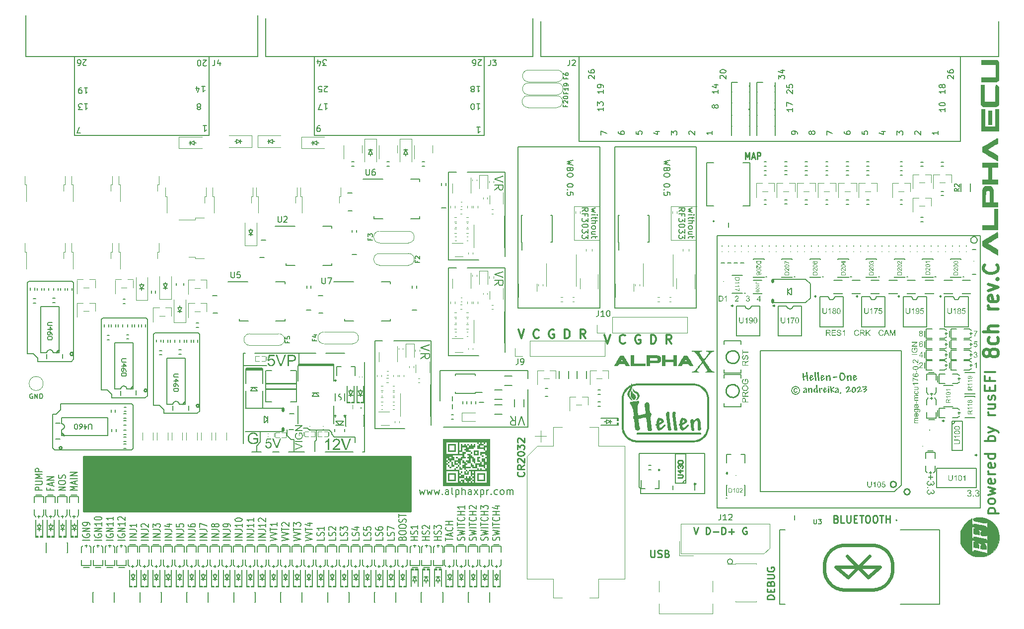
<source format=gto>
G75*
G70*
%OFA0B0*%
%FSLAX25Y25*%
%IPPOS*%
%LPD*%
%AMOC8*
5,1,8,0,0,1.08239X$1,22.5*
%
%ADD10C,0.00787*%
%ADD100C,0.00669*%
%ADD101C,0.00500*%
%ADD102C,0.02484*%
%ADD103C,0.00010*%
%ADD108C,0.01968*%
%ADD146C,0.00394*%
%ADD147C,0.01000*%
%ADD83C,0.00591*%
%ADD87C,0.01575*%
%ADD88C,0.00800*%
%ADD89C,0.00472*%
%ADD96C,0.00984*%
%ADD97C,0.01181*%
%ADD98C,0.01969*%
%ADD99C,0.01378*%
X0000000Y0000000D02*
%LPD*%
G01*
D96*
X0041654Y0106614D02*
X0261339Y0106614D01*
X0261339Y0069606D01*
X0041654Y0069606D01*
X0041654Y0106614D01*
G36*
X0041654Y0106614D02*
G01*
X0261339Y0106614D01*
X0261339Y0069606D01*
X0041654Y0069606D01*
X0041654Y0106614D01*
G37*
D97*
X0391316Y0188196D02*
X0393285Y0182290D01*
X0393285Y0182290D02*
X0395253Y0188196D01*
X0405096Y0182852D02*
X0404814Y0182571D01*
X0404814Y0182571D02*
X0403971Y0182290D01*
X0403971Y0182290D02*
X0403408Y0182290D01*
X0403408Y0182290D02*
X0402565Y0182571D01*
X0402565Y0182571D02*
X0402002Y0183134D01*
X0402002Y0183134D02*
X0401721Y0183696D01*
X0401721Y0183696D02*
X0401440Y0184821D01*
X0401440Y0184821D02*
X0401440Y0185665D01*
X0401440Y0185665D02*
X0401721Y0186789D01*
X0401721Y0186789D02*
X0402002Y0187352D01*
X0402002Y0187352D02*
X0402565Y0187914D01*
X0402565Y0187914D02*
X0403408Y0188196D01*
X0403408Y0188196D02*
X0403971Y0188196D01*
X0403971Y0188196D02*
X0404814Y0187914D01*
X0404814Y0187914D02*
X0405096Y0187633D01*
X0415219Y0187914D02*
X0414657Y0188196D01*
X0414657Y0188196D02*
X0413813Y0188196D01*
X0413813Y0188196D02*
X0412970Y0187914D01*
X0412970Y0187914D02*
X0412407Y0187352D01*
X0412407Y0187352D02*
X0412126Y0186789D01*
X0412126Y0186789D02*
X0411845Y0185665D01*
X0411845Y0185665D02*
X0411845Y0184821D01*
X0411845Y0184821D02*
X0412126Y0183696D01*
X0412126Y0183696D02*
X0412407Y0183134D01*
X0412407Y0183134D02*
X0412970Y0182571D01*
X0412970Y0182571D02*
X0413813Y0182290D01*
X0413813Y0182290D02*
X0414376Y0182290D01*
X0414376Y0182290D02*
X0415219Y0182571D01*
X0415219Y0182571D02*
X0415501Y0182852D01*
X0415501Y0182852D02*
X0415501Y0184821D01*
X0415501Y0184821D02*
X0414376Y0184821D01*
X0422531Y0182290D02*
X0422531Y0188196D01*
X0422531Y0188196D02*
X0423937Y0188196D01*
X0423937Y0188196D02*
X0424781Y0187914D01*
X0424781Y0187914D02*
X0425343Y0187352D01*
X0425343Y0187352D02*
X0425624Y0186789D01*
X0425624Y0186789D02*
X0425906Y0185665D01*
X0425906Y0185665D02*
X0425906Y0184821D01*
X0425906Y0184821D02*
X0425624Y0183696D01*
X0425624Y0183696D02*
X0425343Y0183134D01*
X0425343Y0183134D02*
X0424781Y0182571D01*
X0424781Y0182571D02*
X0423937Y0182290D01*
X0423937Y0182290D02*
X0422531Y0182290D01*
X0436310Y0182290D02*
X0434342Y0185102D01*
X0432936Y0182290D02*
X0432936Y0188196D01*
X0432936Y0188196D02*
X0435186Y0188196D01*
X0435186Y0188196D02*
X0435748Y0187914D01*
X0435748Y0187914D02*
X0436029Y0187633D01*
X0436029Y0187633D02*
X0436310Y0187071D01*
X0436310Y0187071D02*
X0436310Y0186227D01*
X0436310Y0186227D02*
X0436029Y0185665D01*
X0436029Y0185665D02*
X0435748Y0185383D01*
X0435748Y0185383D02*
X0435186Y0185102D01*
X0435186Y0185102D02*
X0432936Y0185102D01*
D96*
X0451102Y0058810D02*
X0452677Y0054086D01*
X0452677Y0054086D02*
X0454252Y0058810D01*
X0459426Y0054086D02*
X0459426Y0058810D01*
X0459426Y0058810D02*
X0460551Y0058810D01*
X0460551Y0058810D02*
X0461226Y0058585D01*
X0461226Y0058585D02*
X0461676Y0058136D01*
X0461676Y0058136D02*
X0461901Y0057686D01*
X0461901Y0057686D02*
X0462126Y0056786D01*
X0462126Y0056786D02*
X0462126Y0056111D01*
X0462126Y0056111D02*
X0461901Y0055211D01*
X0461901Y0055211D02*
X0461676Y0054761D01*
X0461676Y0054761D02*
X0461226Y0054311D01*
X0461226Y0054311D02*
X0460551Y0054086D01*
X0460551Y0054086D02*
X0459426Y0054086D01*
X0464151Y0055886D02*
X0467750Y0055886D01*
X0470000Y0054086D02*
X0470000Y0058810D01*
X0470000Y0058810D02*
X0471125Y0058810D01*
X0471125Y0058810D02*
X0471800Y0058585D01*
X0471800Y0058585D02*
X0472250Y0058136D01*
X0472250Y0058136D02*
X0472475Y0057686D01*
X0472475Y0057686D02*
X0472700Y0056786D01*
X0472700Y0056786D02*
X0472700Y0056111D01*
X0472700Y0056111D02*
X0472475Y0055211D01*
X0472475Y0055211D02*
X0472250Y0054761D01*
X0472250Y0054761D02*
X0471800Y0054311D01*
X0471800Y0054311D02*
X0471125Y0054086D01*
X0471125Y0054086D02*
X0470000Y0054086D01*
X0474724Y0055886D02*
X0478324Y0055886D01*
X0476524Y0054086D02*
X0476524Y0057686D01*
X0486648Y0058585D02*
X0486198Y0058810D01*
X0486198Y0058810D02*
X0485523Y0058810D01*
X0485523Y0058810D02*
X0484848Y0058585D01*
X0484848Y0058585D02*
X0484398Y0058136D01*
X0484398Y0058136D02*
X0484173Y0057686D01*
X0484173Y0057686D02*
X0483948Y0056786D01*
X0483948Y0056786D02*
X0483948Y0056111D01*
X0483948Y0056111D02*
X0484173Y0055211D01*
X0484173Y0055211D02*
X0484398Y0054761D01*
X0484398Y0054761D02*
X0484848Y0054311D01*
X0484848Y0054311D02*
X0485523Y0054086D01*
X0485523Y0054086D02*
X0485973Y0054086D01*
X0485973Y0054086D02*
X0486648Y0054311D01*
X0486648Y0054311D02*
X0486873Y0054536D01*
X0486873Y0054536D02*
X0486873Y0056111D01*
X0486873Y0056111D02*
X0485973Y0056111D01*
D98*
X0649929Y0175138D02*
X0649460Y0174276D01*
X0649460Y0174276D02*
X0648992Y0173845D01*
X0648992Y0173845D02*
X0648054Y0173414D01*
X0648054Y0173414D02*
X0647586Y0173414D01*
X0647586Y0173414D02*
X0646648Y0173845D01*
X0646648Y0173845D02*
X0646180Y0174276D01*
X0646180Y0174276D02*
X0645711Y0175138D01*
X0645711Y0175138D02*
X0645711Y0176863D01*
X0645711Y0176863D02*
X0646180Y0177726D01*
X0646180Y0177726D02*
X0646648Y0178157D01*
X0646648Y0178157D02*
X0647586Y0178588D01*
X0647586Y0178588D02*
X0648054Y0178588D01*
X0648054Y0178588D02*
X0648992Y0178157D01*
X0648992Y0178157D02*
X0649460Y0177726D01*
X0649460Y0177726D02*
X0649929Y0176863D01*
X0649929Y0176863D02*
X0649929Y0175138D01*
X0649929Y0175138D02*
X0650398Y0174276D01*
X0650398Y0174276D02*
X0650866Y0173845D01*
X0650866Y0173845D02*
X0651804Y0173414D01*
X0651804Y0173414D02*
X0653679Y0173414D01*
X0653679Y0173414D02*
X0654616Y0173845D01*
X0654616Y0173845D02*
X0655085Y0174276D01*
X0655085Y0174276D02*
X0655553Y0175138D01*
X0655553Y0175138D02*
X0655553Y0176863D01*
X0655553Y0176863D02*
X0655085Y0177726D01*
X0655085Y0177726D02*
X0654616Y0178157D01*
X0654616Y0178157D02*
X0653679Y0178588D01*
X0653679Y0178588D02*
X0651804Y0178588D01*
X0651804Y0178588D02*
X0650866Y0178157D01*
X0650866Y0178157D02*
X0650398Y0177726D01*
X0650398Y0177726D02*
X0649929Y0176863D01*
X0655085Y0186349D02*
X0655553Y0185487D01*
X0655553Y0185487D02*
X0655553Y0183762D01*
X0655553Y0183762D02*
X0655085Y0182900D01*
X0655085Y0182900D02*
X0654616Y0182469D01*
X0654616Y0182469D02*
X0653679Y0182037D01*
X0653679Y0182037D02*
X0650866Y0182037D01*
X0650866Y0182037D02*
X0649929Y0182469D01*
X0649929Y0182469D02*
X0649460Y0182900D01*
X0649460Y0182900D02*
X0648992Y0183762D01*
X0648992Y0183762D02*
X0648992Y0185487D01*
X0648992Y0185487D02*
X0649460Y0186349D01*
X0655553Y0190230D02*
X0645711Y0190230D01*
X0655553Y0194111D02*
X0650398Y0194111D01*
X0650398Y0194111D02*
X0649460Y0193680D01*
X0649460Y0193680D02*
X0648992Y0192817D01*
X0648992Y0192817D02*
X0648992Y0191524D01*
X0648992Y0191524D02*
X0649460Y0190661D01*
X0649460Y0190661D02*
X0649929Y0190230D01*
X0655553Y0205322D02*
X0648992Y0205322D01*
X0650866Y0205322D02*
X0649929Y0205753D01*
X0649929Y0205753D02*
X0649460Y0206184D01*
X0649460Y0206184D02*
X0648992Y0207047D01*
X0648992Y0207047D02*
X0648992Y0207909D01*
X0655085Y0214377D02*
X0655553Y0213515D01*
X0655553Y0213515D02*
X0655553Y0211790D01*
X0655553Y0211790D02*
X0655085Y0210928D01*
X0655085Y0210928D02*
X0654147Y0210496D01*
X0654147Y0210496D02*
X0650398Y0210496D01*
X0650398Y0210496D02*
X0649460Y0210928D01*
X0649460Y0210928D02*
X0648992Y0211790D01*
X0648992Y0211790D02*
X0648992Y0213515D01*
X0648992Y0213515D02*
X0649460Y0214377D01*
X0649460Y0214377D02*
X0650398Y0214808D01*
X0650398Y0214808D02*
X0651335Y0214808D01*
X0651335Y0214808D02*
X0652272Y0210496D01*
X0648992Y0217827D02*
X0655553Y0219983D01*
X0655553Y0219983D02*
X0648992Y0222139D01*
X0654616Y0225588D02*
X0655085Y0226019D01*
X0655085Y0226019D02*
X0655553Y0225588D01*
X0655553Y0225588D02*
X0655085Y0225157D01*
X0655085Y0225157D02*
X0654616Y0225588D01*
X0654616Y0225588D02*
X0655553Y0225588D01*
X0654616Y0235075D02*
X0655085Y0234643D01*
X0655085Y0234643D02*
X0655553Y0233350D01*
X0655553Y0233350D02*
X0655553Y0232487D01*
X0655553Y0232487D02*
X0655085Y0231194D01*
X0655085Y0231194D02*
X0654147Y0230331D01*
X0654147Y0230331D02*
X0653210Y0229900D01*
X0653210Y0229900D02*
X0651335Y0229469D01*
X0651335Y0229469D02*
X0649929Y0229469D01*
X0649929Y0229469D02*
X0648054Y0229900D01*
X0648054Y0229900D02*
X0647117Y0230331D01*
X0647117Y0230331D02*
X0646180Y0231194D01*
X0646180Y0231194D02*
X0645711Y0232487D01*
X0645711Y0232487D02*
X0645711Y0233350D01*
X0645711Y0233350D02*
X0646180Y0234643D01*
X0646180Y0234643D02*
X0646648Y0235075D01*
D97*
X0333442Y0191739D02*
X0335411Y0185833D01*
X0335411Y0185833D02*
X0337379Y0191739D01*
X0347222Y0186396D02*
X0346940Y0186115D01*
X0346940Y0186115D02*
X0346097Y0185833D01*
X0346097Y0185833D02*
X0345534Y0185833D01*
X0345534Y0185833D02*
X0344691Y0186115D01*
X0344691Y0186115D02*
X0344128Y0186677D01*
X0344128Y0186677D02*
X0343847Y0187239D01*
X0343847Y0187239D02*
X0343566Y0188364D01*
X0343566Y0188364D02*
X0343566Y0189208D01*
X0343566Y0189208D02*
X0343847Y0190333D01*
X0343847Y0190333D02*
X0344128Y0190895D01*
X0344128Y0190895D02*
X0344691Y0191458D01*
X0344691Y0191458D02*
X0345534Y0191739D01*
X0345534Y0191739D02*
X0346097Y0191739D01*
X0346097Y0191739D02*
X0346940Y0191458D01*
X0346940Y0191458D02*
X0347222Y0191176D01*
X0357345Y0191458D02*
X0356783Y0191739D01*
X0356783Y0191739D02*
X0355939Y0191739D01*
X0355939Y0191739D02*
X0355096Y0191458D01*
X0355096Y0191458D02*
X0354533Y0190895D01*
X0354533Y0190895D02*
X0354252Y0190333D01*
X0354252Y0190333D02*
X0353971Y0189208D01*
X0353971Y0189208D02*
X0353971Y0188364D01*
X0353971Y0188364D02*
X0354252Y0187239D01*
X0354252Y0187239D02*
X0354533Y0186677D01*
X0354533Y0186677D02*
X0355096Y0186115D01*
X0355096Y0186115D02*
X0355939Y0185833D01*
X0355939Y0185833D02*
X0356502Y0185833D01*
X0356502Y0185833D02*
X0357345Y0186115D01*
X0357345Y0186115D02*
X0357627Y0186396D01*
X0357627Y0186396D02*
X0357627Y0188364D01*
X0357627Y0188364D02*
X0356502Y0188364D01*
X0364657Y0185833D02*
X0364657Y0191739D01*
X0364657Y0191739D02*
X0366063Y0191739D01*
X0366063Y0191739D02*
X0366907Y0191458D01*
X0366907Y0191458D02*
X0367469Y0190895D01*
X0367469Y0190895D02*
X0367750Y0190333D01*
X0367750Y0190333D02*
X0368031Y0189208D01*
X0368031Y0189208D02*
X0368031Y0188364D01*
X0368031Y0188364D02*
X0367750Y0187239D01*
X0367750Y0187239D02*
X0367469Y0186677D01*
X0367469Y0186677D02*
X0366907Y0186115D01*
X0366907Y0186115D02*
X0366063Y0185833D01*
X0366063Y0185833D02*
X0364657Y0185833D01*
X0378436Y0185833D02*
X0376468Y0188646D01*
X0375062Y0185833D02*
X0375062Y0191739D01*
X0375062Y0191739D02*
X0377312Y0191739D01*
X0377312Y0191739D02*
X0377874Y0191458D01*
X0377874Y0191458D02*
X0378155Y0191176D01*
X0378155Y0191176D02*
X0378436Y0190614D01*
X0378436Y0190614D02*
X0378436Y0189770D01*
X0378436Y0189770D02*
X0378155Y0189208D01*
X0378155Y0189208D02*
X0377874Y0188927D01*
X0377874Y0188927D02*
X0377312Y0188646D01*
X0377312Y0188646D02*
X0375062Y0188646D01*
D99*
X0648797Y0068263D02*
X0655884Y0068263D01*
X0649135Y0068263D02*
X0648797Y0068938D01*
X0648797Y0068938D02*
X0648797Y0070288D01*
X0648797Y0070288D02*
X0649135Y0070963D01*
X0649135Y0070963D02*
X0649472Y0071300D01*
X0649472Y0071300D02*
X0650147Y0071638D01*
X0650147Y0071638D02*
X0652172Y0071638D01*
X0652172Y0071638D02*
X0652847Y0071300D01*
X0652847Y0071300D02*
X0653184Y0070963D01*
X0653184Y0070963D02*
X0653522Y0070288D01*
X0653522Y0070288D02*
X0653522Y0068938D01*
X0653522Y0068938D02*
X0653184Y0068263D01*
X0653522Y0075687D02*
X0653184Y0075012D01*
X0653184Y0075012D02*
X0652847Y0074675D01*
X0652847Y0074675D02*
X0652172Y0074337D01*
X0652172Y0074337D02*
X0650147Y0074337D01*
X0650147Y0074337D02*
X0649472Y0074675D01*
X0649472Y0074675D02*
X0649135Y0075012D01*
X0649135Y0075012D02*
X0648797Y0075687D01*
X0648797Y0075687D02*
X0648797Y0076700D01*
X0648797Y0076700D02*
X0649135Y0077374D01*
X0649135Y0077374D02*
X0649472Y0077712D01*
X0649472Y0077712D02*
X0650147Y0078049D01*
X0650147Y0078049D02*
X0652172Y0078049D01*
X0652172Y0078049D02*
X0652847Y0077712D01*
X0652847Y0077712D02*
X0653184Y0077374D01*
X0653184Y0077374D02*
X0653522Y0076700D01*
X0653522Y0076700D02*
X0653522Y0075687D01*
X0648797Y0080412D02*
X0653522Y0081761D01*
X0653522Y0081761D02*
X0650147Y0083111D01*
X0650147Y0083111D02*
X0653522Y0084461D01*
X0653522Y0084461D02*
X0648797Y0085811D01*
X0653184Y0091210D02*
X0653522Y0090535D01*
X0653522Y0090535D02*
X0653522Y0089186D01*
X0653522Y0089186D02*
X0653184Y0088511D01*
X0653184Y0088511D02*
X0652509Y0088173D01*
X0652509Y0088173D02*
X0649810Y0088173D01*
X0649810Y0088173D02*
X0649135Y0088511D01*
X0649135Y0088511D02*
X0648797Y0089186D01*
X0648797Y0089186D02*
X0648797Y0090535D01*
X0648797Y0090535D02*
X0649135Y0091210D01*
X0649135Y0091210D02*
X0649810Y0091548D01*
X0649810Y0091548D02*
X0650485Y0091548D01*
X0650485Y0091548D02*
X0651160Y0088173D01*
X0653522Y0094585D02*
X0648797Y0094585D01*
X0650147Y0094585D02*
X0649472Y0094922D01*
X0649472Y0094922D02*
X0649135Y0095260D01*
X0649135Y0095260D02*
X0648797Y0095935D01*
X0648797Y0095935D02*
X0648797Y0096610D01*
X0653184Y0101671D02*
X0653522Y0100997D01*
X0653522Y0100997D02*
X0653522Y0099647D01*
X0653522Y0099647D02*
X0653184Y0098972D01*
X0653184Y0098972D02*
X0652509Y0098634D01*
X0652509Y0098634D02*
X0649810Y0098634D01*
X0649810Y0098634D02*
X0649135Y0098972D01*
X0649135Y0098972D02*
X0648797Y0099647D01*
X0648797Y0099647D02*
X0648797Y0100997D01*
X0648797Y0100997D02*
X0649135Y0101671D01*
X0649135Y0101671D02*
X0649810Y0102009D01*
X0649810Y0102009D02*
X0650485Y0102009D01*
X0650485Y0102009D02*
X0651160Y0098634D01*
X0653522Y0108083D02*
X0646435Y0108083D01*
X0653184Y0108083D02*
X0653522Y0107408D01*
X0653522Y0107408D02*
X0653522Y0106058D01*
X0653522Y0106058D02*
X0653184Y0105383D01*
X0653184Y0105383D02*
X0652847Y0105046D01*
X0652847Y0105046D02*
X0652172Y0104709D01*
X0652172Y0104709D02*
X0650147Y0104709D01*
X0650147Y0104709D02*
X0649472Y0105046D01*
X0649472Y0105046D02*
X0649135Y0105383D01*
X0649135Y0105383D02*
X0648797Y0106058D01*
X0648797Y0106058D02*
X0648797Y0107408D01*
X0648797Y0107408D02*
X0649135Y0108083D01*
X0653522Y0116857D02*
X0646435Y0116857D01*
X0649135Y0116857D02*
X0648797Y0117532D01*
X0648797Y0117532D02*
X0648797Y0118882D01*
X0648797Y0118882D02*
X0649135Y0119557D01*
X0649135Y0119557D02*
X0649472Y0119894D01*
X0649472Y0119894D02*
X0650147Y0120232D01*
X0650147Y0120232D02*
X0652172Y0120232D01*
X0652172Y0120232D02*
X0652847Y0119894D01*
X0652847Y0119894D02*
X0653184Y0119557D01*
X0653184Y0119557D02*
X0653522Y0118882D01*
X0653522Y0118882D02*
X0653522Y0117532D01*
X0653522Y0117532D02*
X0653184Y0116857D01*
X0648797Y0122594D02*
X0653522Y0124281D01*
X0648797Y0125968D02*
X0653522Y0124281D01*
X0653522Y0124281D02*
X0655209Y0123606D01*
X0655209Y0123606D02*
X0655546Y0123269D01*
X0655546Y0123269D02*
X0655884Y0122594D01*
X0653522Y0134067D02*
X0648797Y0134067D01*
X0650147Y0134067D02*
X0649472Y0134405D01*
X0649472Y0134405D02*
X0649135Y0134742D01*
X0649135Y0134742D02*
X0648797Y0135417D01*
X0648797Y0135417D02*
X0648797Y0136092D01*
X0648797Y0141491D02*
X0653522Y0141491D01*
X0648797Y0138454D02*
X0652509Y0138454D01*
X0652509Y0138454D02*
X0653184Y0138792D01*
X0653184Y0138792D02*
X0653522Y0139467D01*
X0653522Y0139467D02*
X0653522Y0140479D01*
X0653522Y0140479D02*
X0653184Y0141154D01*
X0653184Y0141154D02*
X0652847Y0141491D01*
X0653184Y0144529D02*
X0653522Y0145204D01*
X0653522Y0145204D02*
X0653522Y0146553D01*
X0653522Y0146553D02*
X0653184Y0147228D01*
X0653184Y0147228D02*
X0652509Y0147566D01*
X0652509Y0147566D02*
X0652172Y0147566D01*
X0652172Y0147566D02*
X0651497Y0147228D01*
X0651497Y0147228D02*
X0651160Y0146553D01*
X0651160Y0146553D02*
X0651160Y0145541D01*
X0651160Y0145541D02*
X0650822Y0144866D01*
X0650822Y0144866D02*
X0650147Y0144529D01*
X0650147Y0144529D02*
X0649810Y0144529D01*
X0649810Y0144529D02*
X0649135Y0144866D01*
X0649135Y0144866D02*
X0648797Y0145541D01*
X0648797Y0145541D02*
X0648797Y0146553D01*
X0648797Y0146553D02*
X0649135Y0147228D01*
X0649810Y0150603D02*
X0649810Y0152965D01*
X0653522Y0153977D02*
X0653522Y0150603D01*
X0653522Y0150603D02*
X0646435Y0150603D01*
X0646435Y0150603D02*
X0646435Y0153977D01*
X0649810Y0159377D02*
X0649810Y0157015D01*
X0653522Y0157015D02*
X0646435Y0157015D01*
X0646435Y0157015D02*
X0646435Y0160389D01*
X0653522Y0163089D02*
X0646435Y0163089D01*
D10*
X0045940Y0050196D02*
X0041058Y0050196D01*
X0041290Y0054133D02*
X0041058Y0053758D01*
X0041058Y0053758D02*
X0041058Y0053195D01*
X0041058Y0053195D02*
X0041290Y0052633D01*
X0041290Y0052633D02*
X0041755Y0052258D01*
X0041755Y0052258D02*
X0042220Y0052070D01*
X0042220Y0052070D02*
X0043150Y0051883D01*
X0043150Y0051883D02*
X0043847Y0051883D01*
X0043847Y0051883D02*
X0044777Y0052070D01*
X0044777Y0052070D02*
X0045242Y0052258D01*
X0045242Y0052258D02*
X0045707Y0052633D01*
X0045707Y0052633D02*
X0045940Y0053195D01*
X0045940Y0053195D02*
X0045940Y0053570D01*
X0045940Y0053570D02*
X0045707Y0054133D01*
X0045707Y0054133D02*
X0045475Y0054320D01*
X0045475Y0054320D02*
X0043847Y0054320D01*
X0043847Y0054320D02*
X0043847Y0053570D01*
X0045940Y0056007D02*
X0041058Y0056007D01*
X0041058Y0056007D02*
X0045940Y0058257D01*
X0045940Y0058257D02*
X0041058Y0058257D01*
X0045940Y0060319D02*
X0045940Y0061069D01*
X0045940Y0061069D02*
X0045707Y0061444D01*
X0045707Y0061444D02*
X0045475Y0061632D01*
X0045475Y0061632D02*
X0044777Y0062007D01*
X0044777Y0062007D02*
X0043847Y0062194D01*
X0043847Y0062194D02*
X0041988Y0062194D01*
X0041988Y0062194D02*
X0041523Y0062007D01*
X0041523Y0062007D02*
X0041290Y0061819D01*
X0041290Y0061819D02*
X0041058Y0061444D01*
X0041058Y0061444D02*
X0041058Y0060694D01*
X0041058Y0060694D02*
X0041290Y0060319D01*
X0041290Y0060319D02*
X0041523Y0060132D01*
X0041523Y0060132D02*
X0041988Y0059944D01*
X0041988Y0059944D02*
X0043150Y0059944D01*
X0043150Y0059944D02*
X0043615Y0060132D01*
X0043615Y0060132D02*
X0043847Y0060319D01*
X0043847Y0060319D02*
X0044080Y0060694D01*
X0044080Y0060694D02*
X0044080Y0061444D01*
X0044080Y0061444D02*
X0043847Y0061819D01*
X0043847Y0061819D02*
X0043615Y0062007D01*
X0043615Y0062007D02*
X0043150Y0062194D01*
X0053799Y0050196D02*
X0048918Y0050196D01*
X0049150Y0054133D02*
X0048918Y0053758D01*
X0048918Y0053758D02*
X0048918Y0053195D01*
X0048918Y0053195D02*
X0049150Y0052633D01*
X0049150Y0052633D02*
X0049615Y0052258D01*
X0049615Y0052258D02*
X0050080Y0052070D01*
X0050080Y0052070D02*
X0051010Y0051883D01*
X0051010Y0051883D02*
X0051707Y0051883D01*
X0051707Y0051883D02*
X0052637Y0052070D01*
X0052637Y0052070D02*
X0053102Y0052258D01*
X0053102Y0052258D02*
X0053567Y0052633D01*
X0053567Y0052633D02*
X0053799Y0053195D01*
X0053799Y0053195D02*
X0053799Y0053570D01*
X0053799Y0053570D02*
X0053567Y0054133D01*
X0053567Y0054133D02*
X0053334Y0054320D01*
X0053334Y0054320D02*
X0051707Y0054320D01*
X0051707Y0054320D02*
X0051707Y0053570D01*
X0053799Y0056007D02*
X0048918Y0056007D01*
X0048918Y0056007D02*
X0053799Y0058257D01*
X0053799Y0058257D02*
X0048918Y0058257D01*
X0053799Y0062194D02*
X0053799Y0059944D01*
X0053799Y0061069D02*
X0048918Y0061069D01*
X0048918Y0061069D02*
X0049615Y0060694D01*
X0049615Y0060694D02*
X0050080Y0060319D01*
X0050080Y0060319D02*
X0050312Y0059944D01*
X0048918Y0064631D02*
X0048918Y0065006D01*
X0048918Y0065006D02*
X0049150Y0065381D01*
X0049150Y0065381D02*
X0049382Y0065569D01*
X0049382Y0065569D02*
X0049847Y0065756D01*
X0049847Y0065756D02*
X0050777Y0065944D01*
X0050777Y0065944D02*
X0051940Y0065944D01*
X0051940Y0065944D02*
X0052870Y0065756D01*
X0052870Y0065756D02*
X0053334Y0065569D01*
X0053334Y0065569D02*
X0053567Y0065381D01*
X0053567Y0065381D02*
X0053799Y0065006D01*
X0053799Y0065006D02*
X0053799Y0064631D01*
X0053799Y0064631D02*
X0053567Y0064256D01*
X0053567Y0064256D02*
X0053334Y0064069D01*
X0053334Y0064069D02*
X0052870Y0063881D01*
X0052870Y0063881D02*
X0051940Y0063694D01*
X0051940Y0063694D02*
X0050777Y0063694D01*
X0050777Y0063694D02*
X0049847Y0063881D01*
X0049847Y0063881D02*
X0049382Y0064069D01*
X0049382Y0064069D02*
X0049150Y0064256D01*
X0049150Y0064256D02*
X0048918Y0064631D01*
X0061659Y0050196D02*
X0056777Y0050196D01*
X0057010Y0054133D02*
X0056777Y0053758D01*
X0056777Y0053758D02*
X0056777Y0053195D01*
X0056777Y0053195D02*
X0057010Y0052633D01*
X0057010Y0052633D02*
X0057475Y0052258D01*
X0057475Y0052258D02*
X0057940Y0052070D01*
X0057940Y0052070D02*
X0058870Y0051883D01*
X0058870Y0051883D02*
X0059567Y0051883D01*
X0059567Y0051883D02*
X0060497Y0052070D01*
X0060497Y0052070D02*
X0060962Y0052258D01*
X0060962Y0052258D02*
X0061427Y0052633D01*
X0061427Y0052633D02*
X0061659Y0053195D01*
X0061659Y0053195D02*
X0061659Y0053570D01*
X0061659Y0053570D02*
X0061427Y0054133D01*
X0061427Y0054133D02*
X0061194Y0054320D01*
X0061194Y0054320D02*
X0059567Y0054320D01*
X0059567Y0054320D02*
X0059567Y0053570D01*
X0061659Y0056007D02*
X0056777Y0056007D01*
X0056777Y0056007D02*
X0061659Y0058257D01*
X0061659Y0058257D02*
X0056777Y0058257D01*
X0061659Y0062194D02*
X0061659Y0059944D01*
X0061659Y0061069D02*
X0056777Y0061069D01*
X0056777Y0061069D02*
X0057475Y0060694D01*
X0057475Y0060694D02*
X0057940Y0060319D01*
X0057940Y0060319D02*
X0058172Y0059944D01*
X0061659Y0065944D02*
X0061659Y0063694D01*
X0061659Y0064819D02*
X0056777Y0064819D01*
X0056777Y0064819D02*
X0057475Y0064444D01*
X0057475Y0064444D02*
X0057940Y0064069D01*
X0057940Y0064069D02*
X0058172Y0063694D01*
X0069519Y0050196D02*
X0064637Y0050196D01*
X0064870Y0054133D02*
X0064637Y0053758D01*
X0064637Y0053758D02*
X0064637Y0053195D01*
X0064637Y0053195D02*
X0064870Y0052633D01*
X0064870Y0052633D02*
X0065335Y0052258D01*
X0065335Y0052258D02*
X0065800Y0052070D01*
X0065800Y0052070D02*
X0066729Y0051883D01*
X0066729Y0051883D02*
X0067427Y0051883D01*
X0067427Y0051883D02*
X0068357Y0052070D01*
X0068357Y0052070D02*
X0068822Y0052258D01*
X0068822Y0052258D02*
X0069287Y0052633D01*
X0069287Y0052633D02*
X0069519Y0053195D01*
X0069519Y0053195D02*
X0069519Y0053570D01*
X0069519Y0053570D02*
X0069287Y0054133D01*
X0069287Y0054133D02*
X0069054Y0054320D01*
X0069054Y0054320D02*
X0067427Y0054320D01*
X0067427Y0054320D02*
X0067427Y0053570D01*
X0069519Y0056007D02*
X0064637Y0056007D01*
X0064637Y0056007D02*
X0069519Y0058257D01*
X0069519Y0058257D02*
X0064637Y0058257D01*
X0069519Y0062194D02*
X0069519Y0059944D01*
X0069519Y0061069D02*
X0064637Y0061069D01*
X0064637Y0061069D02*
X0065335Y0060694D01*
X0065335Y0060694D02*
X0065800Y0060319D01*
X0065800Y0060319D02*
X0066032Y0059944D01*
X0065102Y0063694D02*
X0064870Y0063881D01*
X0064870Y0063881D02*
X0064637Y0064256D01*
X0064637Y0064256D02*
X0064637Y0065194D01*
X0064637Y0065194D02*
X0064870Y0065569D01*
X0064870Y0065569D02*
X0065102Y0065756D01*
X0065102Y0065756D02*
X0065567Y0065944D01*
X0065567Y0065944D02*
X0066032Y0065944D01*
X0066032Y0065944D02*
X0066729Y0065756D01*
X0066729Y0065756D02*
X0069519Y0063506D01*
X0069519Y0063506D02*
X0069519Y0065944D01*
X0077379Y0050196D02*
X0072497Y0050196D01*
X0077379Y0052070D02*
X0072497Y0052070D01*
X0072497Y0052070D02*
X0077379Y0054320D01*
X0077379Y0054320D02*
X0072497Y0054320D01*
X0072497Y0057320D02*
X0075984Y0057320D01*
X0075984Y0057320D02*
X0076682Y0057132D01*
X0076682Y0057132D02*
X0077146Y0056757D01*
X0077146Y0056757D02*
X0077379Y0056195D01*
X0077379Y0056195D02*
X0077379Y0055820D01*
X0077379Y0061257D02*
X0077379Y0059007D01*
X0077379Y0060132D02*
X0072497Y0060132D01*
X0072497Y0060132D02*
X0073194Y0059757D01*
X0073194Y0059757D02*
X0073659Y0059382D01*
X0073659Y0059382D02*
X0073892Y0059007D01*
X0085239Y0050196D02*
X0080357Y0050196D01*
X0085239Y0052070D02*
X0080357Y0052070D01*
X0080357Y0052070D02*
X0085239Y0054320D01*
X0085239Y0054320D02*
X0080357Y0054320D01*
X0080357Y0057320D02*
X0083844Y0057320D01*
X0083844Y0057320D02*
X0084541Y0057132D01*
X0084541Y0057132D02*
X0085006Y0056757D01*
X0085006Y0056757D02*
X0085239Y0056195D01*
X0085239Y0056195D02*
X0085239Y0055820D01*
X0080822Y0059007D02*
X0080589Y0059194D01*
X0080589Y0059194D02*
X0080357Y0059569D01*
X0080357Y0059569D02*
X0080357Y0060507D01*
X0080357Y0060507D02*
X0080589Y0060882D01*
X0080589Y0060882D02*
X0080822Y0061069D01*
X0080822Y0061069D02*
X0081287Y0061257D01*
X0081287Y0061257D02*
X0081752Y0061257D01*
X0081752Y0061257D02*
X0082449Y0061069D01*
X0082449Y0061069D02*
X0085239Y0058819D01*
X0085239Y0058819D02*
X0085239Y0061257D01*
X0093099Y0050196D02*
X0088217Y0050196D01*
X0093099Y0052070D02*
X0088217Y0052070D01*
X0088217Y0052070D02*
X0093099Y0054320D01*
X0093099Y0054320D02*
X0088217Y0054320D01*
X0088217Y0057320D02*
X0091704Y0057320D01*
X0091704Y0057320D02*
X0092401Y0057132D01*
X0092401Y0057132D02*
X0092866Y0056757D01*
X0092866Y0056757D02*
X0093099Y0056195D01*
X0093099Y0056195D02*
X0093099Y0055820D01*
X0088217Y0058819D02*
X0088217Y0061257D01*
X0088217Y0061257D02*
X0090076Y0059944D01*
X0090076Y0059944D02*
X0090076Y0060507D01*
X0090076Y0060507D02*
X0090309Y0060882D01*
X0090309Y0060882D02*
X0090541Y0061069D01*
X0090541Y0061069D02*
X0091006Y0061257D01*
X0091006Y0061257D02*
X0092169Y0061257D01*
X0092169Y0061257D02*
X0092634Y0061069D01*
X0092634Y0061069D02*
X0092866Y0060882D01*
X0092866Y0060882D02*
X0093099Y0060507D01*
X0093099Y0060507D02*
X0093099Y0059382D01*
X0093099Y0059382D02*
X0092866Y0059007D01*
X0092866Y0059007D02*
X0092634Y0058819D01*
X0100958Y0050196D02*
X0096077Y0050196D01*
X0100958Y0052070D02*
X0096077Y0052070D01*
X0096077Y0052070D02*
X0100958Y0054320D01*
X0100958Y0054320D02*
X0096077Y0054320D01*
X0096077Y0057320D02*
X0099564Y0057320D01*
X0099564Y0057320D02*
X0100261Y0057132D01*
X0100261Y0057132D02*
X0100726Y0056757D01*
X0100726Y0056757D02*
X0100958Y0056195D01*
X0100958Y0056195D02*
X0100958Y0055820D01*
X0097704Y0060882D02*
X0100958Y0060882D01*
X0095844Y0059944D02*
X0099331Y0059007D01*
X0099331Y0059007D02*
X0099331Y0061444D01*
X0108818Y0050196D02*
X0103936Y0050196D01*
X0108818Y0052070D02*
X0103936Y0052070D01*
X0103936Y0052070D02*
X0108818Y0054320D01*
X0108818Y0054320D02*
X0103936Y0054320D01*
X0103936Y0057320D02*
X0107423Y0057320D01*
X0107423Y0057320D02*
X0108121Y0057132D01*
X0108121Y0057132D02*
X0108586Y0056757D01*
X0108586Y0056757D02*
X0108818Y0056195D01*
X0108818Y0056195D02*
X0108818Y0055820D01*
X0103936Y0061069D02*
X0103936Y0059194D01*
X0103936Y0059194D02*
X0106261Y0059007D01*
X0106261Y0059007D02*
X0106029Y0059194D01*
X0106029Y0059194D02*
X0105796Y0059569D01*
X0105796Y0059569D02*
X0105796Y0060507D01*
X0105796Y0060507D02*
X0106029Y0060882D01*
X0106029Y0060882D02*
X0106261Y0061069D01*
X0106261Y0061069D02*
X0106726Y0061257D01*
X0106726Y0061257D02*
X0107888Y0061257D01*
X0107888Y0061257D02*
X0108353Y0061069D01*
X0108353Y0061069D02*
X0108586Y0060882D01*
X0108586Y0060882D02*
X0108818Y0060507D01*
X0108818Y0060507D02*
X0108818Y0059569D01*
X0108818Y0059569D02*
X0108586Y0059194D01*
X0108586Y0059194D02*
X0108353Y0059007D01*
X0116678Y0050196D02*
X0111796Y0050196D01*
X0116678Y0052070D02*
X0111796Y0052070D01*
X0111796Y0052070D02*
X0116678Y0054320D01*
X0116678Y0054320D02*
X0111796Y0054320D01*
X0111796Y0057320D02*
X0115283Y0057320D01*
X0115283Y0057320D02*
X0115981Y0057132D01*
X0115981Y0057132D02*
X0116446Y0056757D01*
X0116446Y0056757D02*
X0116678Y0056195D01*
X0116678Y0056195D02*
X0116678Y0055820D01*
X0111796Y0060882D02*
X0111796Y0060132D01*
X0111796Y0060132D02*
X0112029Y0059757D01*
X0112029Y0059757D02*
X0112261Y0059569D01*
X0112261Y0059569D02*
X0112959Y0059194D01*
X0112959Y0059194D02*
X0113888Y0059007D01*
X0113888Y0059007D02*
X0115748Y0059007D01*
X0115748Y0059007D02*
X0116213Y0059194D01*
X0116213Y0059194D02*
X0116446Y0059382D01*
X0116446Y0059382D02*
X0116678Y0059757D01*
X0116678Y0059757D02*
X0116678Y0060507D01*
X0116678Y0060507D02*
X0116446Y0060882D01*
X0116446Y0060882D02*
X0116213Y0061069D01*
X0116213Y0061069D02*
X0115748Y0061257D01*
X0115748Y0061257D02*
X0114586Y0061257D01*
X0114586Y0061257D02*
X0114121Y0061069D01*
X0114121Y0061069D02*
X0113888Y0060882D01*
X0113888Y0060882D02*
X0113656Y0060507D01*
X0113656Y0060507D02*
X0113656Y0059757D01*
X0113656Y0059757D02*
X0113888Y0059382D01*
X0113888Y0059382D02*
X0114121Y0059194D01*
X0114121Y0059194D02*
X0114586Y0059007D01*
X0124538Y0050196D02*
X0119656Y0050196D01*
X0124538Y0052070D02*
X0119656Y0052070D01*
X0119656Y0052070D02*
X0124538Y0054320D01*
X0124538Y0054320D02*
X0119656Y0054320D01*
X0119656Y0057320D02*
X0123143Y0057320D01*
X0123143Y0057320D02*
X0123841Y0057132D01*
X0123841Y0057132D02*
X0124306Y0056757D01*
X0124306Y0056757D02*
X0124538Y0056195D01*
X0124538Y0056195D02*
X0124538Y0055820D01*
X0119656Y0058819D02*
X0119656Y0061444D01*
X0119656Y0061444D02*
X0124538Y0059757D01*
X0132398Y0050196D02*
X0127516Y0050196D01*
X0132398Y0052070D02*
X0127516Y0052070D01*
X0127516Y0052070D02*
X0132398Y0054320D01*
X0132398Y0054320D02*
X0127516Y0054320D01*
X0127516Y0057320D02*
X0131003Y0057320D01*
X0131003Y0057320D02*
X0131700Y0057132D01*
X0131700Y0057132D02*
X0132165Y0056757D01*
X0132165Y0056757D02*
X0132398Y0056195D01*
X0132398Y0056195D02*
X0132398Y0055820D01*
X0129608Y0059757D02*
X0129376Y0059382D01*
X0129376Y0059382D02*
X0129143Y0059194D01*
X0129143Y0059194D02*
X0128678Y0059007D01*
X0128678Y0059007D02*
X0128446Y0059007D01*
X0128446Y0059007D02*
X0127981Y0059194D01*
X0127981Y0059194D02*
X0127748Y0059382D01*
X0127748Y0059382D02*
X0127516Y0059757D01*
X0127516Y0059757D02*
X0127516Y0060507D01*
X0127516Y0060507D02*
X0127748Y0060882D01*
X0127748Y0060882D02*
X0127981Y0061069D01*
X0127981Y0061069D02*
X0128446Y0061257D01*
X0128446Y0061257D02*
X0128678Y0061257D01*
X0128678Y0061257D02*
X0129143Y0061069D01*
X0129143Y0061069D02*
X0129376Y0060882D01*
X0129376Y0060882D02*
X0129608Y0060507D01*
X0129608Y0060507D02*
X0129608Y0059757D01*
X0129608Y0059757D02*
X0129841Y0059382D01*
X0129841Y0059382D02*
X0130073Y0059194D01*
X0130073Y0059194D02*
X0130538Y0059007D01*
X0130538Y0059007D02*
X0131468Y0059007D01*
X0131468Y0059007D02*
X0131933Y0059194D01*
X0131933Y0059194D02*
X0132165Y0059382D01*
X0132165Y0059382D02*
X0132398Y0059757D01*
X0132398Y0059757D02*
X0132398Y0060507D01*
X0132398Y0060507D02*
X0132165Y0060882D01*
X0132165Y0060882D02*
X0131933Y0061069D01*
X0131933Y0061069D02*
X0131468Y0061257D01*
X0131468Y0061257D02*
X0130538Y0061257D01*
X0130538Y0061257D02*
X0130073Y0061069D01*
X0130073Y0061069D02*
X0129841Y0060882D01*
X0129841Y0060882D02*
X0129608Y0060507D01*
X0140258Y0050196D02*
X0135376Y0050196D01*
X0140258Y0052070D02*
X0135376Y0052070D01*
X0135376Y0052070D02*
X0140258Y0054320D01*
X0140258Y0054320D02*
X0135376Y0054320D01*
X0135376Y0057320D02*
X0138863Y0057320D01*
X0138863Y0057320D02*
X0139560Y0057132D01*
X0139560Y0057132D02*
X0140025Y0056757D01*
X0140025Y0056757D02*
X0140258Y0056195D01*
X0140258Y0056195D02*
X0140258Y0055820D01*
X0140258Y0059382D02*
X0140258Y0060132D01*
X0140258Y0060132D02*
X0140025Y0060507D01*
X0140025Y0060507D02*
X0139793Y0060694D01*
X0139793Y0060694D02*
X0139095Y0061069D01*
X0139095Y0061069D02*
X0138165Y0061257D01*
X0138165Y0061257D02*
X0136306Y0061257D01*
X0136306Y0061257D02*
X0135841Y0061069D01*
X0135841Y0061069D02*
X0135608Y0060882D01*
X0135608Y0060882D02*
X0135376Y0060507D01*
X0135376Y0060507D02*
X0135376Y0059757D01*
X0135376Y0059757D02*
X0135608Y0059382D01*
X0135608Y0059382D02*
X0135841Y0059194D01*
X0135841Y0059194D02*
X0136306Y0059007D01*
X0136306Y0059007D02*
X0137468Y0059007D01*
X0137468Y0059007D02*
X0137933Y0059194D01*
X0137933Y0059194D02*
X0138165Y0059382D01*
X0138165Y0059382D02*
X0138398Y0059757D01*
X0138398Y0059757D02*
X0138398Y0060507D01*
X0138398Y0060507D02*
X0138165Y0060882D01*
X0138165Y0060882D02*
X0137933Y0061069D01*
X0137933Y0061069D02*
X0137468Y0061257D01*
X0148118Y0050196D02*
X0143236Y0050196D01*
X0148118Y0052070D02*
X0143236Y0052070D01*
X0143236Y0052070D02*
X0148118Y0054320D01*
X0148118Y0054320D02*
X0143236Y0054320D01*
X0143236Y0057320D02*
X0146723Y0057320D01*
X0146723Y0057320D02*
X0147420Y0057132D01*
X0147420Y0057132D02*
X0147885Y0056757D01*
X0147885Y0056757D02*
X0148118Y0056195D01*
X0148118Y0056195D02*
X0148118Y0055820D01*
X0148118Y0061257D02*
X0148118Y0059007D01*
X0148118Y0060132D02*
X0143236Y0060132D01*
X0143236Y0060132D02*
X0143933Y0059757D01*
X0143933Y0059757D02*
X0144398Y0059382D01*
X0144398Y0059382D02*
X0144630Y0059007D01*
X0143236Y0063694D02*
X0143236Y0064069D01*
X0143236Y0064069D02*
X0143468Y0064444D01*
X0143468Y0064444D02*
X0143701Y0064631D01*
X0143701Y0064631D02*
X0144166Y0064819D01*
X0144166Y0064819D02*
X0145095Y0065006D01*
X0145095Y0065006D02*
X0146258Y0065006D01*
X0146258Y0065006D02*
X0147188Y0064819D01*
X0147188Y0064819D02*
X0147653Y0064631D01*
X0147653Y0064631D02*
X0147885Y0064444D01*
X0147885Y0064444D02*
X0148118Y0064069D01*
X0148118Y0064069D02*
X0148118Y0063694D01*
X0148118Y0063694D02*
X0147885Y0063319D01*
X0147885Y0063319D02*
X0147653Y0063131D01*
X0147653Y0063131D02*
X0147188Y0062944D01*
X0147188Y0062944D02*
X0146258Y0062756D01*
X0146258Y0062756D02*
X0145095Y0062756D01*
X0145095Y0062756D02*
X0144166Y0062944D01*
X0144166Y0062944D02*
X0143701Y0063131D01*
X0143701Y0063131D02*
X0143468Y0063319D01*
X0143468Y0063319D02*
X0143236Y0063694D01*
X0155977Y0050196D02*
X0151095Y0050196D01*
X0155977Y0052070D02*
X0151095Y0052070D01*
X0151095Y0052070D02*
X0155977Y0054320D01*
X0155977Y0054320D02*
X0151095Y0054320D01*
X0151095Y0057320D02*
X0154583Y0057320D01*
X0154583Y0057320D02*
X0155280Y0057132D01*
X0155280Y0057132D02*
X0155745Y0056757D01*
X0155745Y0056757D02*
X0155977Y0056195D01*
X0155977Y0056195D02*
X0155977Y0055820D01*
X0155977Y0061257D02*
X0155977Y0059007D01*
X0155977Y0060132D02*
X0151095Y0060132D01*
X0151095Y0060132D02*
X0151793Y0059757D01*
X0151793Y0059757D02*
X0152258Y0059382D01*
X0152258Y0059382D02*
X0152490Y0059007D01*
X0155977Y0065006D02*
X0155977Y0062756D01*
X0155977Y0063881D02*
X0151095Y0063881D01*
X0151095Y0063881D02*
X0151793Y0063506D01*
X0151793Y0063506D02*
X0152258Y0063131D01*
X0152258Y0063131D02*
X0152490Y0062756D01*
X0163837Y0050196D02*
X0158955Y0050196D01*
X0163837Y0052070D02*
X0158955Y0052070D01*
X0158955Y0052070D02*
X0163837Y0054320D01*
X0163837Y0054320D02*
X0158955Y0054320D01*
X0158955Y0057320D02*
X0162442Y0057320D01*
X0162442Y0057320D02*
X0163140Y0057132D01*
X0163140Y0057132D02*
X0163605Y0056757D01*
X0163605Y0056757D02*
X0163837Y0056195D01*
X0163837Y0056195D02*
X0163837Y0055820D01*
X0163837Y0061257D02*
X0163837Y0059007D01*
X0163837Y0060132D02*
X0158955Y0060132D01*
X0158955Y0060132D02*
X0159653Y0059757D01*
X0159653Y0059757D02*
X0160118Y0059382D01*
X0160118Y0059382D02*
X0160350Y0059007D01*
X0159420Y0062756D02*
X0159188Y0062944D01*
X0159188Y0062944D02*
X0158955Y0063319D01*
X0158955Y0063319D02*
X0158955Y0064256D01*
X0158955Y0064256D02*
X0159188Y0064631D01*
X0159188Y0064631D02*
X0159420Y0064819D01*
X0159420Y0064819D02*
X0159885Y0065006D01*
X0159885Y0065006D02*
X0160350Y0065006D01*
X0160350Y0065006D02*
X0161048Y0064819D01*
X0161048Y0064819D02*
X0163837Y0062569D01*
X0163837Y0062569D02*
X0163837Y0065006D01*
X0166815Y0049633D02*
X0171697Y0050945D01*
X0171697Y0050945D02*
X0166815Y0052258D01*
X0166815Y0053008D02*
X0171697Y0054320D01*
X0171697Y0054320D02*
X0166815Y0055632D01*
X0166815Y0056382D02*
X0166815Y0058632D01*
X0171697Y0057507D02*
X0166815Y0057507D01*
X0171697Y0062007D02*
X0171697Y0059757D01*
X0171697Y0060882D02*
X0166815Y0060882D01*
X0166815Y0060882D02*
X0167513Y0060507D01*
X0167513Y0060507D02*
X0167978Y0060132D01*
X0167978Y0060132D02*
X0168210Y0059757D01*
X0174675Y0049633D02*
X0179557Y0050945D01*
X0179557Y0050945D02*
X0174675Y0052258D01*
X0174675Y0053008D02*
X0179557Y0054320D01*
X0179557Y0054320D02*
X0174675Y0055632D01*
X0174675Y0056382D02*
X0174675Y0058632D01*
X0179557Y0057507D02*
X0174675Y0057507D01*
X0175140Y0059757D02*
X0174907Y0059944D01*
X0174907Y0059944D02*
X0174675Y0060319D01*
X0174675Y0060319D02*
X0174675Y0061257D01*
X0174675Y0061257D02*
X0174907Y0061632D01*
X0174907Y0061632D02*
X0175140Y0061819D01*
X0175140Y0061819D02*
X0175605Y0062007D01*
X0175605Y0062007D02*
X0176070Y0062007D01*
X0176070Y0062007D02*
X0176767Y0061819D01*
X0176767Y0061819D02*
X0179557Y0059569D01*
X0179557Y0059569D02*
X0179557Y0062007D01*
X0182535Y0049633D02*
X0187417Y0050945D01*
X0187417Y0050945D02*
X0182535Y0052258D01*
X0182535Y0053008D02*
X0187417Y0054320D01*
X0187417Y0054320D02*
X0182535Y0055632D01*
X0182535Y0056382D02*
X0182535Y0058632D01*
X0187417Y0057507D02*
X0182535Y0057507D01*
X0182535Y0059569D02*
X0182535Y0062007D01*
X0182535Y0062007D02*
X0184395Y0060694D01*
X0184395Y0060694D02*
X0184395Y0061257D01*
X0184395Y0061257D02*
X0184627Y0061632D01*
X0184627Y0061632D02*
X0184860Y0061819D01*
X0184860Y0061819D02*
X0185324Y0062007D01*
X0185324Y0062007D02*
X0186487Y0062007D01*
X0186487Y0062007D02*
X0186952Y0061819D01*
X0186952Y0061819D02*
X0187184Y0061632D01*
X0187184Y0061632D02*
X0187417Y0061257D01*
X0187417Y0061257D02*
X0187417Y0060132D01*
X0187417Y0060132D02*
X0187184Y0059757D01*
X0187184Y0059757D02*
X0186952Y0059569D01*
X0190395Y0049633D02*
X0195277Y0050945D01*
X0195277Y0050945D02*
X0190395Y0052258D01*
X0190395Y0053008D02*
X0195277Y0054320D01*
X0195277Y0054320D02*
X0190395Y0055632D01*
X0190395Y0056382D02*
X0190395Y0058632D01*
X0195277Y0057507D02*
X0190395Y0057507D01*
X0192022Y0061632D02*
X0195277Y0061632D01*
X0190162Y0060694D02*
X0193649Y0059757D01*
X0193649Y0059757D02*
X0193649Y0062194D01*
X0203136Y0052070D02*
X0203136Y0050196D01*
X0203136Y0050196D02*
X0198255Y0050196D01*
X0202904Y0053195D02*
X0203136Y0053758D01*
X0203136Y0053758D02*
X0203136Y0054695D01*
X0203136Y0054695D02*
X0202904Y0055070D01*
X0202904Y0055070D02*
X0202671Y0055257D01*
X0202671Y0055257D02*
X0202207Y0055445D01*
X0202207Y0055445D02*
X0201742Y0055445D01*
X0201742Y0055445D02*
X0201277Y0055257D01*
X0201277Y0055257D02*
X0201044Y0055070D01*
X0201044Y0055070D02*
X0200812Y0054695D01*
X0200812Y0054695D02*
X0200579Y0053945D01*
X0200579Y0053945D02*
X0200347Y0053570D01*
X0200347Y0053570D02*
X0200114Y0053383D01*
X0200114Y0053383D02*
X0199649Y0053195D01*
X0199649Y0053195D02*
X0199184Y0053195D01*
X0199184Y0053195D02*
X0198719Y0053383D01*
X0198719Y0053383D02*
X0198487Y0053570D01*
X0198487Y0053570D02*
X0198255Y0053945D01*
X0198255Y0053945D02*
X0198255Y0054882D01*
X0198255Y0054882D02*
X0198487Y0055445D01*
X0203136Y0059194D02*
X0203136Y0056945D01*
X0203136Y0058070D02*
X0198255Y0058070D01*
X0198255Y0058070D02*
X0198952Y0057695D01*
X0198952Y0057695D02*
X0199417Y0057320D01*
X0199417Y0057320D02*
X0199649Y0056945D01*
X0210996Y0052070D02*
X0210996Y0050196D01*
X0210996Y0050196D02*
X0206114Y0050196D01*
X0210764Y0053195D02*
X0210996Y0053758D01*
X0210996Y0053758D02*
X0210996Y0054695D01*
X0210996Y0054695D02*
X0210764Y0055070D01*
X0210764Y0055070D02*
X0210531Y0055257D01*
X0210531Y0055257D02*
X0210066Y0055445D01*
X0210066Y0055445D02*
X0209601Y0055445D01*
X0209601Y0055445D02*
X0209136Y0055257D01*
X0209136Y0055257D02*
X0208904Y0055070D01*
X0208904Y0055070D02*
X0208672Y0054695D01*
X0208672Y0054695D02*
X0208439Y0053945D01*
X0208439Y0053945D02*
X0208207Y0053570D01*
X0208207Y0053570D02*
X0207974Y0053383D01*
X0207974Y0053383D02*
X0207509Y0053195D01*
X0207509Y0053195D02*
X0207044Y0053195D01*
X0207044Y0053195D02*
X0206579Y0053383D01*
X0206579Y0053383D02*
X0206347Y0053570D01*
X0206347Y0053570D02*
X0206114Y0053945D01*
X0206114Y0053945D02*
X0206114Y0054882D01*
X0206114Y0054882D02*
X0206347Y0055445D01*
X0206579Y0056945D02*
X0206347Y0057132D01*
X0206347Y0057132D02*
X0206114Y0057507D01*
X0206114Y0057507D02*
X0206114Y0058445D01*
X0206114Y0058445D02*
X0206347Y0058819D01*
X0206347Y0058819D02*
X0206579Y0059007D01*
X0206579Y0059007D02*
X0207044Y0059194D01*
X0207044Y0059194D02*
X0207509Y0059194D01*
X0207509Y0059194D02*
X0208207Y0059007D01*
X0208207Y0059007D02*
X0210996Y0056757D01*
X0210996Y0056757D02*
X0210996Y0059194D01*
X0218856Y0052070D02*
X0218856Y0050196D01*
X0218856Y0050196D02*
X0213974Y0050196D01*
X0218624Y0053195D02*
X0218856Y0053758D01*
X0218856Y0053758D02*
X0218856Y0054695D01*
X0218856Y0054695D02*
X0218624Y0055070D01*
X0218624Y0055070D02*
X0218391Y0055257D01*
X0218391Y0055257D02*
X0217926Y0055445D01*
X0217926Y0055445D02*
X0217461Y0055445D01*
X0217461Y0055445D02*
X0216996Y0055257D01*
X0216996Y0055257D02*
X0216764Y0055070D01*
X0216764Y0055070D02*
X0216531Y0054695D01*
X0216531Y0054695D02*
X0216299Y0053945D01*
X0216299Y0053945D02*
X0216066Y0053570D01*
X0216066Y0053570D02*
X0215834Y0053383D01*
X0215834Y0053383D02*
X0215369Y0053195D01*
X0215369Y0053195D02*
X0214904Y0053195D01*
X0214904Y0053195D02*
X0214439Y0053383D01*
X0214439Y0053383D02*
X0214207Y0053570D01*
X0214207Y0053570D02*
X0213974Y0053945D01*
X0213974Y0053945D02*
X0213974Y0054882D01*
X0213974Y0054882D02*
X0214207Y0055445D01*
X0213974Y0056757D02*
X0213974Y0059194D01*
X0213974Y0059194D02*
X0215834Y0057882D01*
X0215834Y0057882D02*
X0215834Y0058445D01*
X0215834Y0058445D02*
X0216066Y0058819D01*
X0216066Y0058819D02*
X0216299Y0059007D01*
X0216299Y0059007D02*
X0216764Y0059194D01*
X0216764Y0059194D02*
X0217926Y0059194D01*
X0217926Y0059194D02*
X0218391Y0059007D01*
X0218391Y0059007D02*
X0218624Y0058819D01*
X0218624Y0058819D02*
X0218856Y0058445D01*
X0218856Y0058445D02*
X0218856Y0057320D01*
X0218856Y0057320D02*
X0218624Y0056945D01*
X0218624Y0056945D02*
X0218391Y0056757D01*
X0226716Y0052070D02*
X0226716Y0050196D01*
X0226716Y0050196D02*
X0221834Y0050196D01*
X0226483Y0053195D02*
X0226716Y0053758D01*
X0226716Y0053758D02*
X0226716Y0054695D01*
X0226716Y0054695D02*
X0226483Y0055070D01*
X0226483Y0055070D02*
X0226251Y0055257D01*
X0226251Y0055257D02*
X0225786Y0055445D01*
X0225786Y0055445D02*
X0225321Y0055445D01*
X0225321Y0055445D02*
X0224856Y0055257D01*
X0224856Y0055257D02*
X0224624Y0055070D01*
X0224624Y0055070D02*
X0224391Y0054695D01*
X0224391Y0054695D02*
X0224159Y0053945D01*
X0224159Y0053945D02*
X0223926Y0053570D01*
X0223926Y0053570D02*
X0223694Y0053383D01*
X0223694Y0053383D02*
X0223229Y0053195D01*
X0223229Y0053195D02*
X0222764Y0053195D01*
X0222764Y0053195D02*
X0222299Y0053383D01*
X0222299Y0053383D02*
X0222067Y0053570D01*
X0222067Y0053570D02*
X0221834Y0053945D01*
X0221834Y0053945D02*
X0221834Y0054882D01*
X0221834Y0054882D02*
X0222067Y0055445D01*
X0223461Y0058819D02*
X0226716Y0058819D01*
X0221602Y0057882D02*
X0225089Y0056945D01*
X0225089Y0056945D02*
X0225089Y0059382D01*
X0234576Y0052070D02*
X0234576Y0050196D01*
X0234576Y0050196D02*
X0229694Y0050196D01*
X0234343Y0053195D02*
X0234576Y0053758D01*
X0234576Y0053758D02*
X0234576Y0054695D01*
X0234576Y0054695D02*
X0234343Y0055070D01*
X0234343Y0055070D02*
X0234111Y0055257D01*
X0234111Y0055257D02*
X0233646Y0055445D01*
X0233646Y0055445D02*
X0233181Y0055445D01*
X0233181Y0055445D02*
X0232716Y0055257D01*
X0232716Y0055257D02*
X0232484Y0055070D01*
X0232484Y0055070D02*
X0232251Y0054695D01*
X0232251Y0054695D02*
X0232019Y0053945D01*
X0232019Y0053945D02*
X0231786Y0053570D01*
X0231786Y0053570D02*
X0231554Y0053383D01*
X0231554Y0053383D02*
X0231089Y0053195D01*
X0231089Y0053195D02*
X0230624Y0053195D01*
X0230624Y0053195D02*
X0230159Y0053383D01*
X0230159Y0053383D02*
X0229926Y0053570D01*
X0229926Y0053570D02*
X0229694Y0053945D01*
X0229694Y0053945D02*
X0229694Y0054882D01*
X0229694Y0054882D02*
X0229926Y0055445D01*
X0229694Y0059007D02*
X0229694Y0057132D01*
X0229694Y0057132D02*
X0232019Y0056945D01*
X0232019Y0056945D02*
X0231786Y0057132D01*
X0231786Y0057132D02*
X0231554Y0057507D01*
X0231554Y0057507D02*
X0231554Y0058445D01*
X0231554Y0058445D02*
X0231786Y0058819D01*
X0231786Y0058819D02*
X0232019Y0059007D01*
X0232019Y0059007D02*
X0232484Y0059194D01*
X0232484Y0059194D02*
X0233646Y0059194D01*
X0233646Y0059194D02*
X0234111Y0059007D01*
X0234111Y0059007D02*
X0234343Y0058819D01*
X0234343Y0058819D02*
X0234576Y0058445D01*
X0234576Y0058445D02*
X0234576Y0057507D01*
X0234576Y0057507D02*
X0234343Y0057132D01*
X0234343Y0057132D02*
X0234111Y0056945D01*
X0242436Y0052070D02*
X0242436Y0050196D01*
X0242436Y0050196D02*
X0237554Y0050196D01*
X0242203Y0053195D02*
X0242436Y0053758D01*
X0242436Y0053758D02*
X0242436Y0054695D01*
X0242436Y0054695D02*
X0242203Y0055070D01*
X0242203Y0055070D02*
X0241971Y0055257D01*
X0241971Y0055257D02*
X0241506Y0055445D01*
X0241506Y0055445D02*
X0241041Y0055445D01*
X0241041Y0055445D02*
X0240576Y0055257D01*
X0240576Y0055257D02*
X0240343Y0055070D01*
X0240343Y0055070D02*
X0240111Y0054695D01*
X0240111Y0054695D02*
X0239878Y0053945D01*
X0239878Y0053945D02*
X0239646Y0053570D01*
X0239646Y0053570D02*
X0239413Y0053383D01*
X0239413Y0053383D02*
X0238949Y0053195D01*
X0238949Y0053195D02*
X0238484Y0053195D01*
X0238484Y0053195D02*
X0238019Y0053383D01*
X0238019Y0053383D02*
X0237786Y0053570D01*
X0237786Y0053570D02*
X0237554Y0053945D01*
X0237554Y0053945D02*
X0237554Y0054882D01*
X0237554Y0054882D02*
X0237786Y0055445D01*
X0237554Y0058819D02*
X0237554Y0058070D01*
X0237554Y0058070D02*
X0237786Y0057695D01*
X0237786Y0057695D02*
X0238019Y0057507D01*
X0238019Y0057507D02*
X0238716Y0057132D01*
X0238716Y0057132D02*
X0239646Y0056945D01*
X0239646Y0056945D02*
X0241506Y0056945D01*
X0241506Y0056945D02*
X0241971Y0057132D01*
X0241971Y0057132D02*
X0242203Y0057320D01*
X0242203Y0057320D02*
X0242436Y0057695D01*
X0242436Y0057695D02*
X0242436Y0058445D01*
X0242436Y0058445D02*
X0242203Y0058819D01*
X0242203Y0058819D02*
X0241971Y0059007D01*
X0241971Y0059007D02*
X0241506Y0059194D01*
X0241506Y0059194D02*
X0240343Y0059194D01*
X0240343Y0059194D02*
X0239878Y0059007D01*
X0239878Y0059007D02*
X0239646Y0058819D01*
X0239646Y0058819D02*
X0239413Y0058445D01*
X0239413Y0058445D02*
X0239413Y0057695D01*
X0239413Y0057695D02*
X0239646Y0057320D01*
X0239646Y0057320D02*
X0239878Y0057132D01*
X0239878Y0057132D02*
X0240343Y0056945D01*
X0250295Y0052070D02*
X0250295Y0050196D01*
X0250295Y0050196D02*
X0245414Y0050196D01*
X0250063Y0053195D02*
X0250295Y0053758D01*
X0250295Y0053758D02*
X0250295Y0054695D01*
X0250295Y0054695D02*
X0250063Y0055070D01*
X0250063Y0055070D02*
X0249831Y0055257D01*
X0249831Y0055257D02*
X0249366Y0055445D01*
X0249366Y0055445D02*
X0248901Y0055445D01*
X0248901Y0055445D02*
X0248436Y0055257D01*
X0248436Y0055257D02*
X0248203Y0055070D01*
X0248203Y0055070D02*
X0247971Y0054695D01*
X0247971Y0054695D02*
X0247738Y0053945D01*
X0247738Y0053945D02*
X0247506Y0053570D01*
X0247506Y0053570D02*
X0247273Y0053383D01*
X0247273Y0053383D02*
X0246808Y0053195D01*
X0246808Y0053195D02*
X0246343Y0053195D01*
X0246343Y0053195D02*
X0245879Y0053383D01*
X0245879Y0053383D02*
X0245646Y0053570D01*
X0245646Y0053570D02*
X0245414Y0053945D01*
X0245414Y0053945D02*
X0245414Y0054882D01*
X0245414Y0054882D02*
X0245646Y0055445D01*
X0245414Y0056757D02*
X0245414Y0059382D01*
X0245414Y0059382D02*
X0250295Y0057695D01*
X0255598Y0051508D02*
X0255831Y0052070D01*
X0255831Y0052070D02*
X0256063Y0052258D01*
X0256063Y0052258D02*
X0256528Y0052445D01*
X0256528Y0052445D02*
X0257225Y0052445D01*
X0257225Y0052445D02*
X0257690Y0052258D01*
X0257690Y0052258D02*
X0257923Y0052070D01*
X0257923Y0052070D02*
X0258155Y0051695D01*
X0258155Y0051695D02*
X0258155Y0050196D01*
X0258155Y0050196D02*
X0253273Y0050196D01*
X0253273Y0050196D02*
X0253273Y0051508D01*
X0253273Y0051508D02*
X0253506Y0051883D01*
X0253506Y0051883D02*
X0253738Y0052070D01*
X0253738Y0052070D02*
X0254203Y0052258D01*
X0254203Y0052258D02*
X0254668Y0052258D01*
X0254668Y0052258D02*
X0255133Y0052070D01*
X0255133Y0052070D02*
X0255366Y0051883D01*
X0255366Y0051883D02*
X0255598Y0051508D01*
X0255598Y0051508D02*
X0255598Y0050196D01*
X0253273Y0054882D02*
X0253273Y0055632D01*
X0253273Y0055632D02*
X0253506Y0056007D01*
X0253506Y0056007D02*
X0253971Y0056382D01*
X0253971Y0056382D02*
X0254901Y0056570D01*
X0254901Y0056570D02*
X0256528Y0056570D01*
X0256528Y0056570D02*
X0257458Y0056382D01*
X0257458Y0056382D02*
X0257923Y0056007D01*
X0257923Y0056007D02*
X0258155Y0055632D01*
X0258155Y0055632D02*
X0258155Y0054882D01*
X0258155Y0054882D02*
X0257923Y0054508D01*
X0257923Y0054508D02*
X0257458Y0054133D01*
X0257458Y0054133D02*
X0256528Y0053945D01*
X0256528Y0053945D02*
X0254901Y0053945D01*
X0254901Y0053945D02*
X0253971Y0054133D01*
X0253971Y0054133D02*
X0253506Y0054508D01*
X0253506Y0054508D02*
X0253273Y0054882D01*
X0253273Y0059007D02*
X0253273Y0059757D01*
X0253273Y0059757D02*
X0253506Y0060132D01*
X0253506Y0060132D02*
X0253971Y0060507D01*
X0253971Y0060507D02*
X0254901Y0060694D01*
X0254901Y0060694D02*
X0256528Y0060694D01*
X0256528Y0060694D02*
X0257458Y0060507D01*
X0257458Y0060507D02*
X0257923Y0060132D01*
X0257923Y0060132D02*
X0258155Y0059757D01*
X0258155Y0059757D02*
X0258155Y0059007D01*
X0258155Y0059007D02*
X0257923Y0058632D01*
X0257923Y0058632D02*
X0257458Y0058257D01*
X0257458Y0058257D02*
X0256528Y0058070D01*
X0256528Y0058070D02*
X0254901Y0058070D01*
X0254901Y0058070D02*
X0253971Y0058257D01*
X0253971Y0058257D02*
X0253506Y0058632D01*
X0253506Y0058632D02*
X0253273Y0059007D01*
X0257923Y0062194D02*
X0258155Y0062756D01*
X0258155Y0062756D02*
X0258155Y0063694D01*
X0258155Y0063694D02*
X0257923Y0064069D01*
X0257923Y0064069D02*
X0257690Y0064256D01*
X0257690Y0064256D02*
X0257225Y0064444D01*
X0257225Y0064444D02*
X0256760Y0064444D01*
X0256760Y0064444D02*
X0256296Y0064256D01*
X0256296Y0064256D02*
X0256063Y0064069D01*
X0256063Y0064069D02*
X0255831Y0063694D01*
X0255831Y0063694D02*
X0255598Y0062944D01*
X0255598Y0062944D02*
X0255366Y0062569D01*
X0255366Y0062569D02*
X0255133Y0062382D01*
X0255133Y0062382D02*
X0254668Y0062194D01*
X0254668Y0062194D02*
X0254203Y0062194D01*
X0254203Y0062194D02*
X0253738Y0062382D01*
X0253738Y0062382D02*
X0253506Y0062569D01*
X0253506Y0062569D02*
X0253273Y0062944D01*
X0253273Y0062944D02*
X0253273Y0063881D01*
X0253273Y0063881D02*
X0253506Y0064444D01*
X0253273Y0065569D02*
X0253273Y0067818D01*
X0258155Y0066694D02*
X0253273Y0066694D01*
X0266015Y0050196D02*
X0261133Y0050196D01*
X0263458Y0050196D02*
X0263458Y0052445D01*
X0266015Y0052445D02*
X0261133Y0052445D01*
X0265783Y0054133D02*
X0266015Y0054695D01*
X0266015Y0054695D02*
X0266015Y0055632D01*
X0266015Y0055632D02*
X0265783Y0056007D01*
X0265783Y0056007D02*
X0265550Y0056195D01*
X0265550Y0056195D02*
X0265085Y0056382D01*
X0265085Y0056382D02*
X0264620Y0056382D01*
X0264620Y0056382D02*
X0264155Y0056195D01*
X0264155Y0056195D02*
X0263923Y0056007D01*
X0263923Y0056007D02*
X0263690Y0055632D01*
X0263690Y0055632D02*
X0263458Y0054882D01*
X0263458Y0054882D02*
X0263225Y0054508D01*
X0263225Y0054508D02*
X0262993Y0054320D01*
X0262993Y0054320D02*
X0262528Y0054133D01*
X0262528Y0054133D02*
X0262063Y0054133D01*
X0262063Y0054133D02*
X0261598Y0054320D01*
X0261598Y0054320D02*
X0261366Y0054508D01*
X0261366Y0054508D02*
X0261133Y0054882D01*
X0261133Y0054882D02*
X0261133Y0055820D01*
X0261133Y0055820D02*
X0261366Y0056382D01*
X0266015Y0060132D02*
X0266015Y0057882D01*
X0266015Y0059007D02*
X0261133Y0059007D01*
X0261133Y0059007D02*
X0261831Y0058632D01*
X0261831Y0058632D02*
X0262296Y0058257D01*
X0262296Y0058257D02*
X0262528Y0057882D01*
X0273875Y0050196D02*
X0268993Y0050196D01*
X0271318Y0050196D02*
X0271318Y0052445D01*
X0273875Y0052445D02*
X0268993Y0052445D01*
X0273643Y0054133D02*
X0273875Y0054695D01*
X0273875Y0054695D02*
X0273875Y0055632D01*
X0273875Y0055632D02*
X0273643Y0056007D01*
X0273643Y0056007D02*
X0273410Y0056195D01*
X0273410Y0056195D02*
X0272945Y0056382D01*
X0272945Y0056382D02*
X0272480Y0056382D01*
X0272480Y0056382D02*
X0272015Y0056195D01*
X0272015Y0056195D02*
X0271783Y0056007D01*
X0271783Y0056007D02*
X0271550Y0055632D01*
X0271550Y0055632D02*
X0271318Y0054882D01*
X0271318Y0054882D02*
X0271085Y0054508D01*
X0271085Y0054508D02*
X0270853Y0054320D01*
X0270853Y0054320D02*
X0270388Y0054133D01*
X0270388Y0054133D02*
X0269923Y0054133D01*
X0269923Y0054133D02*
X0269458Y0054320D01*
X0269458Y0054320D02*
X0269226Y0054508D01*
X0269226Y0054508D02*
X0268993Y0054882D01*
X0268993Y0054882D02*
X0268993Y0055820D01*
X0268993Y0055820D02*
X0269226Y0056382D01*
X0269458Y0057882D02*
X0269226Y0058070D01*
X0269226Y0058070D02*
X0268993Y0058445D01*
X0268993Y0058445D02*
X0268993Y0059382D01*
X0268993Y0059382D02*
X0269226Y0059757D01*
X0269226Y0059757D02*
X0269458Y0059944D01*
X0269458Y0059944D02*
X0269923Y0060132D01*
X0269923Y0060132D02*
X0270388Y0060132D01*
X0270388Y0060132D02*
X0271085Y0059944D01*
X0271085Y0059944D02*
X0273875Y0057695D01*
X0273875Y0057695D02*
X0273875Y0060132D01*
X0281735Y0050196D02*
X0276853Y0050196D01*
X0279178Y0050196D02*
X0279178Y0052445D01*
X0281735Y0052445D02*
X0276853Y0052445D01*
X0281502Y0054133D02*
X0281735Y0054695D01*
X0281735Y0054695D02*
X0281735Y0055632D01*
X0281735Y0055632D02*
X0281502Y0056007D01*
X0281502Y0056007D02*
X0281270Y0056195D01*
X0281270Y0056195D02*
X0280805Y0056382D01*
X0280805Y0056382D02*
X0280340Y0056382D01*
X0280340Y0056382D02*
X0279875Y0056195D01*
X0279875Y0056195D02*
X0279643Y0056007D01*
X0279643Y0056007D02*
X0279410Y0055632D01*
X0279410Y0055632D02*
X0279178Y0054882D01*
X0279178Y0054882D02*
X0278945Y0054508D01*
X0278945Y0054508D02*
X0278713Y0054320D01*
X0278713Y0054320D02*
X0278248Y0054133D01*
X0278248Y0054133D02*
X0277783Y0054133D01*
X0277783Y0054133D02*
X0277318Y0054320D01*
X0277318Y0054320D02*
X0277085Y0054508D01*
X0277085Y0054508D02*
X0276853Y0054882D01*
X0276853Y0054882D02*
X0276853Y0055820D01*
X0276853Y0055820D02*
X0277085Y0056382D01*
X0276853Y0057695D02*
X0276853Y0060132D01*
X0276853Y0060132D02*
X0278713Y0058819D01*
X0278713Y0058819D02*
X0278713Y0059382D01*
X0278713Y0059382D02*
X0278945Y0059757D01*
X0278945Y0059757D02*
X0279178Y0059944D01*
X0279178Y0059944D02*
X0279643Y0060132D01*
X0279643Y0060132D02*
X0280805Y0060132D01*
X0280805Y0060132D02*
X0281270Y0059944D01*
X0281270Y0059944D02*
X0281502Y0059757D01*
X0281502Y0059757D02*
X0281735Y0059382D01*
X0281735Y0059382D02*
X0281735Y0058257D01*
X0281735Y0058257D02*
X0281502Y0057882D01*
X0281502Y0057882D02*
X0281270Y0057695D01*
X0284713Y0049633D02*
X0284713Y0051883D01*
X0289595Y0050758D02*
X0284713Y0050758D01*
X0288200Y0053008D02*
X0288200Y0054882D01*
X0289595Y0052633D02*
X0284713Y0053945D01*
X0284713Y0053945D02*
X0289595Y0055257D01*
X0289130Y0058819D02*
X0289362Y0058632D01*
X0289362Y0058632D02*
X0289595Y0058070D01*
X0289595Y0058070D02*
X0289595Y0057695D01*
X0289595Y0057695D02*
X0289362Y0057132D01*
X0289362Y0057132D02*
X0288897Y0056757D01*
X0288897Y0056757D02*
X0288432Y0056570D01*
X0288432Y0056570D02*
X0287502Y0056382D01*
X0287502Y0056382D02*
X0286805Y0056382D01*
X0286805Y0056382D02*
X0285875Y0056570D01*
X0285875Y0056570D02*
X0285410Y0056757D01*
X0285410Y0056757D02*
X0284945Y0057132D01*
X0284945Y0057132D02*
X0284713Y0057695D01*
X0284713Y0057695D02*
X0284713Y0058070D01*
X0284713Y0058070D02*
X0284945Y0058632D01*
X0284945Y0058632D02*
X0285178Y0058819D01*
X0289595Y0060507D02*
X0284713Y0060507D01*
X0287037Y0060507D02*
X0287037Y0062756D01*
X0289595Y0062756D02*
X0284713Y0062756D01*
X0297222Y0050008D02*
X0297455Y0050571D01*
X0297455Y0050571D02*
X0297455Y0051508D01*
X0297455Y0051508D02*
X0297222Y0051883D01*
X0297222Y0051883D02*
X0296990Y0052070D01*
X0296990Y0052070D02*
X0296525Y0052258D01*
X0296525Y0052258D02*
X0296060Y0052258D01*
X0296060Y0052258D02*
X0295595Y0052070D01*
X0295595Y0052070D02*
X0295362Y0051883D01*
X0295362Y0051883D02*
X0295130Y0051508D01*
X0295130Y0051508D02*
X0294897Y0050758D01*
X0294897Y0050758D02*
X0294665Y0050383D01*
X0294665Y0050383D02*
X0294432Y0050196D01*
X0294432Y0050196D02*
X0293967Y0050008D01*
X0293967Y0050008D02*
X0293503Y0050008D01*
X0293503Y0050008D02*
X0293038Y0050196D01*
X0293038Y0050196D02*
X0292805Y0050383D01*
X0292805Y0050383D02*
X0292573Y0050758D01*
X0292573Y0050758D02*
X0292573Y0051695D01*
X0292573Y0051695D02*
X0292805Y0052258D01*
X0292573Y0053570D02*
X0297455Y0054508D01*
X0297455Y0054508D02*
X0293967Y0055257D01*
X0293967Y0055257D02*
X0297455Y0056007D01*
X0297455Y0056007D02*
X0292573Y0056945D01*
X0297455Y0058445D02*
X0292573Y0058445D01*
X0292573Y0059757D02*
X0292573Y0062007D01*
X0297455Y0060882D02*
X0292573Y0060882D01*
X0296990Y0065569D02*
X0297222Y0065381D01*
X0297222Y0065381D02*
X0297455Y0064819D01*
X0297455Y0064819D02*
X0297455Y0064444D01*
X0297455Y0064444D02*
X0297222Y0063881D01*
X0297222Y0063881D02*
X0296757Y0063506D01*
X0296757Y0063506D02*
X0296292Y0063319D01*
X0296292Y0063319D02*
X0295362Y0063131D01*
X0295362Y0063131D02*
X0294665Y0063131D01*
X0294665Y0063131D02*
X0293735Y0063319D01*
X0293735Y0063319D02*
X0293270Y0063506D01*
X0293270Y0063506D02*
X0292805Y0063881D01*
X0292805Y0063881D02*
X0292573Y0064444D01*
X0292573Y0064444D02*
X0292573Y0064819D01*
X0292573Y0064819D02*
X0292805Y0065381D01*
X0292805Y0065381D02*
X0293038Y0065569D01*
X0297455Y0067256D02*
X0292573Y0067256D01*
X0294897Y0067256D02*
X0294897Y0069506D01*
X0297455Y0069506D02*
X0292573Y0069506D01*
X0297455Y0073443D02*
X0297455Y0071193D01*
X0297455Y0072318D02*
X0292573Y0072318D01*
X0292573Y0072318D02*
X0293270Y0071943D01*
X0293270Y0071943D02*
X0293735Y0071568D01*
X0293735Y0071568D02*
X0293967Y0071193D01*
X0305082Y0050008D02*
X0305314Y0050571D01*
X0305314Y0050571D02*
X0305314Y0051508D01*
X0305314Y0051508D02*
X0305082Y0051883D01*
X0305082Y0051883D02*
X0304849Y0052070D01*
X0304849Y0052070D02*
X0304384Y0052258D01*
X0304384Y0052258D02*
X0303920Y0052258D01*
X0303920Y0052258D02*
X0303455Y0052070D01*
X0303455Y0052070D02*
X0303222Y0051883D01*
X0303222Y0051883D02*
X0302990Y0051508D01*
X0302990Y0051508D02*
X0302757Y0050758D01*
X0302757Y0050758D02*
X0302525Y0050383D01*
X0302525Y0050383D02*
X0302292Y0050196D01*
X0302292Y0050196D02*
X0301827Y0050008D01*
X0301827Y0050008D02*
X0301362Y0050008D01*
X0301362Y0050008D02*
X0300897Y0050196D01*
X0300897Y0050196D02*
X0300665Y0050383D01*
X0300665Y0050383D02*
X0300432Y0050758D01*
X0300432Y0050758D02*
X0300432Y0051695D01*
X0300432Y0051695D02*
X0300665Y0052258D01*
X0300432Y0053570D02*
X0305314Y0054508D01*
X0305314Y0054508D02*
X0301827Y0055257D01*
X0301827Y0055257D02*
X0305314Y0056007D01*
X0305314Y0056007D02*
X0300432Y0056945D01*
X0305314Y0058445D02*
X0300432Y0058445D01*
X0300432Y0059757D02*
X0300432Y0062007D01*
X0305314Y0060882D02*
X0300432Y0060882D01*
X0304849Y0065569D02*
X0305082Y0065381D01*
X0305082Y0065381D02*
X0305314Y0064819D01*
X0305314Y0064819D02*
X0305314Y0064444D01*
X0305314Y0064444D02*
X0305082Y0063881D01*
X0305082Y0063881D02*
X0304617Y0063506D01*
X0304617Y0063506D02*
X0304152Y0063319D01*
X0304152Y0063319D02*
X0303222Y0063131D01*
X0303222Y0063131D02*
X0302525Y0063131D01*
X0302525Y0063131D02*
X0301595Y0063319D01*
X0301595Y0063319D02*
X0301130Y0063506D01*
X0301130Y0063506D02*
X0300665Y0063881D01*
X0300665Y0063881D02*
X0300432Y0064444D01*
X0300432Y0064444D02*
X0300432Y0064819D01*
X0300432Y0064819D02*
X0300665Y0065381D01*
X0300665Y0065381D02*
X0300897Y0065569D01*
X0305314Y0067256D02*
X0300432Y0067256D01*
X0302757Y0067256D02*
X0302757Y0069506D01*
X0305314Y0069506D02*
X0300432Y0069506D01*
X0300897Y0071193D02*
X0300665Y0071380D01*
X0300665Y0071380D02*
X0300432Y0071755D01*
X0300432Y0071755D02*
X0300432Y0072693D01*
X0300432Y0072693D02*
X0300665Y0073068D01*
X0300665Y0073068D02*
X0300897Y0073255D01*
X0300897Y0073255D02*
X0301362Y0073443D01*
X0301362Y0073443D02*
X0301827Y0073443D01*
X0301827Y0073443D02*
X0302525Y0073255D01*
X0302525Y0073255D02*
X0305314Y0071005D01*
X0305314Y0071005D02*
X0305314Y0073443D01*
X0312942Y0050008D02*
X0313174Y0050571D01*
X0313174Y0050571D02*
X0313174Y0051508D01*
X0313174Y0051508D02*
X0312942Y0051883D01*
X0312942Y0051883D02*
X0312709Y0052070D01*
X0312709Y0052070D02*
X0312244Y0052258D01*
X0312244Y0052258D02*
X0311779Y0052258D01*
X0311779Y0052258D02*
X0311314Y0052070D01*
X0311314Y0052070D02*
X0311082Y0051883D01*
X0311082Y0051883D02*
X0310849Y0051508D01*
X0310849Y0051508D02*
X0310617Y0050758D01*
X0310617Y0050758D02*
X0310385Y0050383D01*
X0310385Y0050383D02*
X0310152Y0050196D01*
X0310152Y0050196D02*
X0309687Y0050008D01*
X0309687Y0050008D02*
X0309222Y0050008D01*
X0309222Y0050008D02*
X0308757Y0050196D01*
X0308757Y0050196D02*
X0308525Y0050383D01*
X0308525Y0050383D02*
X0308292Y0050758D01*
X0308292Y0050758D02*
X0308292Y0051695D01*
X0308292Y0051695D02*
X0308525Y0052258D01*
X0308292Y0053570D02*
X0313174Y0054508D01*
X0313174Y0054508D02*
X0309687Y0055257D01*
X0309687Y0055257D02*
X0313174Y0056007D01*
X0313174Y0056007D02*
X0308292Y0056945D01*
X0313174Y0058445D02*
X0308292Y0058445D01*
X0308292Y0059757D02*
X0308292Y0062007D01*
X0313174Y0060882D02*
X0308292Y0060882D01*
X0312709Y0065569D02*
X0312942Y0065381D01*
X0312942Y0065381D02*
X0313174Y0064819D01*
X0313174Y0064819D02*
X0313174Y0064444D01*
X0313174Y0064444D02*
X0312942Y0063881D01*
X0312942Y0063881D02*
X0312477Y0063506D01*
X0312477Y0063506D02*
X0312012Y0063319D01*
X0312012Y0063319D02*
X0311082Y0063131D01*
X0311082Y0063131D02*
X0310385Y0063131D01*
X0310385Y0063131D02*
X0309455Y0063319D01*
X0309455Y0063319D02*
X0308990Y0063506D01*
X0308990Y0063506D02*
X0308525Y0063881D01*
X0308525Y0063881D02*
X0308292Y0064444D01*
X0308292Y0064444D02*
X0308292Y0064819D01*
X0308292Y0064819D02*
X0308525Y0065381D01*
X0308525Y0065381D02*
X0308757Y0065569D01*
X0313174Y0067256D02*
X0308292Y0067256D01*
X0310617Y0067256D02*
X0310617Y0069506D01*
X0313174Y0069506D02*
X0308292Y0069506D01*
X0308292Y0071005D02*
X0308292Y0073443D01*
X0308292Y0073443D02*
X0310152Y0072130D01*
X0310152Y0072130D02*
X0310152Y0072693D01*
X0310152Y0072693D02*
X0310385Y0073068D01*
X0310385Y0073068D02*
X0310617Y0073255D01*
X0310617Y0073255D02*
X0311082Y0073443D01*
X0311082Y0073443D02*
X0312244Y0073443D01*
X0312244Y0073443D02*
X0312709Y0073255D01*
X0312709Y0073255D02*
X0312942Y0073068D01*
X0312942Y0073068D02*
X0313174Y0072693D01*
X0313174Y0072693D02*
X0313174Y0071568D01*
X0313174Y0071568D02*
X0312942Y0071193D01*
X0312942Y0071193D02*
X0312709Y0071005D01*
X0320802Y0050008D02*
X0321034Y0050571D01*
X0321034Y0050571D02*
X0321034Y0051508D01*
X0321034Y0051508D02*
X0320802Y0051883D01*
X0320802Y0051883D02*
X0320569Y0052070D01*
X0320569Y0052070D02*
X0320104Y0052258D01*
X0320104Y0052258D02*
X0319639Y0052258D01*
X0319639Y0052258D02*
X0319174Y0052070D01*
X0319174Y0052070D02*
X0318942Y0051883D01*
X0318942Y0051883D02*
X0318709Y0051508D01*
X0318709Y0051508D02*
X0318477Y0050758D01*
X0318477Y0050758D02*
X0318244Y0050383D01*
X0318244Y0050383D02*
X0318012Y0050196D01*
X0318012Y0050196D02*
X0317547Y0050008D01*
X0317547Y0050008D02*
X0317082Y0050008D01*
X0317082Y0050008D02*
X0316617Y0050196D01*
X0316617Y0050196D02*
X0316385Y0050383D01*
X0316385Y0050383D02*
X0316152Y0050758D01*
X0316152Y0050758D02*
X0316152Y0051695D01*
X0316152Y0051695D02*
X0316385Y0052258D01*
X0316152Y0053570D02*
X0321034Y0054508D01*
X0321034Y0054508D02*
X0317547Y0055257D01*
X0317547Y0055257D02*
X0321034Y0056007D01*
X0321034Y0056007D02*
X0316152Y0056945D01*
X0321034Y0058445D02*
X0316152Y0058445D01*
X0316152Y0059757D02*
X0316152Y0062007D01*
X0321034Y0060882D02*
X0316152Y0060882D01*
X0320569Y0065569D02*
X0320802Y0065381D01*
X0320802Y0065381D02*
X0321034Y0064819D01*
X0321034Y0064819D02*
X0321034Y0064444D01*
X0321034Y0064444D02*
X0320802Y0063881D01*
X0320802Y0063881D02*
X0320337Y0063506D01*
X0320337Y0063506D02*
X0319872Y0063319D01*
X0319872Y0063319D02*
X0318942Y0063131D01*
X0318942Y0063131D02*
X0318244Y0063131D01*
X0318244Y0063131D02*
X0317315Y0063319D01*
X0317315Y0063319D02*
X0316850Y0063506D01*
X0316850Y0063506D02*
X0316385Y0063881D01*
X0316385Y0063881D02*
X0316152Y0064444D01*
X0316152Y0064444D02*
X0316152Y0064819D01*
X0316152Y0064819D02*
X0316385Y0065381D01*
X0316385Y0065381D02*
X0316617Y0065569D01*
X0321034Y0067256D02*
X0316152Y0067256D01*
X0318477Y0067256D02*
X0318477Y0069506D01*
X0321034Y0069506D02*
X0316152Y0069506D01*
X0317779Y0073068D02*
X0321034Y0073068D01*
X0315920Y0072130D02*
X0319407Y0071193D01*
X0319407Y0071193D02*
X0319407Y0073630D01*
D100*
X0007304Y0148388D02*
X0006997Y0148541D01*
X0006997Y0148541D02*
X0006535Y0148541D01*
X0006535Y0148541D02*
X0006074Y0148388D01*
X0006074Y0148388D02*
X0005767Y0148080D01*
X0005767Y0148080D02*
X0005613Y0147773D01*
X0005613Y0147773D02*
X0005459Y0147158D01*
X0005459Y0147158D02*
X0005459Y0146697D01*
X0005459Y0146697D02*
X0005613Y0146082D01*
X0005613Y0146082D02*
X0005767Y0145774D01*
X0005767Y0145774D02*
X0006074Y0145467D01*
X0006074Y0145467D02*
X0006535Y0145313D01*
X0006535Y0145313D02*
X0006843Y0145313D01*
X0006843Y0145313D02*
X0007304Y0145467D01*
X0007304Y0145467D02*
X0007458Y0145620D01*
X0007458Y0145620D02*
X0007458Y0146697D01*
X0007458Y0146697D02*
X0006843Y0146697D01*
X0008841Y0145313D02*
X0008841Y0148541D01*
X0008841Y0148541D02*
X0010686Y0145313D01*
X0010686Y0145313D02*
X0010686Y0148541D01*
X0012223Y0145313D02*
X0012223Y0148541D01*
X0012223Y0148541D02*
X0012992Y0148541D01*
X0012992Y0148541D02*
X0013453Y0148388D01*
X0013453Y0148388D02*
X0013761Y0148080D01*
X0013761Y0148080D02*
X0013915Y0147773D01*
X0013915Y0147773D02*
X0014068Y0147158D01*
X0014068Y0147158D02*
X0014068Y0146697D01*
X0014068Y0146697D02*
X0013915Y0146082D01*
X0013915Y0146082D02*
X0013761Y0145774D01*
X0013761Y0145774D02*
X0013453Y0145467D01*
X0013453Y0145467D02*
X0012992Y0145313D01*
X0012992Y0145313D02*
X0012223Y0145313D01*
D96*
X0422306Y0043456D02*
X0422306Y0039632D01*
X0422306Y0039632D02*
X0422531Y0039182D01*
X0422531Y0039182D02*
X0422756Y0038957D01*
X0422756Y0038957D02*
X0423206Y0038732D01*
X0423206Y0038732D02*
X0424106Y0038732D01*
X0424106Y0038732D02*
X0424556Y0038957D01*
X0424556Y0038957D02*
X0424781Y0039182D01*
X0424781Y0039182D02*
X0425006Y0039632D01*
X0425006Y0039632D02*
X0425006Y0043456D01*
X0427030Y0038957D02*
X0427705Y0038732D01*
X0427705Y0038732D02*
X0428830Y0038732D01*
X0428830Y0038732D02*
X0429280Y0038957D01*
X0429280Y0038957D02*
X0429505Y0039182D01*
X0429505Y0039182D02*
X0429730Y0039632D01*
X0429730Y0039632D02*
X0429730Y0040082D01*
X0429730Y0040082D02*
X0429505Y0040531D01*
X0429505Y0040531D02*
X0429280Y0040756D01*
X0429280Y0040756D02*
X0428830Y0040981D01*
X0428830Y0040981D02*
X0427930Y0041206D01*
X0427930Y0041206D02*
X0427480Y0041431D01*
X0427480Y0041431D02*
X0427255Y0041656D01*
X0427255Y0041656D02*
X0427030Y0042106D01*
X0427030Y0042106D02*
X0427030Y0042556D01*
X0427030Y0042556D02*
X0427255Y0043006D01*
X0427255Y0043006D02*
X0427480Y0043231D01*
X0427480Y0043231D02*
X0427930Y0043456D01*
X0427930Y0043456D02*
X0429055Y0043456D01*
X0429055Y0043456D02*
X0429730Y0043231D01*
X0433330Y0041206D02*
X0434004Y0040981D01*
X0434004Y0040981D02*
X0434229Y0040756D01*
X0434229Y0040756D02*
X0434454Y0040307D01*
X0434454Y0040307D02*
X0434454Y0039632D01*
X0434454Y0039632D02*
X0434229Y0039182D01*
X0434229Y0039182D02*
X0434004Y0038957D01*
X0434004Y0038957D02*
X0433555Y0038732D01*
X0433555Y0038732D02*
X0431755Y0038732D01*
X0431755Y0038732D02*
X0431755Y0043456D01*
X0431755Y0043456D02*
X0433330Y0043456D01*
X0433330Y0043456D02*
X0433780Y0043231D01*
X0433780Y0043231D02*
X0434004Y0043006D01*
X0434004Y0043006D02*
X0434229Y0042556D01*
X0434229Y0042556D02*
X0434229Y0042106D01*
X0434229Y0042106D02*
X0434004Y0041656D01*
X0434004Y0041656D02*
X0433780Y0041431D01*
X0433780Y0041431D02*
X0433330Y0041206D01*
X0433330Y0041206D02*
X0431755Y0041206D01*
X0505205Y0010607D02*
X0500481Y0010607D01*
X0500481Y0010607D02*
X0500481Y0011732D01*
X0500481Y0011732D02*
X0500706Y0012407D01*
X0500706Y0012407D02*
X0501156Y0012857D01*
X0501156Y0012857D02*
X0501606Y0013082D01*
X0501606Y0013082D02*
X0502506Y0013307D01*
X0502506Y0013307D02*
X0503181Y0013307D01*
X0503181Y0013307D02*
X0504080Y0013082D01*
X0504080Y0013082D02*
X0504530Y0012857D01*
X0504530Y0012857D02*
X0504980Y0012407D01*
X0504980Y0012407D02*
X0505205Y0011732D01*
X0505205Y0011732D02*
X0505205Y0010607D01*
X0502731Y0015332D02*
X0502731Y0016907D01*
X0505205Y0017582D02*
X0505205Y0015332D01*
X0505205Y0015332D02*
X0500481Y0015332D01*
X0500481Y0015332D02*
X0500481Y0017582D01*
X0502731Y0021181D02*
X0502956Y0021856D01*
X0502956Y0021856D02*
X0503181Y0022081D01*
X0503181Y0022081D02*
X0503630Y0022306D01*
X0503630Y0022306D02*
X0504305Y0022306D01*
X0504305Y0022306D02*
X0504755Y0022081D01*
X0504755Y0022081D02*
X0504980Y0021856D01*
X0504980Y0021856D02*
X0505205Y0021406D01*
X0505205Y0021406D02*
X0505205Y0019606D01*
X0505205Y0019606D02*
X0500481Y0019606D01*
X0500481Y0019606D02*
X0500481Y0021181D01*
X0500481Y0021181D02*
X0500706Y0021631D01*
X0500706Y0021631D02*
X0500931Y0021856D01*
X0500931Y0021856D02*
X0501381Y0022081D01*
X0501381Y0022081D02*
X0501831Y0022081D01*
X0501831Y0022081D02*
X0502281Y0021856D01*
X0502281Y0021856D02*
X0502506Y0021631D01*
X0502506Y0021631D02*
X0502731Y0021181D01*
X0502731Y0021181D02*
X0502731Y0019606D01*
X0500481Y0024331D02*
X0504305Y0024331D01*
X0504305Y0024331D02*
X0504755Y0024556D01*
X0504755Y0024556D02*
X0504980Y0024781D01*
X0504980Y0024781D02*
X0505205Y0025231D01*
X0505205Y0025231D02*
X0505205Y0026130D01*
X0505205Y0026130D02*
X0504980Y0026580D01*
X0504980Y0026580D02*
X0504755Y0026805D01*
X0504755Y0026805D02*
X0504305Y0027030D01*
X0504305Y0027030D02*
X0500481Y0027030D01*
X0500706Y0031755D02*
X0500481Y0031305D01*
X0500481Y0031305D02*
X0500481Y0030630D01*
X0500481Y0030630D02*
X0500706Y0029955D01*
X0500706Y0029955D02*
X0501156Y0029505D01*
X0501156Y0029505D02*
X0501606Y0029280D01*
X0501606Y0029280D02*
X0502506Y0029055D01*
X0502506Y0029055D02*
X0503181Y0029055D01*
X0503181Y0029055D02*
X0504080Y0029280D01*
X0504080Y0029280D02*
X0504530Y0029505D01*
X0504530Y0029505D02*
X0504980Y0029955D01*
X0504980Y0029955D02*
X0505205Y0030630D01*
X0505205Y0030630D02*
X0505205Y0031080D01*
X0505205Y0031080D02*
X0504980Y0031755D01*
X0504980Y0031755D02*
X0504755Y0031980D01*
X0504755Y0031980D02*
X0503181Y0031980D01*
X0503181Y0031980D02*
X0503181Y0031080D01*
D10*
X0267132Y0083997D02*
X0268032Y0080847D01*
X0268032Y0080847D02*
X0268931Y0083097D01*
X0268931Y0083097D02*
X0269831Y0080847D01*
X0269831Y0080847D02*
X0270731Y0083997D01*
X0272081Y0083997D02*
X0272981Y0080847D01*
X0272981Y0080847D02*
X0273881Y0083097D01*
X0273881Y0083097D02*
X0274781Y0080847D01*
X0274781Y0080847D02*
X0275681Y0083997D01*
X0277030Y0083997D02*
X0277930Y0080847D01*
X0277930Y0080847D02*
X0278830Y0083097D01*
X0278830Y0083097D02*
X0279730Y0080847D01*
X0279730Y0080847D02*
X0280630Y0083997D01*
X0282430Y0081297D02*
X0282655Y0081072D01*
X0282655Y0081072D02*
X0282430Y0080847D01*
X0282430Y0080847D02*
X0282205Y0081072D01*
X0282205Y0081072D02*
X0282430Y0081297D01*
X0282430Y0081297D02*
X0282430Y0080847D01*
X0286704Y0080847D02*
X0286704Y0083322D01*
X0286704Y0083322D02*
X0286479Y0083772D01*
X0286479Y0083772D02*
X0286029Y0083997D01*
X0286029Y0083997D02*
X0285129Y0083997D01*
X0285129Y0083997D02*
X0284679Y0083772D01*
X0286704Y0081072D02*
X0286254Y0080847D01*
X0286254Y0080847D02*
X0285129Y0080847D01*
X0285129Y0080847D02*
X0284679Y0081072D01*
X0284679Y0081072D02*
X0284454Y0081522D01*
X0284454Y0081522D02*
X0284454Y0081972D01*
X0284454Y0081972D02*
X0284679Y0082422D01*
X0284679Y0082422D02*
X0285129Y0082647D01*
X0285129Y0082647D02*
X0286254Y0082647D01*
X0286254Y0082647D02*
X0286704Y0082872D01*
X0289629Y0080847D02*
X0289179Y0081072D01*
X0289179Y0081072D02*
X0288954Y0081522D01*
X0288954Y0081522D02*
X0288954Y0085572D01*
X0291429Y0083997D02*
X0291429Y0079273D01*
X0291429Y0083772D02*
X0291879Y0083997D01*
X0291879Y0083997D02*
X0292778Y0083997D01*
X0292778Y0083997D02*
X0293228Y0083772D01*
X0293228Y0083772D02*
X0293453Y0083547D01*
X0293453Y0083547D02*
X0293678Y0083097D01*
X0293678Y0083097D02*
X0293678Y0081747D01*
X0293678Y0081747D02*
X0293453Y0081297D01*
X0293453Y0081297D02*
X0293228Y0081072D01*
X0293228Y0081072D02*
X0292778Y0080847D01*
X0292778Y0080847D02*
X0291879Y0080847D01*
X0291879Y0080847D02*
X0291429Y0081072D01*
X0295703Y0080847D02*
X0295703Y0085572D01*
X0297728Y0080847D02*
X0297728Y0083322D01*
X0297728Y0083322D02*
X0297503Y0083772D01*
X0297503Y0083772D02*
X0297053Y0083997D01*
X0297053Y0083997D02*
X0296378Y0083997D01*
X0296378Y0083997D02*
X0295928Y0083772D01*
X0295928Y0083772D02*
X0295703Y0083547D01*
X0302002Y0080847D02*
X0302002Y0083322D01*
X0302002Y0083322D02*
X0301777Y0083772D01*
X0301777Y0083772D02*
X0301327Y0083997D01*
X0301327Y0083997D02*
X0300427Y0083997D01*
X0300427Y0083997D02*
X0299978Y0083772D01*
X0302002Y0081072D02*
X0301552Y0080847D01*
X0301552Y0080847D02*
X0300427Y0080847D01*
X0300427Y0080847D02*
X0299978Y0081072D01*
X0299978Y0081072D02*
X0299753Y0081522D01*
X0299753Y0081522D02*
X0299753Y0081972D01*
X0299753Y0081972D02*
X0299978Y0082422D01*
X0299978Y0082422D02*
X0300427Y0082647D01*
X0300427Y0082647D02*
X0301552Y0082647D01*
X0301552Y0082647D02*
X0302002Y0082872D01*
X0303802Y0080847D02*
X0306277Y0083997D01*
X0303802Y0083997D02*
X0306277Y0080847D01*
X0308076Y0083997D02*
X0308076Y0079273D01*
X0308076Y0083772D02*
X0308526Y0083997D01*
X0308526Y0083997D02*
X0309426Y0083997D01*
X0309426Y0083997D02*
X0309876Y0083772D01*
X0309876Y0083772D02*
X0310101Y0083547D01*
X0310101Y0083547D02*
X0310326Y0083097D01*
X0310326Y0083097D02*
X0310326Y0081747D01*
X0310326Y0081747D02*
X0310101Y0081297D01*
X0310101Y0081297D02*
X0309876Y0081072D01*
X0309876Y0081072D02*
X0309426Y0080847D01*
X0309426Y0080847D02*
X0308526Y0080847D01*
X0308526Y0080847D02*
X0308076Y0081072D01*
X0312351Y0080847D02*
X0312351Y0083997D01*
X0312351Y0083097D02*
X0312576Y0083547D01*
X0312576Y0083547D02*
X0312801Y0083772D01*
X0312801Y0083772D02*
X0313251Y0083997D01*
X0313251Y0083997D02*
X0313701Y0083997D01*
X0315276Y0081297D02*
X0315501Y0081072D01*
X0315501Y0081072D02*
X0315276Y0080847D01*
X0315276Y0080847D02*
X0315051Y0081072D01*
X0315051Y0081072D02*
X0315276Y0081297D01*
X0315276Y0081297D02*
X0315276Y0080847D01*
X0319550Y0081072D02*
X0319100Y0080847D01*
X0319100Y0080847D02*
X0318200Y0080847D01*
X0318200Y0080847D02*
X0317750Y0081072D01*
X0317750Y0081072D02*
X0317525Y0081297D01*
X0317525Y0081297D02*
X0317300Y0081747D01*
X0317300Y0081747D02*
X0317300Y0083097D01*
X0317300Y0083097D02*
X0317525Y0083547D01*
X0317525Y0083547D02*
X0317750Y0083772D01*
X0317750Y0083772D02*
X0318200Y0083997D01*
X0318200Y0083997D02*
X0319100Y0083997D01*
X0319100Y0083997D02*
X0319550Y0083772D01*
X0322250Y0080847D02*
X0321800Y0081072D01*
X0321800Y0081072D02*
X0321575Y0081297D01*
X0321575Y0081297D02*
X0321350Y0081747D01*
X0321350Y0081747D02*
X0321350Y0083097D01*
X0321350Y0083097D02*
X0321575Y0083547D01*
X0321575Y0083547D02*
X0321800Y0083772D01*
X0321800Y0083772D02*
X0322250Y0083997D01*
X0322250Y0083997D02*
X0322925Y0083997D01*
X0322925Y0083997D02*
X0323375Y0083772D01*
X0323375Y0083772D02*
X0323600Y0083547D01*
X0323600Y0083547D02*
X0323825Y0083097D01*
X0323825Y0083097D02*
X0323825Y0081747D01*
X0323825Y0081747D02*
X0323600Y0081297D01*
X0323600Y0081297D02*
X0323375Y0081072D01*
X0323375Y0081072D02*
X0322925Y0080847D01*
X0322925Y0080847D02*
X0322250Y0080847D01*
X0325849Y0080847D02*
X0325849Y0083997D01*
X0325849Y0083547D02*
X0326074Y0083772D01*
X0326074Y0083772D02*
X0326524Y0083997D01*
X0326524Y0083997D02*
X0327199Y0083997D01*
X0327199Y0083997D02*
X0327649Y0083772D01*
X0327649Y0083772D02*
X0327874Y0083322D01*
X0327874Y0083322D02*
X0327874Y0080847D01*
X0327874Y0083322D02*
X0328099Y0083772D01*
X0328099Y0083772D02*
X0328549Y0083997D01*
X0328549Y0083997D02*
X0329224Y0083997D01*
X0329224Y0083997D02*
X0329674Y0083772D01*
X0329674Y0083772D02*
X0329899Y0083322D01*
X0329899Y0083322D02*
X0329899Y0080847D01*
D96*
X0337039Y0095928D02*
X0337264Y0095703D01*
X0337264Y0095703D02*
X0337489Y0095028D01*
X0337489Y0095028D02*
X0337489Y0094578D01*
X0337489Y0094578D02*
X0337264Y0093903D01*
X0337264Y0093903D02*
X0336814Y0093453D01*
X0336814Y0093453D02*
X0336364Y0093228D01*
X0336364Y0093228D02*
X0335464Y0093003D01*
X0335464Y0093003D02*
X0334789Y0093003D01*
X0334789Y0093003D02*
X0333889Y0093228D01*
X0333889Y0093228D02*
X0333439Y0093453D01*
X0333439Y0093453D02*
X0332989Y0093903D01*
X0332989Y0093903D02*
X0332764Y0094578D01*
X0332764Y0094578D02*
X0332764Y0095028D01*
X0332764Y0095028D02*
X0332989Y0095703D01*
X0332989Y0095703D02*
X0333214Y0095928D01*
X0337489Y0100652D02*
X0335239Y0099078D01*
X0337489Y0097953D02*
X0332764Y0097953D01*
X0332764Y0097953D02*
X0332764Y0099753D01*
X0332764Y0099753D02*
X0332989Y0100202D01*
X0332989Y0100202D02*
X0333214Y0100427D01*
X0333214Y0100427D02*
X0333664Y0100652D01*
X0333664Y0100652D02*
X0334339Y0100652D01*
X0334339Y0100652D02*
X0334789Y0100427D01*
X0334789Y0100427D02*
X0335014Y0100202D01*
X0335014Y0100202D02*
X0335239Y0099753D01*
X0335239Y0099753D02*
X0335239Y0097953D01*
X0333214Y0102452D02*
X0332989Y0102677D01*
X0332989Y0102677D02*
X0332764Y0103127D01*
X0332764Y0103127D02*
X0332764Y0104252D01*
X0332764Y0104252D02*
X0332989Y0104702D01*
X0332989Y0104702D02*
X0333214Y0104927D01*
X0333214Y0104927D02*
X0333664Y0105152D01*
X0333664Y0105152D02*
X0334114Y0105152D01*
X0334114Y0105152D02*
X0334789Y0104927D01*
X0334789Y0104927D02*
X0337489Y0102227D01*
X0337489Y0102227D02*
X0337489Y0105152D01*
X0332764Y0108076D02*
X0332764Y0108526D01*
X0332764Y0108526D02*
X0332989Y0108976D01*
X0332989Y0108976D02*
X0333214Y0109201D01*
X0333214Y0109201D02*
X0333664Y0109426D01*
X0333664Y0109426D02*
X0334564Y0109651D01*
X0334564Y0109651D02*
X0335689Y0109651D01*
X0335689Y0109651D02*
X0336589Y0109426D01*
X0336589Y0109426D02*
X0337039Y0109201D01*
X0337039Y0109201D02*
X0337264Y0108976D01*
X0337264Y0108976D02*
X0337489Y0108526D01*
X0337489Y0108526D02*
X0337489Y0108076D01*
X0337489Y0108076D02*
X0337264Y0107627D01*
X0337264Y0107627D02*
X0337039Y0107402D01*
X0337039Y0107402D02*
X0336589Y0107177D01*
X0336589Y0107177D02*
X0335689Y0106952D01*
X0335689Y0106952D02*
X0334564Y0106952D01*
X0334564Y0106952D02*
X0333664Y0107177D01*
X0333664Y0107177D02*
X0333214Y0107402D01*
X0333214Y0107402D02*
X0332989Y0107627D01*
X0332989Y0107627D02*
X0332764Y0108076D01*
X0332764Y0111226D02*
X0332764Y0114151D01*
X0332764Y0114151D02*
X0334564Y0112576D01*
X0334564Y0112576D02*
X0334564Y0113251D01*
X0334564Y0113251D02*
X0334789Y0113701D01*
X0334789Y0113701D02*
X0335014Y0113926D01*
X0335014Y0113926D02*
X0335464Y0114151D01*
X0335464Y0114151D02*
X0336589Y0114151D01*
X0336589Y0114151D02*
X0337039Y0113926D01*
X0337039Y0113926D02*
X0337264Y0113701D01*
X0337264Y0113701D02*
X0337489Y0113251D01*
X0337489Y0113251D02*
X0337489Y0111901D01*
X0337489Y0111901D02*
X0337264Y0111451D01*
X0337264Y0111451D02*
X0337039Y0111226D01*
X0333214Y0115951D02*
X0332989Y0116175D01*
X0332989Y0116175D02*
X0332764Y0116625D01*
X0332764Y0116625D02*
X0332764Y0117750D01*
X0332764Y0117750D02*
X0332989Y0118200D01*
X0332989Y0118200D02*
X0333214Y0118425D01*
X0333214Y0118425D02*
X0333664Y0118650D01*
X0333664Y0118650D02*
X0334114Y0118650D01*
X0334114Y0118650D02*
X0334789Y0118425D01*
X0334789Y0118425D02*
X0337489Y0115726D01*
X0337489Y0115726D02*
X0337489Y0118650D01*
X0485898Y0306055D02*
X0485898Y0310779D01*
X0485898Y0310779D02*
X0487210Y0307404D01*
X0487210Y0307404D02*
X0488523Y0310779D01*
X0488523Y0310779D02*
X0488523Y0306055D01*
X0490210Y0307404D02*
X0492085Y0307404D01*
X0489835Y0306055D02*
X0491147Y0310779D01*
X0491147Y0310779D02*
X0492460Y0306055D01*
X0493772Y0306055D02*
X0493772Y0310779D01*
X0493772Y0310779D02*
X0495272Y0310779D01*
X0495272Y0310779D02*
X0495647Y0310554D01*
X0495647Y0310554D02*
X0495834Y0310329D01*
X0495834Y0310329D02*
X0496022Y0309879D01*
X0496022Y0309879D02*
X0496022Y0309204D01*
X0496022Y0309204D02*
X0495834Y0308754D01*
X0495834Y0308754D02*
X0495647Y0308529D01*
X0495647Y0308529D02*
X0495272Y0308304D01*
X0495272Y0308304D02*
X0493772Y0308304D01*
D10*
X0014009Y0083660D02*
X0009166Y0083660D01*
X0009166Y0083660D02*
X0009166Y0085160D01*
X0009166Y0085160D02*
X0009397Y0085535D01*
X0009397Y0085535D02*
X0009627Y0085722D01*
X0009627Y0085722D02*
X0010088Y0085910D01*
X0010088Y0085910D02*
X0010780Y0085910D01*
X0010780Y0085910D02*
X0011241Y0085722D01*
X0011241Y0085722D02*
X0011472Y0085535D01*
X0011472Y0085535D02*
X0011703Y0085160D01*
X0011703Y0085160D02*
X0011703Y0083660D01*
X0009166Y0087597D02*
X0013086Y0087597D01*
X0013086Y0087597D02*
X0013547Y0087785D01*
X0013547Y0087785D02*
X0013778Y0087972D01*
X0013778Y0087972D02*
X0014009Y0088347D01*
X0014009Y0088347D02*
X0014009Y0089097D01*
X0014009Y0089097D02*
X0013778Y0089472D01*
X0013778Y0089472D02*
X0013547Y0089659D01*
X0013547Y0089659D02*
X0013086Y0089847D01*
X0013086Y0089847D02*
X0009166Y0089847D01*
X0014009Y0091722D02*
X0009166Y0091722D01*
X0009166Y0091722D02*
X0012625Y0093034D01*
X0012625Y0093034D02*
X0009166Y0094346D01*
X0009166Y0094346D02*
X0014009Y0094346D01*
X0014009Y0096221D02*
X0009166Y0096221D01*
X0009166Y0096221D02*
X0009166Y0097721D01*
X0009166Y0097721D02*
X0009397Y0098096D01*
X0009397Y0098096D02*
X0009627Y0098283D01*
X0009627Y0098283D02*
X0010088Y0098471D01*
X0010088Y0098471D02*
X0010780Y0098471D01*
X0010780Y0098471D02*
X0011241Y0098283D01*
X0011241Y0098283D02*
X0011472Y0098096D01*
X0011472Y0098096D02*
X0011703Y0097721D01*
X0011703Y0097721D02*
X0011703Y0096221D01*
X0019268Y0084972D02*
X0019268Y0083660D01*
X0021805Y0083660D02*
X0016962Y0083660D01*
X0016962Y0083660D02*
X0016962Y0085535D01*
X0020421Y0086847D02*
X0020421Y0088722D01*
X0021805Y0086472D02*
X0016962Y0087785D01*
X0016962Y0087785D02*
X0021805Y0089097D01*
X0021805Y0090409D02*
X0016962Y0090409D01*
X0016962Y0090409D02*
X0021805Y0092659D01*
X0021805Y0092659D02*
X0016962Y0092659D01*
X0029601Y0083660D02*
X0024759Y0083660D01*
X0024759Y0083660D02*
X0029601Y0085910D01*
X0029601Y0085910D02*
X0024759Y0085910D01*
X0024759Y0088535D02*
X0024759Y0089284D01*
X0024759Y0089284D02*
X0024990Y0089659D01*
X0024990Y0089659D02*
X0025451Y0090034D01*
X0025451Y0090034D02*
X0026373Y0090222D01*
X0026373Y0090222D02*
X0027987Y0090222D01*
X0027987Y0090222D02*
X0028910Y0090034D01*
X0028910Y0090034D02*
X0029371Y0089659D01*
X0029371Y0089659D02*
X0029601Y0089284D01*
X0029601Y0089284D02*
X0029601Y0088535D01*
X0029601Y0088535D02*
X0029371Y0088160D01*
X0029371Y0088160D02*
X0028910Y0087785D01*
X0028910Y0087785D02*
X0027987Y0087597D01*
X0027987Y0087597D02*
X0026373Y0087597D01*
X0026373Y0087597D02*
X0025451Y0087785D01*
X0025451Y0087785D02*
X0024990Y0088160D01*
X0024990Y0088160D02*
X0024759Y0088535D01*
X0029371Y0091722D02*
X0029601Y0092284D01*
X0029601Y0092284D02*
X0029601Y0093221D01*
X0029601Y0093221D02*
X0029371Y0093596D01*
X0029371Y0093596D02*
X0029140Y0093784D01*
X0029140Y0093784D02*
X0028679Y0093971D01*
X0028679Y0093971D02*
X0028218Y0093971D01*
X0028218Y0093971D02*
X0027757Y0093784D01*
X0027757Y0093784D02*
X0027526Y0093596D01*
X0027526Y0093596D02*
X0027296Y0093221D01*
X0027296Y0093221D02*
X0027065Y0092472D01*
X0027065Y0092472D02*
X0026834Y0092097D01*
X0026834Y0092097D02*
X0026604Y0091909D01*
X0026604Y0091909D02*
X0026143Y0091722D01*
X0026143Y0091722D02*
X0025681Y0091722D01*
X0025681Y0091722D02*
X0025220Y0091909D01*
X0025220Y0091909D02*
X0024990Y0092097D01*
X0024990Y0092097D02*
X0024759Y0092472D01*
X0024759Y0092472D02*
X0024759Y0093409D01*
X0024759Y0093409D02*
X0024990Y0093971D01*
X0037398Y0083660D02*
X0032555Y0083660D01*
X0032555Y0083660D02*
X0036014Y0084972D01*
X0036014Y0084972D02*
X0032555Y0086285D01*
X0032555Y0086285D02*
X0037398Y0086285D01*
X0036014Y0087972D02*
X0036014Y0089847D01*
X0037398Y0087597D02*
X0032555Y0088909D01*
X0032555Y0088909D02*
X0037398Y0090222D01*
X0037398Y0091534D02*
X0032555Y0091534D01*
X0037398Y0093409D02*
X0032555Y0093409D01*
X0032555Y0093409D02*
X0037398Y0095659D01*
X0037398Y0095659D02*
X0032555Y0095659D01*
D96*
X0546884Y0064435D02*
X0547559Y0064210D01*
X0547559Y0064210D02*
X0547784Y0063985D01*
X0547784Y0063985D02*
X0548009Y0063535D01*
X0548009Y0063535D02*
X0548009Y0062860D01*
X0548009Y0062860D02*
X0547784Y0062410D01*
X0547784Y0062410D02*
X0547559Y0062185D01*
X0547559Y0062185D02*
X0547109Y0061960D01*
X0547109Y0061960D02*
X0545309Y0061960D01*
X0545309Y0061960D02*
X0545309Y0066684D01*
X0545309Y0066684D02*
X0546884Y0066684D01*
X0546884Y0066684D02*
X0547334Y0066460D01*
X0547334Y0066460D02*
X0547559Y0066235D01*
X0547559Y0066235D02*
X0547784Y0065785D01*
X0547784Y0065785D02*
X0547784Y0065335D01*
X0547784Y0065335D02*
X0547559Y0064885D01*
X0547559Y0064885D02*
X0547334Y0064660D01*
X0547334Y0064660D02*
X0546884Y0064435D01*
X0546884Y0064435D02*
X0545309Y0064435D01*
X0552283Y0061960D02*
X0550034Y0061960D01*
X0550034Y0061960D02*
X0550034Y0066684D01*
X0553858Y0066684D02*
X0553858Y0062860D01*
X0553858Y0062860D02*
X0554083Y0062410D01*
X0554083Y0062410D02*
X0554308Y0062185D01*
X0554308Y0062185D02*
X0554758Y0061960D01*
X0554758Y0061960D02*
X0555658Y0061960D01*
X0555658Y0061960D02*
X0556108Y0062185D01*
X0556108Y0062185D02*
X0556333Y0062410D01*
X0556333Y0062410D02*
X0556558Y0062860D01*
X0556558Y0062860D02*
X0556558Y0066684D01*
X0558808Y0064435D02*
X0560382Y0064435D01*
X0561057Y0061960D02*
X0558808Y0061960D01*
X0558808Y0061960D02*
X0558808Y0066684D01*
X0558808Y0066684D02*
X0561057Y0066684D01*
X0562407Y0066684D02*
X0565107Y0066684D01*
X0563757Y0061960D02*
X0563757Y0066684D01*
X0567582Y0066684D02*
X0568481Y0066684D01*
X0568481Y0066684D02*
X0568931Y0066460D01*
X0568931Y0066460D02*
X0569381Y0066010D01*
X0569381Y0066010D02*
X0569606Y0065110D01*
X0569606Y0065110D02*
X0569606Y0063535D01*
X0569606Y0063535D02*
X0569381Y0062635D01*
X0569381Y0062635D02*
X0568931Y0062185D01*
X0568931Y0062185D02*
X0568481Y0061960D01*
X0568481Y0061960D02*
X0567582Y0061960D01*
X0567582Y0061960D02*
X0567132Y0062185D01*
X0567132Y0062185D02*
X0566682Y0062635D01*
X0566682Y0062635D02*
X0566457Y0063535D01*
X0566457Y0063535D02*
X0566457Y0065110D01*
X0566457Y0065110D02*
X0566682Y0066010D01*
X0566682Y0066010D02*
X0567132Y0066460D01*
X0567132Y0066460D02*
X0567582Y0066684D01*
X0572531Y0066684D02*
X0573431Y0066684D01*
X0573431Y0066684D02*
X0573881Y0066460D01*
X0573881Y0066460D02*
X0574331Y0066010D01*
X0574331Y0066010D02*
X0574556Y0065110D01*
X0574556Y0065110D02*
X0574556Y0063535D01*
X0574556Y0063535D02*
X0574331Y0062635D01*
X0574331Y0062635D02*
X0573881Y0062185D01*
X0573881Y0062185D02*
X0573431Y0061960D01*
X0573431Y0061960D02*
X0572531Y0061960D01*
X0572531Y0061960D02*
X0572081Y0062185D01*
X0572081Y0062185D02*
X0571631Y0062635D01*
X0571631Y0062635D02*
X0571406Y0063535D01*
X0571406Y0063535D02*
X0571406Y0065110D01*
X0571406Y0065110D02*
X0571631Y0066010D01*
X0571631Y0066010D02*
X0572081Y0066460D01*
X0572081Y0066460D02*
X0572531Y0066684D01*
X0575906Y0066684D02*
X0578605Y0066684D01*
X0577255Y0061960D02*
X0577255Y0066684D01*
X0580180Y0061960D02*
X0580180Y0066684D01*
X0580180Y0064435D02*
X0582880Y0064435D01*
X0582880Y0061960D02*
X0582880Y0066684D01*
D83*
X0387285Y0204430D02*
X0387285Y0201618D01*
X0387285Y0201618D02*
X0387098Y0201055D01*
X0387098Y0201055D02*
X0386723Y0200680D01*
X0386723Y0200680D02*
X0386160Y0200493D01*
X0386160Y0200493D02*
X0385786Y0200493D01*
X0391222Y0200493D02*
X0388973Y0200493D01*
X0390097Y0200493D02*
X0390097Y0204430D01*
X0390097Y0204430D02*
X0389723Y0203867D01*
X0389723Y0203867D02*
X0389348Y0203492D01*
X0389348Y0203492D02*
X0388973Y0203305D01*
X0393660Y0204430D02*
X0394034Y0204430D01*
X0394034Y0204430D02*
X0394409Y0204242D01*
X0394409Y0204242D02*
X0394597Y0204055D01*
X0394597Y0204055D02*
X0394784Y0203680D01*
X0394784Y0203680D02*
X0394972Y0202930D01*
X0394972Y0202930D02*
X0394972Y0201993D01*
X0394972Y0201993D02*
X0394784Y0201243D01*
X0394784Y0201243D02*
X0394597Y0200868D01*
X0394597Y0200868D02*
X0394409Y0200680D01*
X0394409Y0200680D02*
X0394034Y0200493D01*
X0394034Y0200493D02*
X0393660Y0200493D01*
X0393660Y0200493D02*
X0393285Y0200680D01*
X0393285Y0200680D02*
X0393097Y0200868D01*
X0393097Y0200868D02*
X0392910Y0201243D01*
X0392910Y0201243D02*
X0392722Y0201993D01*
X0392722Y0201993D02*
X0392722Y0202930D01*
X0392722Y0202930D02*
X0392910Y0203680D01*
X0392910Y0203680D02*
X0393097Y0204055D01*
X0393097Y0204055D02*
X0393285Y0204242D01*
X0393285Y0204242D02*
X0393660Y0204430D01*
X0140701Y0230414D02*
X0140701Y0227227D01*
X0140701Y0227227D02*
X0140889Y0226852D01*
X0140889Y0226852D02*
X0141076Y0226665D01*
X0141076Y0226665D02*
X0141451Y0226477D01*
X0141451Y0226477D02*
X0142201Y0226477D01*
X0142201Y0226477D02*
X0142576Y0226665D01*
X0142576Y0226665D02*
X0142763Y0226852D01*
X0142763Y0226852D02*
X0142951Y0227227D01*
X0142951Y0227227D02*
X0142951Y0230414D01*
X0146700Y0230414D02*
X0144826Y0230414D01*
X0144826Y0230414D02*
X0144638Y0228539D01*
X0144638Y0228539D02*
X0144826Y0228727D01*
X0144826Y0228727D02*
X0145201Y0228914D01*
X0145201Y0228914D02*
X0146138Y0228914D01*
X0146138Y0228914D02*
X0146513Y0228727D01*
X0146513Y0228727D02*
X0146700Y0228539D01*
X0146700Y0228539D02*
X0146888Y0228164D01*
X0146888Y0228164D02*
X0146888Y0227227D01*
X0146888Y0227227D02*
X0146700Y0226852D01*
X0146700Y0226852D02*
X0146513Y0226665D01*
X0146513Y0226665D02*
X0146138Y0226477D01*
X0146138Y0226477D02*
X0145201Y0226477D01*
X0145201Y0226477D02*
X0144826Y0226665D01*
X0144826Y0226665D02*
X0144638Y0226852D01*
D101*
X0178452Y0183961D02*
X0178452Y0182961D01*
X0180023Y0182961D02*
X0177023Y0182961D01*
X0177023Y0182961D02*
X0177023Y0184389D01*
X0177023Y0186961D02*
X0177023Y0185532D01*
X0177023Y0185532D02*
X0178452Y0185389D01*
X0178452Y0185389D02*
X0178309Y0185532D01*
X0178309Y0185532D02*
X0178166Y0185818D01*
X0178166Y0185818D02*
X0178166Y0186532D01*
X0178166Y0186532D02*
X0178309Y0186818D01*
X0178309Y0186818D02*
X0178452Y0186961D01*
X0178452Y0186961D02*
X0178738Y0187103D01*
X0178738Y0187103D02*
X0179452Y0187103D01*
X0179452Y0187103D02*
X0179738Y0186961D01*
X0179738Y0186961D02*
X0179880Y0186818D01*
X0179880Y0186818D02*
X0180023Y0186532D01*
X0180023Y0186532D02*
X0180023Y0185818D01*
X0180023Y0185818D02*
X0179880Y0185532D01*
X0179880Y0185532D02*
X0179738Y0185389D01*
X0234042Y0252858D02*
X0234042Y0251858D01*
X0235614Y0251858D02*
X0232614Y0251858D01*
X0232614Y0251858D02*
X0232614Y0253287D01*
X0232614Y0254144D02*
X0232614Y0256001D01*
X0232614Y0256001D02*
X0233757Y0255001D01*
X0233757Y0255001D02*
X0233757Y0255430D01*
X0233757Y0255430D02*
X0233900Y0255715D01*
X0233900Y0255715D02*
X0234042Y0255858D01*
X0234042Y0255858D02*
X0234328Y0256001D01*
X0234328Y0256001D02*
X0235042Y0256001D01*
X0235042Y0256001D02*
X0235328Y0255858D01*
X0235328Y0255858D02*
X0235471Y0255715D01*
X0235471Y0255715D02*
X0235614Y0255430D01*
X0235614Y0255430D02*
X0235614Y0254573D01*
X0235614Y0254573D02*
X0235471Y0254287D01*
X0235471Y0254287D02*
X0235328Y0254144D01*
X0365145Y0342453D02*
X0365145Y0341453D01*
X0366716Y0341453D02*
X0363716Y0341453D01*
X0363716Y0341453D02*
X0363716Y0342882D01*
X0364002Y0343882D02*
X0363859Y0344025D01*
X0363859Y0344025D02*
X0363716Y0344310D01*
X0363716Y0344310D02*
X0363716Y0345025D01*
X0363716Y0345025D02*
X0363859Y0345310D01*
X0363859Y0345310D02*
X0364002Y0345453D01*
X0364002Y0345453D02*
X0364288Y0345596D01*
X0364288Y0345596D02*
X0364573Y0345596D01*
X0364573Y0345596D02*
X0365002Y0345453D01*
X0365002Y0345453D02*
X0366716Y0343739D01*
X0366716Y0343739D02*
X0366716Y0345596D01*
X0363716Y0347453D02*
X0363716Y0347739D01*
X0363716Y0347739D02*
X0363859Y0348025D01*
X0363859Y0348025D02*
X0364002Y0348168D01*
X0364002Y0348168D02*
X0364288Y0348310D01*
X0364288Y0348310D02*
X0364859Y0348453D01*
X0364859Y0348453D02*
X0365573Y0348453D01*
X0365573Y0348453D02*
X0366145Y0348310D01*
X0366145Y0348310D02*
X0366430Y0348168D01*
X0366430Y0348168D02*
X0366573Y0348025D01*
X0366573Y0348025D02*
X0366716Y0347739D01*
X0366716Y0347739D02*
X0366716Y0347453D01*
X0366716Y0347453D02*
X0366573Y0347168D01*
X0366573Y0347168D02*
X0366430Y0347025D01*
X0366430Y0347025D02*
X0366145Y0346882D01*
X0366145Y0346882D02*
X0365573Y0346739D01*
X0365573Y0346739D02*
X0364859Y0346739D01*
X0364859Y0346739D02*
X0364288Y0346882D01*
X0364288Y0346882D02*
X0364002Y0347025D01*
X0364002Y0347025D02*
X0363859Y0347168D01*
X0363859Y0347168D02*
X0363716Y0347453D01*
D83*
X0172197Y0267816D02*
X0172197Y0264629D01*
X0172197Y0264629D02*
X0172385Y0264254D01*
X0172385Y0264254D02*
X0172572Y0264066D01*
X0172572Y0264066D02*
X0172947Y0263879D01*
X0172947Y0263879D02*
X0173697Y0263879D01*
X0173697Y0263879D02*
X0174072Y0264066D01*
X0174072Y0264066D02*
X0174259Y0264254D01*
X0174259Y0264254D02*
X0174447Y0264629D01*
X0174447Y0264629D02*
X0174447Y0267816D01*
X0176134Y0267441D02*
X0176322Y0267628D01*
X0176322Y0267628D02*
X0176697Y0267816D01*
X0176697Y0267816D02*
X0177634Y0267816D01*
X0177634Y0267816D02*
X0178009Y0267628D01*
X0178009Y0267628D02*
X0178196Y0267441D01*
X0178196Y0267441D02*
X0178384Y0267066D01*
X0178384Y0267066D02*
X0178384Y0266691D01*
X0178384Y0266691D02*
X0178196Y0266128D01*
X0178196Y0266128D02*
X0175947Y0263879D01*
X0175947Y0263879D02*
X0178384Y0263879D01*
X0333255Y0172146D02*
X0333255Y0169334D01*
X0333255Y0169334D02*
X0333067Y0168772D01*
X0333067Y0168772D02*
X0332692Y0168397D01*
X0332692Y0168397D02*
X0332130Y0168209D01*
X0332130Y0168209D02*
X0331755Y0168209D01*
X0335317Y0168209D02*
X0336067Y0168209D01*
X0336067Y0168209D02*
X0336442Y0168397D01*
X0336442Y0168397D02*
X0336629Y0168584D01*
X0336629Y0168584D02*
X0337004Y0169147D01*
X0337004Y0169147D02*
X0337192Y0169897D01*
X0337192Y0169897D02*
X0337192Y0171396D01*
X0337192Y0171396D02*
X0337004Y0171771D01*
X0337004Y0171771D02*
X0336817Y0171959D01*
X0336817Y0171959D02*
X0336442Y0172146D01*
X0336442Y0172146D02*
X0335692Y0172146D01*
X0335692Y0172146D02*
X0335317Y0171959D01*
X0335317Y0171959D02*
X0335129Y0171771D01*
X0335129Y0171771D02*
X0334942Y0171396D01*
X0334942Y0171396D02*
X0334942Y0170459D01*
X0334942Y0170459D02*
X0335129Y0170084D01*
X0335129Y0170084D02*
X0335317Y0169897D01*
X0335317Y0169897D02*
X0335692Y0169709D01*
X0335692Y0169709D02*
X0336442Y0169709D01*
X0336442Y0169709D02*
X0336817Y0169897D01*
X0336817Y0169897D02*
X0337004Y0170084D01*
X0337004Y0170084D02*
X0337192Y0170459D01*
D100*
X0629411Y0286539D02*
X0627874Y0285463D01*
X0629411Y0284694D02*
X0626183Y0284694D01*
X0626183Y0284694D02*
X0626183Y0285924D01*
X0626183Y0285924D02*
X0626337Y0286231D01*
X0626337Y0286231D02*
X0626491Y0286385D01*
X0626491Y0286385D02*
X0626798Y0286539D01*
X0626798Y0286539D02*
X0627259Y0286539D01*
X0627259Y0286539D02*
X0627567Y0286385D01*
X0627567Y0286385D02*
X0627720Y0286231D01*
X0627720Y0286231D02*
X0627874Y0285924D01*
X0627874Y0285924D02*
X0627874Y0284694D01*
X0626491Y0287769D02*
X0626337Y0287922D01*
X0626337Y0287922D02*
X0626183Y0288230D01*
X0626183Y0288230D02*
X0626183Y0288998D01*
X0626183Y0288998D02*
X0626337Y0289306D01*
X0626337Y0289306D02*
X0626491Y0289460D01*
X0626491Y0289460D02*
X0626798Y0289613D01*
X0626798Y0289613D02*
X0627105Y0289613D01*
X0627105Y0289613D02*
X0627567Y0289460D01*
X0627567Y0289460D02*
X0629411Y0287615D01*
X0629411Y0287615D02*
X0629411Y0289613D01*
D101*
X0196641Y0185142D02*
X0196641Y0184142D01*
X0198212Y0184142D02*
X0195212Y0184142D01*
X0195212Y0184142D02*
X0195212Y0185570D01*
X0196212Y0187999D02*
X0198212Y0187999D01*
X0195069Y0187285D02*
X0197212Y0186570D01*
X0197212Y0186570D02*
X0197212Y0188427D01*
D83*
X0531852Y0064243D02*
X0531852Y0061693D01*
X0531852Y0061693D02*
X0532002Y0061393D01*
X0532002Y0061393D02*
X0532152Y0061243D01*
X0532152Y0061243D02*
X0532452Y0061093D01*
X0532452Y0061093D02*
X0533052Y0061093D01*
X0533052Y0061093D02*
X0533352Y0061243D01*
X0533352Y0061243D02*
X0533502Y0061393D01*
X0533502Y0061393D02*
X0533652Y0061693D01*
X0533652Y0061693D02*
X0533652Y0064243D01*
X0534852Y0064243D02*
X0536802Y0064243D01*
X0536802Y0064243D02*
X0535752Y0063043D01*
X0535752Y0063043D02*
X0536202Y0063043D01*
X0536202Y0063043D02*
X0536502Y0062893D01*
X0536502Y0062893D02*
X0536652Y0062743D01*
X0536652Y0062743D02*
X0536802Y0062443D01*
X0536802Y0062443D02*
X0536802Y0061693D01*
X0536802Y0061693D02*
X0536652Y0061393D01*
X0536652Y0061393D02*
X0536502Y0061243D01*
X0536502Y0061243D02*
X0536202Y0061093D01*
X0536202Y0061093D02*
X0535302Y0061093D01*
X0535302Y0061093D02*
X0535002Y0061243D01*
X0535002Y0061243D02*
X0534852Y0061393D01*
X0314751Y0372934D02*
X0314751Y0370122D01*
X0314751Y0370122D02*
X0314563Y0369559D01*
X0314563Y0369559D02*
X0314188Y0369184D01*
X0314188Y0369184D02*
X0313626Y0368997D01*
X0313626Y0368997D02*
X0313251Y0368997D01*
X0316250Y0372934D02*
X0318688Y0372934D01*
X0318688Y0372934D02*
X0317375Y0371434D01*
X0317375Y0371434D02*
X0317938Y0371434D01*
X0317938Y0371434D02*
X0318313Y0371246D01*
X0318313Y0371246D02*
X0318500Y0371059D01*
X0318500Y0371059D02*
X0318688Y0370684D01*
X0318688Y0370684D02*
X0318688Y0369747D01*
X0318688Y0369747D02*
X0318500Y0369372D01*
X0318500Y0369372D02*
X0318313Y0369184D01*
X0318313Y0369184D02*
X0317938Y0368997D01*
X0317938Y0368997D02*
X0316813Y0368997D01*
X0316813Y0368997D02*
X0316438Y0369184D01*
X0316438Y0369184D02*
X0316250Y0369372D01*
X0305568Y0327696D02*
X0307818Y0327696D01*
X0306693Y0327696D02*
X0306693Y0323759D01*
X0306693Y0323759D02*
X0307068Y0324322D01*
X0307068Y0324322D02*
X0307443Y0324697D01*
X0307443Y0324697D02*
X0307818Y0324884D01*
X0308708Y0369410D02*
X0308521Y0369222D01*
X0308521Y0369222D02*
X0308146Y0369035D01*
X0308146Y0369035D02*
X0307208Y0369035D01*
X0307208Y0369035D02*
X0306834Y0369222D01*
X0306834Y0369222D02*
X0306646Y0369410D01*
X0306646Y0369410D02*
X0306459Y0369785D01*
X0306459Y0369785D02*
X0306459Y0370160D01*
X0306459Y0370160D02*
X0306646Y0370722D01*
X0306646Y0370722D02*
X0308896Y0372972D01*
X0308896Y0372972D02*
X0306459Y0372972D01*
X0303084Y0369035D02*
X0303834Y0369035D01*
X0303834Y0369035D02*
X0304209Y0369222D01*
X0304209Y0369222D02*
X0304396Y0369410D01*
X0304396Y0369410D02*
X0304771Y0369972D01*
X0304771Y0369972D02*
X0304959Y0370722D01*
X0304959Y0370722D02*
X0304959Y0372222D01*
X0304959Y0372222D02*
X0304771Y0372597D01*
X0304771Y0372597D02*
X0304584Y0372784D01*
X0304584Y0372784D02*
X0304209Y0372972D01*
X0304209Y0372972D02*
X0303459Y0372972D01*
X0303459Y0372972D02*
X0303084Y0372784D01*
X0303084Y0372784D02*
X0302897Y0372597D01*
X0302897Y0372597D02*
X0302709Y0372222D01*
X0302709Y0372222D02*
X0302709Y0371284D01*
X0302709Y0371284D02*
X0302897Y0370909D01*
X0302897Y0370909D02*
X0303084Y0370722D01*
X0303084Y0370722D02*
X0303459Y0370535D01*
X0303459Y0370535D02*
X0304209Y0370535D01*
X0304209Y0370535D02*
X0304584Y0370722D01*
X0304584Y0370722D02*
X0304771Y0370909D01*
X0304771Y0370909D02*
X0304959Y0371284D01*
X0200159Y0328680D02*
X0199409Y0328680D01*
X0199409Y0328680D02*
X0199034Y0328493D01*
X0199034Y0328493D02*
X0198847Y0328305D01*
X0198847Y0328305D02*
X0198472Y0327743D01*
X0198472Y0327743D02*
X0198285Y0326993D01*
X0198285Y0326993D02*
X0198285Y0325493D01*
X0198285Y0325493D02*
X0198472Y0325118D01*
X0198472Y0325118D02*
X0198660Y0324931D01*
X0198660Y0324931D02*
X0199034Y0324743D01*
X0199034Y0324743D02*
X0199784Y0324743D01*
X0199784Y0324743D02*
X0200159Y0324931D01*
X0200159Y0324931D02*
X0200347Y0325118D01*
X0200347Y0325118D02*
X0200534Y0325493D01*
X0200534Y0325493D02*
X0200534Y0326431D01*
X0200534Y0326431D02*
X0200347Y0326806D01*
X0200347Y0326806D02*
X0200159Y0326993D01*
X0200159Y0326993D02*
X0199784Y0327181D01*
X0199784Y0327181D02*
X0199034Y0327181D01*
X0199034Y0327181D02*
X0198660Y0326993D01*
X0198660Y0326993D02*
X0198472Y0326806D01*
X0198472Y0326806D02*
X0198285Y0326431D01*
X0205362Y0351693D02*
X0205174Y0351506D01*
X0205174Y0351506D02*
X0204799Y0351318D01*
X0204799Y0351318D02*
X0203862Y0351318D01*
X0203862Y0351318D02*
X0203487Y0351506D01*
X0203487Y0351506D02*
X0203300Y0351693D01*
X0203300Y0351693D02*
X0203112Y0352068D01*
X0203112Y0352068D02*
X0203112Y0352443D01*
X0203112Y0352443D02*
X0203300Y0353005D01*
X0203300Y0353005D02*
X0205549Y0355255D01*
X0205549Y0355255D02*
X0203112Y0355255D01*
X0199550Y0351318D02*
X0201425Y0351318D01*
X0201425Y0351318D02*
X0201612Y0353193D01*
X0201612Y0353193D02*
X0201425Y0353005D01*
X0201425Y0353005D02*
X0201050Y0352818D01*
X0201050Y0352818D02*
X0200112Y0352818D01*
X0200112Y0352818D02*
X0199738Y0353005D01*
X0199738Y0353005D02*
X0199550Y0353193D01*
X0199550Y0353193D02*
X0199363Y0353568D01*
X0199363Y0353568D02*
X0199363Y0354505D01*
X0199363Y0354505D02*
X0199550Y0354880D01*
X0199550Y0354880D02*
X0199738Y0355068D01*
X0199738Y0355068D02*
X0200112Y0355255D01*
X0200112Y0355255D02*
X0201050Y0355255D01*
X0201050Y0355255D02*
X0201425Y0355068D01*
X0201425Y0355068D02*
X0201612Y0354880D01*
X0203112Y0343444D02*
X0205362Y0343444D01*
X0204237Y0343444D02*
X0204237Y0339507D01*
X0204237Y0339507D02*
X0204612Y0340070D01*
X0204612Y0340070D02*
X0204987Y0340445D01*
X0204987Y0340445D02*
X0205362Y0340632D01*
X0201800Y0339507D02*
X0199175Y0339507D01*
X0199175Y0339507D02*
X0200862Y0343444D01*
X0305474Y0343444D02*
X0307724Y0343444D01*
X0306599Y0343444D02*
X0306599Y0339507D01*
X0306599Y0339507D02*
X0306974Y0340070D01*
X0306974Y0340070D02*
X0307349Y0340445D01*
X0307349Y0340445D02*
X0307724Y0340632D01*
X0303037Y0339507D02*
X0302662Y0339507D01*
X0302662Y0339507D02*
X0302287Y0339695D01*
X0302287Y0339695D02*
X0302100Y0339882D01*
X0302100Y0339882D02*
X0301912Y0340257D01*
X0301912Y0340257D02*
X0301725Y0341007D01*
X0301725Y0341007D02*
X0301725Y0341944D01*
X0301725Y0341944D02*
X0301912Y0342694D01*
X0301912Y0342694D02*
X0302100Y0343069D01*
X0302100Y0343069D02*
X0302287Y0343257D01*
X0302287Y0343257D02*
X0302662Y0343444D01*
X0302662Y0343444D02*
X0303037Y0343444D01*
X0303037Y0343444D02*
X0303412Y0343257D01*
X0303412Y0343257D02*
X0303600Y0343069D01*
X0303600Y0343069D02*
X0303787Y0342694D01*
X0303787Y0342694D02*
X0303974Y0341944D01*
X0303974Y0341944D02*
X0303974Y0341007D01*
X0303974Y0341007D02*
X0303787Y0340257D01*
X0303787Y0340257D02*
X0303600Y0339882D01*
X0303600Y0339882D02*
X0303412Y0339695D01*
X0303412Y0339695D02*
X0303037Y0339507D01*
X0204708Y0369035D02*
X0202271Y0369035D01*
X0202271Y0369035D02*
X0203583Y0370535D01*
X0203583Y0370535D02*
X0203020Y0370535D01*
X0203020Y0370535D02*
X0202646Y0370722D01*
X0202646Y0370722D02*
X0202458Y0370909D01*
X0202458Y0370909D02*
X0202271Y0371284D01*
X0202271Y0371284D02*
X0202271Y0372222D01*
X0202271Y0372222D02*
X0202458Y0372597D01*
X0202458Y0372597D02*
X0202646Y0372784D01*
X0202646Y0372784D02*
X0203020Y0372972D01*
X0203020Y0372972D02*
X0204145Y0372972D01*
X0204145Y0372972D02*
X0204520Y0372784D01*
X0204520Y0372784D02*
X0204708Y0372597D01*
X0198896Y0370347D02*
X0198896Y0372972D01*
X0199833Y0368847D02*
X0200771Y0371659D01*
X0200771Y0371659D02*
X0198334Y0371659D01*
X0305474Y0355255D02*
X0307724Y0355255D01*
X0306599Y0355255D02*
X0306599Y0351318D01*
X0306599Y0351318D02*
X0306974Y0351881D01*
X0306974Y0351881D02*
X0307349Y0352256D01*
X0307349Y0352256D02*
X0307724Y0352443D01*
X0303225Y0353005D02*
X0303600Y0352818D01*
X0303600Y0352818D02*
X0303787Y0352631D01*
X0303787Y0352631D02*
X0303974Y0352256D01*
X0303974Y0352256D02*
X0303974Y0352068D01*
X0303974Y0352068D02*
X0303787Y0351693D01*
X0303787Y0351693D02*
X0303600Y0351506D01*
X0303600Y0351506D02*
X0303225Y0351318D01*
X0303225Y0351318D02*
X0302475Y0351318D01*
X0302475Y0351318D02*
X0302100Y0351506D01*
X0302100Y0351506D02*
X0301912Y0351693D01*
X0301912Y0351693D02*
X0301725Y0352068D01*
X0301725Y0352068D02*
X0301725Y0352256D01*
X0301725Y0352256D02*
X0301912Y0352631D01*
X0301912Y0352631D02*
X0302100Y0352818D01*
X0302100Y0352818D02*
X0302475Y0353005D01*
X0302475Y0353005D02*
X0303225Y0353005D01*
X0303225Y0353005D02*
X0303600Y0353193D01*
X0303600Y0353193D02*
X0303787Y0353380D01*
X0303787Y0353380D02*
X0303974Y0353755D01*
X0303974Y0353755D02*
X0303974Y0354505D01*
X0303974Y0354505D02*
X0303787Y0354880D01*
X0303787Y0354880D02*
X0303600Y0355068D01*
X0303600Y0355068D02*
X0303225Y0355255D01*
X0303225Y0355255D02*
X0302475Y0355255D01*
X0302475Y0355255D02*
X0302100Y0355068D01*
X0302100Y0355068D02*
X0301912Y0354880D01*
X0301912Y0354880D02*
X0301725Y0354505D01*
X0301725Y0354505D02*
X0301725Y0353755D01*
X0301725Y0353755D02*
X0301912Y0353380D01*
X0301912Y0353380D02*
X0302100Y0353193D01*
X0302100Y0353193D02*
X0302475Y0353005D01*
X0201725Y0226477D02*
X0201725Y0223290D01*
X0201725Y0223290D02*
X0201912Y0222915D01*
X0201912Y0222915D02*
X0202100Y0222728D01*
X0202100Y0222728D02*
X0202475Y0222540D01*
X0202475Y0222540D02*
X0203225Y0222540D01*
X0203225Y0222540D02*
X0203600Y0222728D01*
X0203600Y0222728D02*
X0203787Y0222915D01*
X0203787Y0222915D02*
X0203975Y0223290D01*
X0203975Y0223290D02*
X0203975Y0226477D01*
X0205474Y0226477D02*
X0208099Y0226477D01*
X0208099Y0226477D02*
X0206412Y0222540D01*
X0231252Y0299312D02*
X0231252Y0296125D01*
X0231252Y0296125D02*
X0231440Y0295750D01*
X0231440Y0295750D02*
X0231627Y0295562D01*
X0231627Y0295562D02*
X0232002Y0295375D01*
X0232002Y0295375D02*
X0232752Y0295375D01*
X0232752Y0295375D02*
X0233127Y0295562D01*
X0233127Y0295562D02*
X0233315Y0295750D01*
X0233315Y0295750D02*
X0233502Y0296125D01*
X0233502Y0296125D02*
X0233502Y0299312D01*
X0237064Y0299312D02*
X0236314Y0299312D01*
X0236314Y0299312D02*
X0235939Y0299124D01*
X0235939Y0299124D02*
X0235752Y0298937D01*
X0235752Y0298937D02*
X0235377Y0298374D01*
X0235377Y0298374D02*
X0235189Y0297624D01*
X0235189Y0297624D02*
X0235189Y0296125D01*
X0235189Y0296125D02*
X0235377Y0295750D01*
X0235377Y0295750D02*
X0235564Y0295562D01*
X0235564Y0295562D02*
X0235939Y0295375D01*
X0235939Y0295375D02*
X0236689Y0295375D01*
X0236689Y0295375D02*
X0237064Y0295562D01*
X0237064Y0295562D02*
X0237252Y0295750D01*
X0237252Y0295750D02*
X0237439Y0296125D01*
X0237439Y0296125D02*
X0237439Y0297062D01*
X0237439Y0297062D02*
X0237252Y0297437D01*
X0237252Y0297437D02*
X0237064Y0297624D01*
X0237064Y0297624D02*
X0236689Y0297812D01*
X0236689Y0297812D02*
X0235939Y0297812D01*
X0235939Y0297812D02*
X0235564Y0297624D01*
X0235564Y0297624D02*
X0235377Y0297437D01*
X0235377Y0297437D02*
X0235189Y0297062D01*
X0129711Y0372934D02*
X0129711Y0370122D01*
X0129711Y0370122D02*
X0129524Y0369559D01*
X0129524Y0369559D02*
X0129149Y0369184D01*
X0129149Y0369184D02*
X0128586Y0368997D01*
X0128586Y0368997D02*
X0128211Y0368997D01*
X0133273Y0371621D02*
X0133273Y0368997D01*
X0132336Y0373121D02*
X0131399Y0370309D01*
X0131399Y0370309D02*
X0133836Y0370309D01*
X0124063Y0369200D02*
X0123875Y0369013D01*
X0123875Y0369013D02*
X0123500Y0368825D01*
X0123500Y0368825D02*
X0122563Y0368825D01*
X0122563Y0368825D02*
X0122188Y0369013D01*
X0122188Y0369013D02*
X0122000Y0369200D01*
X0122000Y0369200D02*
X0121813Y0369575D01*
X0121813Y0369575D02*
X0121813Y0369950D01*
X0121813Y0369950D02*
X0122000Y0370512D01*
X0122000Y0370512D02*
X0124250Y0372762D01*
X0124250Y0372762D02*
X0121813Y0372762D01*
X0119376Y0368825D02*
X0119001Y0368825D01*
X0119001Y0368825D02*
X0118626Y0369013D01*
X0118626Y0369013D02*
X0118438Y0369200D01*
X0118438Y0369200D02*
X0118251Y0369575D01*
X0118251Y0369575D02*
X0118063Y0370325D01*
X0118063Y0370325D02*
X0118063Y0371262D01*
X0118063Y0371262D02*
X0118251Y0372012D01*
X0118251Y0372012D02*
X0118438Y0372387D01*
X0118438Y0372387D02*
X0118626Y0372575D01*
X0118626Y0372575D02*
X0119001Y0372762D01*
X0119001Y0372762D02*
X0119376Y0372762D01*
X0119376Y0372762D02*
X0119751Y0372575D01*
X0119751Y0372575D02*
X0119938Y0372387D01*
X0119938Y0372387D02*
X0120126Y0372012D01*
X0120126Y0372012D02*
X0120313Y0371262D01*
X0120313Y0371262D02*
X0120313Y0370325D01*
X0120313Y0370325D02*
X0120126Y0369575D01*
X0120126Y0369575D02*
X0119938Y0369200D01*
X0119938Y0369200D02*
X0119751Y0369013D01*
X0119751Y0369013D02*
X0119376Y0368825D01*
X0119469Y0341194D02*
X0119844Y0341007D01*
X0119844Y0341007D02*
X0120032Y0340820D01*
X0120032Y0340820D02*
X0120219Y0340445D01*
X0120219Y0340445D02*
X0120219Y0340257D01*
X0120219Y0340257D02*
X0120032Y0339882D01*
X0120032Y0339882D02*
X0119844Y0339695D01*
X0119844Y0339695D02*
X0119469Y0339507D01*
X0119469Y0339507D02*
X0118720Y0339507D01*
X0118720Y0339507D02*
X0118345Y0339695D01*
X0118345Y0339695D02*
X0118157Y0339882D01*
X0118157Y0339882D02*
X0117970Y0340257D01*
X0117970Y0340257D02*
X0117970Y0340445D01*
X0117970Y0340445D02*
X0118157Y0340820D01*
X0118157Y0340820D02*
X0118345Y0341007D01*
X0118345Y0341007D02*
X0118720Y0341194D01*
X0118720Y0341194D02*
X0119469Y0341194D01*
X0119469Y0341194D02*
X0119844Y0341382D01*
X0119844Y0341382D02*
X0120032Y0341569D01*
X0120032Y0341569D02*
X0120219Y0341944D01*
X0120219Y0341944D02*
X0120219Y0342694D01*
X0120219Y0342694D02*
X0120032Y0343069D01*
X0120032Y0343069D02*
X0119844Y0343257D01*
X0119844Y0343257D02*
X0119469Y0343444D01*
X0119469Y0343444D02*
X0118720Y0343444D01*
X0118720Y0343444D02*
X0118345Y0343257D01*
X0118345Y0343257D02*
X0118157Y0343069D01*
X0118157Y0343069D02*
X0117970Y0342694D01*
X0117970Y0342694D02*
X0117970Y0341944D01*
X0117970Y0341944D02*
X0118157Y0341569D01*
X0118157Y0341569D02*
X0118345Y0341382D01*
X0118345Y0341382D02*
X0118720Y0341194D01*
X0042088Y0354271D02*
X0044338Y0354271D01*
X0043213Y0354271D02*
X0043213Y0350334D01*
X0043213Y0350334D02*
X0043588Y0350896D01*
X0043588Y0350896D02*
X0043963Y0351271D01*
X0043963Y0351271D02*
X0044338Y0351459D01*
X0040214Y0354271D02*
X0039464Y0354271D01*
X0039464Y0354271D02*
X0039089Y0354083D01*
X0039089Y0354083D02*
X0038901Y0353896D01*
X0038901Y0353896D02*
X0038526Y0353334D01*
X0038526Y0353334D02*
X0038339Y0352584D01*
X0038339Y0352584D02*
X0038339Y0351084D01*
X0038339Y0351084D02*
X0038526Y0350709D01*
X0038526Y0350709D02*
X0038714Y0350521D01*
X0038714Y0350521D02*
X0039089Y0350334D01*
X0039089Y0350334D02*
X0039839Y0350334D01*
X0039839Y0350334D02*
X0040214Y0350521D01*
X0040214Y0350521D02*
X0040401Y0350709D01*
X0040401Y0350709D02*
X0040589Y0351084D01*
X0040589Y0351084D02*
X0040589Y0352021D01*
X0040589Y0352021D02*
X0040401Y0352396D01*
X0040401Y0352396D02*
X0040214Y0352584D01*
X0040214Y0352584D02*
X0039839Y0352771D01*
X0039839Y0352771D02*
X0039089Y0352771D01*
X0039089Y0352771D02*
X0038714Y0352584D01*
X0038714Y0352584D02*
X0038526Y0352396D01*
X0038526Y0352396D02*
X0038339Y0352021D01*
X0039698Y0323759D02*
X0037073Y0323759D01*
X0037073Y0323759D02*
X0038761Y0327696D01*
X0121907Y0328680D02*
X0124156Y0328680D01*
X0123031Y0328680D02*
X0123031Y0324743D01*
X0123031Y0324743D02*
X0123406Y0325306D01*
X0123406Y0325306D02*
X0123781Y0325681D01*
X0123781Y0325681D02*
X0124156Y0325868D01*
X0043497Y0369410D02*
X0043309Y0369222D01*
X0043309Y0369222D02*
X0042934Y0369035D01*
X0042934Y0369035D02*
X0041997Y0369035D01*
X0041997Y0369035D02*
X0041622Y0369222D01*
X0041622Y0369222D02*
X0041434Y0369410D01*
X0041434Y0369410D02*
X0041247Y0369785D01*
X0041247Y0369785D02*
X0041247Y0370160D01*
X0041247Y0370160D02*
X0041434Y0370722D01*
X0041434Y0370722D02*
X0043684Y0372972D01*
X0043684Y0372972D02*
X0041247Y0372972D01*
X0037872Y0369035D02*
X0038622Y0369035D01*
X0038622Y0369035D02*
X0038997Y0369222D01*
X0038997Y0369222D02*
X0039185Y0369410D01*
X0039185Y0369410D02*
X0039560Y0369972D01*
X0039560Y0369972D02*
X0039747Y0370722D01*
X0039747Y0370722D02*
X0039747Y0372222D01*
X0039747Y0372222D02*
X0039560Y0372597D01*
X0039560Y0372597D02*
X0039372Y0372784D01*
X0039372Y0372784D02*
X0038997Y0372972D01*
X0038997Y0372972D02*
X0038247Y0372972D01*
X0038247Y0372972D02*
X0037872Y0372784D01*
X0037872Y0372784D02*
X0037685Y0372597D01*
X0037685Y0372597D02*
X0037497Y0372222D01*
X0037497Y0372222D02*
X0037497Y0371284D01*
X0037497Y0371284D02*
X0037685Y0370909D01*
X0037685Y0370909D02*
X0037872Y0370722D01*
X0037872Y0370722D02*
X0038247Y0370535D01*
X0038247Y0370535D02*
X0038997Y0370535D01*
X0038997Y0370535D02*
X0039372Y0370722D01*
X0039372Y0370722D02*
X0039560Y0370909D01*
X0039560Y0370909D02*
X0039747Y0371284D01*
X0042088Y0343444D02*
X0044338Y0343444D01*
X0043213Y0343444D02*
X0043213Y0339507D01*
X0043213Y0339507D02*
X0043588Y0340070D01*
X0043588Y0340070D02*
X0043963Y0340445D01*
X0043963Y0340445D02*
X0044338Y0340632D01*
X0040776Y0339507D02*
X0038339Y0339507D01*
X0038339Y0339507D02*
X0039651Y0341007D01*
X0039651Y0341007D02*
X0039089Y0341007D01*
X0039089Y0341007D02*
X0038714Y0341194D01*
X0038714Y0341194D02*
X0038526Y0341382D01*
X0038526Y0341382D02*
X0038339Y0341757D01*
X0038339Y0341757D02*
X0038339Y0342694D01*
X0038339Y0342694D02*
X0038526Y0343069D01*
X0038526Y0343069D02*
X0038714Y0343257D01*
X0038714Y0343257D02*
X0039089Y0343444D01*
X0039089Y0343444D02*
X0040214Y0343444D01*
X0040214Y0343444D02*
X0040589Y0343257D01*
X0040589Y0343257D02*
X0040776Y0343069D01*
X0120829Y0355255D02*
X0123078Y0355255D01*
X0121954Y0355255D02*
X0121954Y0351318D01*
X0121954Y0351318D02*
X0122328Y0351881D01*
X0122328Y0351881D02*
X0122703Y0352256D01*
X0122703Y0352256D02*
X0123078Y0352443D01*
X0117454Y0352631D02*
X0117454Y0355255D01*
X0118391Y0351131D02*
X0119329Y0353943D01*
X0119329Y0353943D02*
X0116892Y0353943D01*
D101*
X0265538Y0237898D02*
X0265538Y0236898D01*
X0267110Y0236898D02*
X0264110Y0236898D01*
X0264110Y0236898D02*
X0264110Y0238326D01*
X0264396Y0239326D02*
X0264253Y0239469D01*
X0264253Y0239469D02*
X0264110Y0239755D01*
X0264110Y0239755D02*
X0264110Y0240469D01*
X0264110Y0240469D02*
X0264253Y0240755D01*
X0264253Y0240755D02*
X0264396Y0240898D01*
X0264396Y0240898D02*
X0264681Y0241040D01*
X0264681Y0241040D02*
X0264967Y0241040D01*
X0264967Y0241040D02*
X0265396Y0240898D01*
X0265396Y0240898D02*
X0267110Y0239183D01*
X0267110Y0239183D02*
X0267110Y0241040D01*
X0365460Y0361126D02*
X0365460Y0360126D01*
X0367031Y0360126D02*
X0364031Y0360126D01*
X0364031Y0360126D02*
X0364031Y0361555D01*
X0364031Y0363983D02*
X0364031Y0363412D01*
X0364031Y0363412D02*
X0364174Y0363126D01*
X0364174Y0363126D02*
X0364317Y0362983D01*
X0364317Y0362983D02*
X0364745Y0362697D01*
X0364745Y0362697D02*
X0365317Y0362555D01*
X0365317Y0362555D02*
X0366460Y0362555D01*
X0366460Y0362555D02*
X0366745Y0362697D01*
X0366745Y0362697D02*
X0366888Y0362840D01*
X0366888Y0362840D02*
X0367031Y0363126D01*
X0367031Y0363126D02*
X0367031Y0363697D01*
X0367031Y0363697D02*
X0366888Y0363983D01*
X0366888Y0363983D02*
X0366745Y0364126D01*
X0366745Y0364126D02*
X0366460Y0364269D01*
X0366460Y0364269D02*
X0365745Y0364269D01*
X0365745Y0364269D02*
X0365460Y0364126D01*
X0365460Y0364126D02*
X0365317Y0363983D01*
X0365317Y0363983D02*
X0365174Y0363697D01*
X0365174Y0363697D02*
X0365174Y0363126D01*
X0365174Y0363126D02*
X0365317Y0362840D01*
X0365317Y0362840D02*
X0365460Y0362697D01*
X0365460Y0362697D02*
X0365745Y0362555D01*
X0365460Y0351036D02*
X0365460Y0350036D01*
X0367031Y0350036D02*
X0364031Y0350036D01*
X0364031Y0350036D02*
X0364031Y0351465D01*
X0367031Y0354179D02*
X0367031Y0352465D01*
X0367031Y0353322D02*
X0364031Y0353322D01*
X0364031Y0353322D02*
X0364460Y0353036D01*
X0364460Y0353036D02*
X0364745Y0352750D01*
X0364745Y0352750D02*
X0364888Y0352465D01*
X0367031Y0355607D02*
X0367031Y0356179D01*
X0367031Y0356179D02*
X0366888Y0356465D01*
X0366888Y0356465D02*
X0366745Y0356607D01*
X0366745Y0356607D02*
X0366317Y0356893D01*
X0366317Y0356893D02*
X0365745Y0357036D01*
X0365745Y0357036D02*
X0364603Y0357036D01*
X0364603Y0357036D02*
X0364317Y0356893D01*
X0364317Y0356893D02*
X0364174Y0356750D01*
X0364174Y0356750D02*
X0364031Y0356465D01*
X0364031Y0356465D02*
X0364031Y0355893D01*
X0364031Y0355893D02*
X0364174Y0355607D01*
X0364174Y0355607D02*
X0364317Y0355465D01*
X0364317Y0355465D02*
X0364603Y0355322D01*
X0364603Y0355322D02*
X0365317Y0355322D01*
X0365317Y0355322D02*
X0365603Y0355465D01*
X0365603Y0355465D02*
X0365745Y0355607D01*
X0365745Y0355607D02*
X0365888Y0355893D01*
X0365888Y0355893D02*
X0365888Y0356465D01*
X0365888Y0356465D02*
X0365745Y0356750D01*
X0365745Y0356750D02*
X0365603Y0356893D01*
X0365603Y0356893D02*
X0365317Y0357036D01*
D83*
X0367900Y0372934D02*
X0367900Y0370122D01*
X0367900Y0370122D02*
X0367713Y0369559D01*
X0367713Y0369559D02*
X0367338Y0369184D01*
X0367338Y0369184D02*
X0366775Y0368997D01*
X0366775Y0368997D02*
X0366400Y0368997D01*
X0369588Y0372559D02*
X0369775Y0372746D01*
X0369775Y0372746D02*
X0370150Y0372934D01*
X0370150Y0372934D02*
X0371087Y0372934D01*
X0371087Y0372934D02*
X0371462Y0372746D01*
X0371462Y0372746D02*
X0371650Y0372559D01*
X0371650Y0372559D02*
X0371837Y0372184D01*
X0371837Y0372184D02*
X0371837Y0371809D01*
X0371837Y0371809D02*
X0371650Y0371246D01*
X0371650Y0371246D02*
X0369400Y0368997D01*
X0369400Y0368997D02*
X0371837Y0368997D01*
X0520767Y0323188D02*
X0520767Y0323938D01*
X0520767Y0323938D02*
X0520580Y0324313D01*
X0520580Y0324313D02*
X0520392Y0324500D01*
X0520392Y0324500D02*
X0519830Y0324875D01*
X0519830Y0324875D02*
X0519080Y0325063D01*
X0519080Y0325063D02*
X0517580Y0325063D01*
X0517580Y0325063D02*
X0517205Y0324875D01*
X0517205Y0324875D02*
X0517017Y0324688D01*
X0517017Y0324688D02*
X0516830Y0324313D01*
X0516830Y0324313D02*
X0516830Y0323563D01*
X0516830Y0323563D02*
X0517017Y0323188D01*
X0517017Y0323188D02*
X0517205Y0323001D01*
X0517205Y0323001D02*
X0517580Y0322813D01*
X0517580Y0322813D02*
X0518517Y0322813D01*
X0518517Y0322813D02*
X0518892Y0323001D01*
X0518892Y0323001D02*
X0519080Y0323188D01*
X0519080Y0323188D02*
X0519267Y0323563D01*
X0519267Y0323563D02*
X0519267Y0324313D01*
X0519267Y0324313D02*
X0519080Y0324688D01*
X0519080Y0324688D02*
X0518892Y0324875D01*
X0518892Y0324875D02*
X0518517Y0325063D01*
X0465368Y0341280D02*
X0465180Y0340905D01*
X0465180Y0340905D02*
X0464993Y0340717D01*
X0464993Y0340717D02*
X0464618Y0340530D01*
X0464618Y0340530D02*
X0464430Y0340530D01*
X0464430Y0340530D02*
X0464055Y0340717D01*
X0464055Y0340717D02*
X0463868Y0340905D01*
X0463868Y0340905D02*
X0463680Y0341280D01*
X0463680Y0341280D02*
X0463680Y0342029D01*
X0463680Y0342029D02*
X0463868Y0342404D01*
X0463868Y0342404D02*
X0464055Y0342592D01*
X0464055Y0342592D02*
X0464430Y0342779D01*
X0464430Y0342779D02*
X0464618Y0342779D01*
X0464618Y0342779D02*
X0464993Y0342592D01*
X0464993Y0342592D02*
X0465180Y0342404D01*
X0465180Y0342404D02*
X0465368Y0342029D01*
X0465368Y0342029D02*
X0465368Y0341280D01*
X0465368Y0341280D02*
X0465555Y0340905D01*
X0465555Y0340905D02*
X0465743Y0340717D01*
X0465743Y0340717D02*
X0466118Y0340530D01*
X0466118Y0340530D02*
X0466867Y0340530D01*
X0466867Y0340530D02*
X0467242Y0340717D01*
X0467242Y0340717D02*
X0467430Y0340905D01*
X0467430Y0340905D02*
X0467617Y0341280D01*
X0467617Y0341280D02*
X0467617Y0342029D01*
X0467617Y0342029D02*
X0467430Y0342404D01*
X0467430Y0342404D02*
X0467242Y0342592D01*
X0467242Y0342592D02*
X0466867Y0342779D01*
X0466867Y0342779D02*
X0466118Y0342779D01*
X0466118Y0342779D02*
X0465743Y0342592D01*
X0465743Y0342592D02*
X0465555Y0342404D01*
X0465555Y0342404D02*
X0465368Y0342029D01*
X0619980Y0352716D02*
X0619980Y0350466D01*
X0619980Y0351591D02*
X0616043Y0351591D01*
X0616043Y0351591D02*
X0616605Y0351216D01*
X0616605Y0351216D02*
X0616980Y0350841D01*
X0616980Y0350841D02*
X0617167Y0350466D01*
X0617730Y0354965D02*
X0617542Y0354590D01*
X0617542Y0354590D02*
X0617355Y0354403D01*
X0617355Y0354403D02*
X0616980Y0354215D01*
X0616980Y0354215D02*
X0616792Y0354215D01*
X0616792Y0354215D02*
X0616418Y0354403D01*
X0616418Y0354403D02*
X0616230Y0354590D01*
X0616230Y0354590D02*
X0616043Y0354965D01*
X0616043Y0354965D02*
X0616043Y0355715D01*
X0616043Y0355715D02*
X0616230Y0356090D01*
X0616230Y0356090D02*
X0616418Y0356278D01*
X0616418Y0356278D02*
X0616792Y0356465D01*
X0616792Y0356465D02*
X0616980Y0356465D01*
X0616980Y0356465D02*
X0617355Y0356278D01*
X0617355Y0356278D02*
X0617542Y0356090D01*
X0617542Y0356090D02*
X0617730Y0355715D01*
X0617730Y0355715D02*
X0617730Y0354965D01*
X0617730Y0354965D02*
X0617917Y0354590D01*
X0617917Y0354590D02*
X0618105Y0354403D01*
X0618105Y0354403D02*
X0618480Y0354215D01*
X0618480Y0354215D02*
X0619230Y0354215D01*
X0619230Y0354215D02*
X0619605Y0354403D01*
X0619605Y0354403D02*
X0619792Y0354590D01*
X0619792Y0354590D02*
X0619980Y0354965D01*
X0619980Y0354965D02*
X0619980Y0355715D01*
X0619980Y0355715D02*
X0619792Y0356090D01*
X0619792Y0356090D02*
X0619605Y0356278D01*
X0619605Y0356278D02*
X0619230Y0356465D01*
X0619230Y0356465D02*
X0618480Y0356465D01*
X0618480Y0356465D02*
X0618105Y0356278D01*
X0618105Y0356278D02*
X0617917Y0356090D01*
X0617917Y0356090D02*
X0617730Y0355715D01*
X0540452Y0322626D02*
X0540452Y0325250D01*
X0540452Y0325250D02*
X0544389Y0323563D01*
X0467617Y0352716D02*
X0467617Y0350466D01*
X0467617Y0351591D02*
X0463680Y0351591D01*
X0463680Y0351591D02*
X0464243Y0351216D01*
X0464243Y0351216D02*
X0464618Y0350841D01*
X0464618Y0350841D02*
X0464805Y0350466D01*
X0464993Y0356090D02*
X0467617Y0356090D01*
X0463493Y0355153D02*
X0466305Y0354215D01*
X0466305Y0354215D02*
X0466305Y0356653D01*
X0436121Y0322626D02*
X0436121Y0325063D01*
X0436121Y0325063D02*
X0437621Y0323751D01*
X0437621Y0323751D02*
X0437621Y0324313D01*
X0437621Y0324313D02*
X0437809Y0324688D01*
X0437809Y0324688D02*
X0437996Y0324875D01*
X0437996Y0324875D02*
X0438371Y0325063D01*
X0438371Y0325063D02*
X0439308Y0325063D01*
X0439308Y0325063D02*
X0439683Y0324875D01*
X0439683Y0324875D02*
X0439871Y0324688D01*
X0439871Y0324688D02*
X0440058Y0324313D01*
X0440058Y0324313D02*
X0440058Y0323188D01*
X0440058Y0323188D02*
X0439871Y0322813D01*
X0439871Y0322813D02*
X0439683Y0322626D01*
X0517617Y0340511D02*
X0517617Y0338261D01*
X0517617Y0339386D02*
X0513680Y0339386D01*
X0513680Y0339386D02*
X0514243Y0339011D01*
X0514243Y0339011D02*
X0514618Y0338636D01*
X0514618Y0338636D02*
X0514805Y0338261D01*
X0513680Y0341823D02*
X0513680Y0344448D01*
X0513680Y0344448D02*
X0517617Y0342761D01*
X0514055Y0350466D02*
X0513868Y0350653D01*
X0513868Y0350653D02*
X0513680Y0351028D01*
X0513680Y0351028D02*
X0513680Y0351966D01*
X0513680Y0351966D02*
X0513868Y0352341D01*
X0513868Y0352341D02*
X0514055Y0352528D01*
X0514055Y0352528D02*
X0514430Y0352716D01*
X0514430Y0352716D02*
X0514805Y0352716D01*
X0514805Y0352716D02*
X0515368Y0352528D01*
X0515368Y0352528D02*
X0517617Y0350278D01*
X0517617Y0350278D02*
X0517617Y0352716D01*
X0513680Y0356278D02*
X0513680Y0354403D01*
X0513680Y0354403D02*
X0515555Y0354215D01*
X0515555Y0354215D02*
X0515368Y0354403D01*
X0515368Y0354403D02*
X0515180Y0354778D01*
X0515180Y0354778D02*
X0515180Y0355715D01*
X0515180Y0355715D02*
X0515368Y0356090D01*
X0515368Y0356090D02*
X0515555Y0356278D01*
X0515555Y0356278D02*
X0515930Y0356465D01*
X0515930Y0356465D02*
X0516867Y0356465D01*
X0516867Y0356465D02*
X0517242Y0356278D01*
X0517242Y0356278D02*
X0517430Y0356090D01*
X0517430Y0356090D02*
X0517617Y0355715D01*
X0517617Y0355715D02*
X0517617Y0354778D01*
X0517617Y0354778D02*
X0517430Y0354403D01*
X0517430Y0354403D02*
X0517242Y0354215D01*
X0619980Y0340511D02*
X0619980Y0338261D01*
X0619980Y0339386D02*
X0616043Y0339386D01*
X0616043Y0339386D02*
X0616605Y0339011D01*
X0616605Y0339011D02*
X0616980Y0338636D01*
X0616980Y0338636D02*
X0617167Y0338261D01*
X0616043Y0342948D02*
X0616043Y0343323D01*
X0616043Y0343323D02*
X0616230Y0343698D01*
X0616230Y0343698D02*
X0616418Y0343886D01*
X0616418Y0343886D02*
X0616792Y0344073D01*
X0616792Y0344073D02*
X0617542Y0344260D01*
X0617542Y0344260D02*
X0618480Y0344260D01*
X0618480Y0344260D02*
X0619230Y0344073D01*
X0619230Y0344073D02*
X0619605Y0343886D01*
X0619605Y0343886D02*
X0619792Y0343698D01*
X0619792Y0343698D02*
X0619980Y0343323D01*
X0619980Y0343323D02*
X0619980Y0342948D01*
X0619980Y0342948D02*
X0619792Y0342573D01*
X0619792Y0342573D02*
X0619605Y0342386D01*
X0619605Y0342386D02*
X0619230Y0342198D01*
X0619230Y0342198D02*
X0618480Y0342011D01*
X0618480Y0342011D02*
X0617542Y0342011D01*
X0617542Y0342011D02*
X0616792Y0342198D01*
X0616792Y0342198D02*
X0616418Y0342386D01*
X0616418Y0342386D02*
X0616230Y0342573D01*
X0616230Y0342573D02*
X0616043Y0342948D01*
X0587696Y0322626D02*
X0587696Y0325063D01*
X0587696Y0325063D02*
X0589196Y0323751D01*
X0589196Y0323751D02*
X0589196Y0324313D01*
X0589196Y0324313D02*
X0589383Y0324688D01*
X0589383Y0324688D02*
X0589571Y0324875D01*
X0589571Y0324875D02*
X0589946Y0325063D01*
X0589946Y0325063D02*
X0590883Y0325063D01*
X0590883Y0325063D02*
X0591258Y0324875D01*
X0591258Y0324875D02*
X0591446Y0324688D01*
X0591446Y0324688D02*
X0591633Y0324313D01*
X0591633Y0324313D02*
X0591633Y0323188D01*
X0591633Y0323188D02*
X0591446Y0322813D01*
X0591446Y0322813D02*
X0591258Y0322626D01*
X0390452Y0340905D02*
X0390452Y0338655D01*
X0390452Y0339780D02*
X0386515Y0339780D01*
X0386515Y0339780D02*
X0387077Y0339405D01*
X0387077Y0339405D02*
X0387452Y0339030D01*
X0387452Y0339030D02*
X0387640Y0338655D01*
X0386515Y0342217D02*
X0386515Y0344654D01*
X0386515Y0344654D02*
X0388015Y0343342D01*
X0388015Y0343342D02*
X0388015Y0343904D01*
X0388015Y0343904D02*
X0388202Y0344279D01*
X0388202Y0344279D02*
X0388390Y0344467D01*
X0388390Y0344467D02*
X0388765Y0344654D01*
X0388765Y0344654D02*
X0389702Y0344654D01*
X0389702Y0344654D02*
X0390077Y0344467D01*
X0390077Y0344467D02*
X0390265Y0344279D01*
X0390265Y0344279D02*
X0390452Y0343904D01*
X0390452Y0343904D02*
X0390452Y0342779D01*
X0390452Y0342779D02*
X0390265Y0342404D01*
X0390265Y0342404D02*
X0390077Y0342217D01*
X0425623Y0324688D02*
X0428247Y0324688D01*
X0424123Y0323751D02*
X0426935Y0322813D01*
X0426935Y0322813D02*
X0426935Y0325250D01*
X0463680Y0325063D02*
X0463680Y0322813D01*
X0463680Y0323938D02*
X0459743Y0323938D01*
X0459743Y0323938D02*
X0460306Y0323563D01*
X0460306Y0323563D02*
X0460681Y0323188D01*
X0460681Y0323188D02*
X0460868Y0322813D01*
X0448307Y0322813D02*
X0448120Y0323001D01*
X0448120Y0323001D02*
X0447932Y0323376D01*
X0447932Y0323376D02*
X0447932Y0324313D01*
X0447932Y0324313D02*
X0448120Y0324688D01*
X0448120Y0324688D02*
X0448307Y0324875D01*
X0448307Y0324875D02*
X0448682Y0325063D01*
X0448682Y0325063D02*
X0449057Y0325063D01*
X0449057Y0325063D02*
X0449620Y0324875D01*
X0449620Y0324875D02*
X0451869Y0322626D01*
X0451869Y0322626D02*
X0451869Y0325063D01*
X0390452Y0352716D02*
X0390452Y0350466D01*
X0390452Y0351591D02*
X0386515Y0351591D01*
X0386515Y0351591D02*
X0387077Y0351216D01*
X0387077Y0351216D02*
X0387452Y0350841D01*
X0387452Y0350841D02*
X0387640Y0350466D01*
X0390452Y0354590D02*
X0390452Y0355340D01*
X0390452Y0355340D02*
X0390265Y0355715D01*
X0390265Y0355715D02*
X0390077Y0355903D01*
X0390077Y0355903D02*
X0389515Y0356278D01*
X0389515Y0356278D02*
X0388765Y0356465D01*
X0388765Y0356465D02*
X0387265Y0356465D01*
X0387265Y0356465D02*
X0386890Y0356278D01*
X0386890Y0356278D02*
X0386703Y0356090D01*
X0386703Y0356090D02*
X0386515Y0355715D01*
X0386515Y0355715D02*
X0386515Y0354965D01*
X0386515Y0354965D02*
X0386703Y0354590D01*
X0386703Y0354590D02*
X0386890Y0354403D01*
X0386890Y0354403D02*
X0387265Y0354215D01*
X0387265Y0354215D02*
X0388202Y0354215D01*
X0388202Y0354215D02*
X0388577Y0354403D01*
X0388577Y0354403D02*
X0388765Y0354590D01*
X0388765Y0354590D02*
X0388952Y0354965D01*
X0388952Y0354965D02*
X0388952Y0355715D01*
X0388952Y0355715D02*
X0388765Y0356090D01*
X0388765Y0356090D02*
X0388577Y0356278D01*
X0388577Y0356278D02*
X0388202Y0356465D01*
X0400688Y0324688D02*
X0400688Y0323938D01*
X0400688Y0323938D02*
X0400876Y0323563D01*
X0400876Y0323563D02*
X0401063Y0323376D01*
X0401063Y0323376D02*
X0401626Y0323001D01*
X0401626Y0323001D02*
X0402376Y0322813D01*
X0402376Y0322813D02*
X0403875Y0322813D01*
X0403875Y0322813D02*
X0404250Y0323001D01*
X0404250Y0323001D02*
X0404438Y0323188D01*
X0404438Y0323188D02*
X0404625Y0323563D01*
X0404625Y0323563D02*
X0404625Y0324313D01*
X0404625Y0324313D02*
X0404438Y0324688D01*
X0404438Y0324688D02*
X0404250Y0324875D01*
X0404250Y0324875D02*
X0403875Y0325063D01*
X0403875Y0325063D02*
X0402938Y0325063D01*
X0402938Y0325063D02*
X0402563Y0324875D01*
X0402563Y0324875D02*
X0402376Y0324688D01*
X0402376Y0324688D02*
X0402188Y0324313D01*
X0402188Y0324313D02*
X0402188Y0323563D01*
X0402188Y0323563D02*
X0402376Y0323188D01*
X0402376Y0323188D02*
X0402563Y0323001D01*
X0402563Y0323001D02*
X0402938Y0322813D01*
X0599882Y0322813D02*
X0599695Y0323001D01*
X0599695Y0323001D02*
X0599507Y0323376D01*
X0599507Y0323376D02*
X0599507Y0324313D01*
X0599507Y0324313D02*
X0599695Y0324688D01*
X0599695Y0324688D02*
X0599882Y0324875D01*
X0599882Y0324875D02*
X0600257Y0325063D01*
X0600257Y0325063D02*
X0600632Y0325063D01*
X0600632Y0325063D02*
X0601194Y0324875D01*
X0601194Y0324875D02*
X0603444Y0322626D01*
X0603444Y0322626D02*
X0603444Y0325063D01*
X0564074Y0324875D02*
X0564074Y0323001D01*
X0564074Y0323001D02*
X0565949Y0322813D01*
X0565949Y0322813D02*
X0565761Y0323001D01*
X0565761Y0323001D02*
X0565574Y0323376D01*
X0565574Y0323376D02*
X0565574Y0324313D01*
X0565574Y0324313D02*
X0565761Y0324688D01*
X0565761Y0324688D02*
X0565949Y0324875D01*
X0565949Y0324875D02*
X0566324Y0325063D01*
X0566324Y0325063D02*
X0567261Y0325063D01*
X0567261Y0325063D02*
X0567636Y0324875D01*
X0567636Y0324875D02*
X0567824Y0324688D01*
X0567824Y0324688D02*
X0568011Y0324313D01*
X0568011Y0324313D02*
X0568011Y0323376D01*
X0568011Y0323376D02*
X0567824Y0323001D01*
X0567824Y0323001D02*
X0567636Y0322813D01*
X0412499Y0324875D02*
X0412499Y0323001D01*
X0412499Y0323001D02*
X0414374Y0322813D01*
X0414374Y0322813D02*
X0414187Y0323001D01*
X0414187Y0323001D02*
X0413999Y0323376D01*
X0413999Y0323376D02*
X0413999Y0324313D01*
X0413999Y0324313D02*
X0414187Y0324688D01*
X0414187Y0324688D02*
X0414374Y0324875D01*
X0414374Y0324875D02*
X0414749Y0325063D01*
X0414749Y0325063D02*
X0415686Y0325063D01*
X0415686Y0325063D02*
X0416061Y0324875D01*
X0416061Y0324875D02*
X0416249Y0324688D01*
X0416249Y0324688D02*
X0416436Y0324313D01*
X0416436Y0324313D02*
X0416436Y0323376D01*
X0416436Y0323376D02*
X0416249Y0323001D01*
X0416249Y0323001D02*
X0416061Y0322813D01*
X0621929Y0360308D02*
X0621742Y0360496D01*
X0621742Y0360496D02*
X0621554Y0360871D01*
X0621554Y0360871D02*
X0621554Y0361808D01*
X0621554Y0361808D02*
X0621742Y0362183D01*
X0621742Y0362183D02*
X0621929Y0362371D01*
X0621929Y0362371D02*
X0622304Y0362558D01*
X0622304Y0362558D02*
X0622679Y0362558D01*
X0622679Y0362558D02*
X0623242Y0362371D01*
X0623242Y0362371D02*
X0625491Y0360121D01*
X0625491Y0360121D02*
X0625491Y0362558D01*
X0621554Y0365933D02*
X0621554Y0365183D01*
X0621554Y0365183D02*
X0621742Y0364808D01*
X0621742Y0364808D02*
X0621929Y0364620D01*
X0621929Y0364620D02*
X0622492Y0364245D01*
X0622492Y0364245D02*
X0623242Y0364058D01*
X0623242Y0364058D02*
X0624742Y0364058D01*
X0624742Y0364058D02*
X0625116Y0364245D01*
X0625116Y0364245D02*
X0625304Y0364433D01*
X0625304Y0364433D02*
X0625491Y0364808D01*
X0625491Y0364808D02*
X0625491Y0365558D01*
X0625491Y0365558D02*
X0625304Y0365933D01*
X0625304Y0365933D02*
X0625116Y0366120D01*
X0625116Y0366120D02*
X0624742Y0366308D01*
X0624742Y0366308D02*
X0623804Y0366308D01*
X0623804Y0366308D02*
X0623429Y0366120D01*
X0623429Y0366120D02*
X0623242Y0365933D01*
X0623242Y0365933D02*
X0623054Y0365558D01*
X0623054Y0365558D02*
X0623054Y0364808D01*
X0623054Y0364808D02*
X0623242Y0364433D01*
X0623242Y0364433D02*
X0623429Y0364245D01*
X0623429Y0364245D02*
X0623804Y0364058D01*
X0388877Y0322626D02*
X0388877Y0325250D01*
X0388877Y0325250D02*
X0392814Y0323563D01*
X0577197Y0324688D02*
X0579822Y0324688D01*
X0575698Y0323751D02*
X0578510Y0322813D01*
X0578510Y0322813D02*
X0578510Y0325250D01*
X0380984Y0360308D02*
X0380797Y0360496D01*
X0380797Y0360496D02*
X0380610Y0360871D01*
X0380610Y0360871D02*
X0380610Y0361808D01*
X0380610Y0361808D02*
X0380797Y0362183D01*
X0380797Y0362183D02*
X0380984Y0362371D01*
X0380984Y0362371D02*
X0381359Y0362558D01*
X0381359Y0362558D02*
X0381734Y0362558D01*
X0381734Y0362558D02*
X0382297Y0362371D01*
X0382297Y0362371D02*
X0384547Y0360121D01*
X0384547Y0360121D02*
X0384547Y0362558D01*
X0380610Y0365933D02*
X0380610Y0365183D01*
X0380610Y0365183D02*
X0380797Y0364808D01*
X0380797Y0364808D02*
X0380984Y0364620D01*
X0380984Y0364620D02*
X0381547Y0364245D01*
X0381547Y0364245D02*
X0382297Y0364058D01*
X0382297Y0364058D02*
X0383797Y0364058D01*
X0383797Y0364058D02*
X0384172Y0364245D01*
X0384172Y0364245D02*
X0384359Y0364433D01*
X0384359Y0364433D02*
X0384547Y0364808D01*
X0384547Y0364808D02*
X0384547Y0365558D01*
X0384547Y0365558D02*
X0384359Y0365933D01*
X0384359Y0365933D02*
X0384172Y0366120D01*
X0384172Y0366120D02*
X0383797Y0366308D01*
X0383797Y0366308D02*
X0382859Y0366308D01*
X0382859Y0366308D02*
X0382484Y0366120D01*
X0382484Y0366120D02*
X0382297Y0365933D01*
X0382297Y0365933D02*
X0382109Y0365558D01*
X0382109Y0365558D02*
X0382109Y0364808D01*
X0382109Y0364808D02*
X0382297Y0364433D01*
X0382297Y0364433D02*
X0382484Y0364245D01*
X0382484Y0364245D02*
X0382859Y0364058D01*
X0615255Y0325063D02*
X0615255Y0322813D01*
X0615255Y0323938D02*
X0611318Y0323938D01*
X0611318Y0323938D02*
X0611881Y0323563D01*
X0611881Y0323563D02*
X0612256Y0323188D01*
X0612256Y0323188D02*
X0612443Y0322813D01*
X0469173Y0360308D02*
X0468986Y0360496D01*
X0468986Y0360496D02*
X0468798Y0360871D01*
X0468798Y0360871D02*
X0468798Y0361808D01*
X0468798Y0361808D02*
X0468986Y0362183D01*
X0468986Y0362183D02*
X0469173Y0362371D01*
X0469173Y0362371D02*
X0469548Y0362558D01*
X0469548Y0362558D02*
X0469923Y0362558D01*
X0469923Y0362558D02*
X0470486Y0362371D01*
X0470486Y0362371D02*
X0472736Y0360121D01*
X0472736Y0360121D02*
X0472736Y0362558D01*
X0468798Y0364995D02*
X0468798Y0365370D01*
X0468798Y0365370D02*
X0468986Y0365745D01*
X0468986Y0365745D02*
X0469173Y0365933D01*
X0469173Y0365933D02*
X0469548Y0366120D01*
X0469548Y0366120D02*
X0470298Y0366308D01*
X0470298Y0366308D02*
X0471236Y0366308D01*
X0471236Y0366308D02*
X0471986Y0366120D01*
X0471986Y0366120D02*
X0472361Y0365933D01*
X0472361Y0365933D02*
X0472548Y0365745D01*
X0472548Y0365745D02*
X0472736Y0365370D01*
X0472736Y0365370D02*
X0472736Y0364995D01*
X0472736Y0364995D02*
X0472548Y0364620D01*
X0472548Y0364620D02*
X0472361Y0364433D01*
X0472361Y0364433D02*
X0471986Y0364245D01*
X0471986Y0364245D02*
X0471236Y0364058D01*
X0471236Y0364058D02*
X0470298Y0364058D01*
X0470298Y0364058D02*
X0469548Y0364245D01*
X0469548Y0364245D02*
X0469173Y0364433D01*
X0469173Y0364433D02*
X0468986Y0364620D01*
X0468986Y0364620D02*
X0468798Y0364995D01*
X0552263Y0324688D02*
X0552263Y0323938D01*
X0552263Y0323938D02*
X0552451Y0323563D01*
X0552451Y0323563D02*
X0552638Y0323376D01*
X0552638Y0323376D02*
X0553200Y0323001D01*
X0553200Y0323001D02*
X0553950Y0322813D01*
X0553950Y0322813D02*
X0555450Y0322813D01*
X0555450Y0322813D02*
X0555825Y0323001D01*
X0555825Y0323001D02*
X0556013Y0323188D01*
X0556013Y0323188D02*
X0556200Y0323563D01*
X0556200Y0323563D02*
X0556200Y0324313D01*
X0556200Y0324313D02*
X0556013Y0324688D01*
X0556013Y0324688D02*
X0555825Y0324875D01*
X0555825Y0324875D02*
X0555450Y0325063D01*
X0555450Y0325063D02*
X0554513Y0325063D01*
X0554513Y0325063D02*
X0554138Y0324875D01*
X0554138Y0324875D02*
X0553950Y0324688D01*
X0553950Y0324688D02*
X0553763Y0324313D01*
X0553763Y0324313D02*
X0553763Y0323563D01*
X0553763Y0323563D02*
X0553950Y0323188D01*
X0553950Y0323188D02*
X0554138Y0323001D01*
X0554138Y0323001D02*
X0554513Y0322813D01*
X0508169Y0360121D02*
X0508169Y0362558D01*
X0508169Y0362558D02*
X0509668Y0361246D01*
X0509668Y0361246D02*
X0509668Y0361808D01*
X0509668Y0361808D02*
X0509856Y0362183D01*
X0509856Y0362183D02*
X0510043Y0362371D01*
X0510043Y0362371D02*
X0510418Y0362558D01*
X0510418Y0362558D02*
X0511356Y0362558D01*
X0511356Y0362558D02*
X0511731Y0362371D01*
X0511731Y0362371D02*
X0511918Y0362183D01*
X0511918Y0362183D02*
X0512106Y0361808D01*
X0512106Y0361808D02*
X0512106Y0360683D01*
X0512106Y0360683D02*
X0511918Y0360308D01*
X0511918Y0360308D02*
X0511731Y0360121D01*
X0509481Y0365933D02*
X0512106Y0365933D01*
X0507981Y0364995D02*
X0510793Y0364058D01*
X0510793Y0364058D02*
X0510793Y0366495D01*
X0530328Y0323563D02*
X0530141Y0323188D01*
X0530141Y0323188D02*
X0529953Y0323001D01*
X0529953Y0323001D02*
X0529578Y0322813D01*
X0529578Y0322813D02*
X0529391Y0322813D01*
X0529391Y0322813D02*
X0529016Y0323001D01*
X0529016Y0323001D02*
X0528828Y0323188D01*
X0528828Y0323188D02*
X0528641Y0323563D01*
X0528641Y0323563D02*
X0528641Y0324313D01*
X0528641Y0324313D02*
X0528828Y0324688D01*
X0528828Y0324688D02*
X0529016Y0324875D01*
X0529016Y0324875D02*
X0529391Y0325063D01*
X0529391Y0325063D02*
X0529578Y0325063D01*
X0529578Y0325063D02*
X0529953Y0324875D01*
X0529953Y0324875D02*
X0530141Y0324688D01*
X0530141Y0324688D02*
X0530328Y0324313D01*
X0530328Y0324313D02*
X0530328Y0323563D01*
X0530328Y0323563D02*
X0530516Y0323188D01*
X0530516Y0323188D02*
X0530703Y0323001D01*
X0530703Y0323001D02*
X0531078Y0322813D01*
X0531078Y0322813D02*
X0531828Y0322813D01*
X0531828Y0322813D02*
X0532203Y0323001D01*
X0532203Y0323001D02*
X0532391Y0323188D01*
X0532391Y0323188D02*
X0532578Y0323563D01*
X0532578Y0323563D02*
X0532578Y0324313D01*
X0532578Y0324313D02*
X0532391Y0324688D01*
X0532391Y0324688D02*
X0532203Y0324875D01*
X0532203Y0324875D02*
X0531828Y0325063D01*
X0531828Y0325063D02*
X0531078Y0325063D01*
X0531078Y0325063D02*
X0530703Y0324875D01*
X0530703Y0324875D02*
X0530516Y0324688D01*
X0530516Y0324688D02*
X0530328Y0324313D01*
X0469254Y0067599D02*
X0469254Y0064787D01*
X0469254Y0064787D02*
X0469066Y0064225D01*
X0469066Y0064225D02*
X0468691Y0063850D01*
X0468691Y0063850D02*
X0468129Y0063662D01*
X0468129Y0063662D02*
X0467754Y0063662D01*
X0473191Y0063662D02*
X0470941Y0063662D01*
X0472066Y0063662D02*
X0472066Y0067599D01*
X0472066Y0067599D02*
X0471691Y0067037D01*
X0471691Y0067037D02*
X0471316Y0066662D01*
X0471316Y0066662D02*
X0470941Y0066474D01*
X0474691Y0067224D02*
X0474878Y0067412D01*
X0474878Y0067412D02*
X0475253Y0067599D01*
X0475253Y0067599D02*
X0476190Y0067599D01*
X0476190Y0067599D02*
X0476565Y0067412D01*
X0476565Y0067412D02*
X0476753Y0067224D01*
X0476753Y0067224D02*
X0476940Y0066849D01*
X0476940Y0066849D02*
X0476940Y0066474D01*
X0476940Y0066474D02*
X0476753Y0065912D01*
X0476753Y0065912D02*
X0474503Y0063662D01*
X0474503Y0063662D02*
X0476940Y0063662D01*
G36*
X0296025Y0095223D02*
G01*
X0294939Y0095223D01*
X0294939Y0096310D01*
X0296025Y0096310D01*
X0296025Y0095223D01*
G37*
G36*
X0288422Y0098482D02*
G01*
X0287335Y0098482D01*
X0287335Y0099568D01*
X0288422Y0099568D01*
X0288422Y0098482D01*
G37*
G36*
X0292766Y0098482D02*
G01*
X0291680Y0098482D01*
X0291680Y0099568D01*
X0292766Y0099568D01*
X0292766Y0098482D01*
G37*
G36*
X0287335Y0099568D02*
G01*
X0286249Y0099568D01*
X0286249Y0100654D01*
X0287335Y0100654D01*
X0287335Y0099568D01*
G37*
G36*
X0293852Y0099568D02*
G01*
X0292766Y0099568D01*
X0292766Y0100654D01*
X0293852Y0100654D01*
X0293852Y0099568D01*
G37*
G36*
X0287335Y0101740D02*
G01*
X0286249Y0101740D01*
X0286249Y0102827D01*
X0287335Y0102827D01*
X0287335Y0101740D01*
G37*
G36*
X0292766Y0104999D02*
G01*
X0291680Y0104999D01*
X0291680Y0106085D01*
X0292766Y0106085D01*
X0292766Y0104999D01*
G37*
G36*
X0310145Y0106085D02*
G01*
X0309059Y0106085D01*
X0309059Y0107171D01*
X0310145Y0107171D01*
X0310145Y0106085D01*
G37*
G36*
X0302542Y0108257D02*
G01*
X0301456Y0108257D01*
X0301456Y0109344D01*
X0302542Y0109344D01*
X0302542Y0108257D01*
G37*
G36*
X0300369Y0113688D02*
G01*
X0299283Y0113688D01*
X0299283Y0114774D01*
X0300369Y0114774D01*
X0300369Y0113688D01*
G37*
G36*
X0294939Y0098482D02*
G01*
X0296025Y0098482D01*
X0296025Y0097396D01*
X0293852Y0097396D01*
X0293852Y0099568D01*
X0294939Y0099568D01*
X0294939Y0098482D01*
G37*
G36*
X0289508Y0100654D02*
G01*
X0290594Y0100654D01*
X0290594Y0099568D01*
X0288422Y0099568D01*
X0288422Y0102827D01*
X0289508Y0102827D01*
X0289508Y0100654D01*
G37*
G36*
X0307973Y0104999D02*
G01*
X0306886Y0104999D01*
X0306886Y0103913D01*
X0307973Y0103913D01*
X0307973Y0102827D01*
X0305800Y0102827D01*
X0305800Y0106085D01*
X0307973Y0106085D01*
X0307973Y0104999D01*
G37*
G36*
X0291680Y0089793D02*
G01*
X0290594Y0089793D01*
X0286249Y0089793D01*
X0286249Y0094137D01*
X0287335Y0094137D01*
X0287335Y0090879D01*
X0290594Y0090879D01*
X0290594Y0094137D01*
X0287335Y0094137D01*
X0286249Y0094137D01*
X0286249Y0095223D01*
X0291680Y0095223D01*
X0291680Y0089793D01*
G37*
G36*
X0311231Y0089793D02*
G01*
X0310145Y0089793D01*
X0305800Y0089793D01*
X0305800Y0094137D01*
X0306886Y0094137D01*
X0306886Y0090879D01*
X0310145Y0090879D01*
X0310145Y0094137D01*
X0306886Y0094137D01*
X0305800Y0094137D01*
X0305800Y0095223D01*
X0311231Y0095223D01*
X0311231Y0089793D01*
G37*
G36*
X0306886Y0107171D02*
G01*
X0305800Y0107171D01*
X0303628Y0107171D01*
X0303628Y0109344D01*
X0304714Y0109344D01*
X0304714Y0108257D01*
X0305800Y0108257D01*
X0305800Y0109344D01*
X0304714Y0109344D01*
X0303628Y0109344D01*
X0303628Y0110430D01*
X0306886Y0110430D01*
X0306886Y0107171D01*
G37*
G36*
X0291680Y0109344D02*
G01*
X0290594Y0109344D01*
X0286249Y0109344D01*
X0286249Y0113688D01*
X0287335Y0113688D01*
X0287335Y0110430D01*
X0290594Y0110430D01*
X0290594Y0113688D01*
X0287335Y0113688D01*
X0286249Y0113688D01*
X0286249Y0114774D01*
X0291680Y0114774D01*
X0291680Y0109344D01*
G37*
G36*
X0299283Y0096310D02*
G01*
X0298197Y0096310D01*
X0298197Y0095223D01*
X0299283Y0095223D01*
X0299283Y0096310D01*
X0300369Y0096310D01*
X0300369Y0094137D01*
X0299283Y0094137D01*
X0297111Y0094137D01*
X0297111Y0096310D01*
X0298197Y0096310D01*
X0298197Y0097396D01*
X0299283Y0097396D01*
X0299283Y0096310D01*
G37*
G36*
X0301456Y0107171D02*
G01*
X0302542Y0107171D01*
X0302542Y0106085D01*
X0303628Y0106085D01*
X0303628Y0104999D01*
X0304714Y0104999D01*
X0304714Y0101740D01*
X0303628Y0101740D01*
X0303628Y0102827D01*
X0302542Y0102827D01*
X0302542Y0104999D01*
X0301456Y0104999D01*
X0301456Y0101740D01*
X0299283Y0101740D01*
X0299283Y0102827D01*
X0298197Y0102827D01*
X0298197Y0101740D01*
X0299283Y0101740D01*
X0299283Y0100654D01*
X0298197Y0100654D01*
X0298197Y0099568D01*
X0301456Y0099568D01*
X0301456Y0098482D01*
X0298197Y0098482D01*
X0298197Y0097396D01*
X0297111Y0097396D01*
X0297111Y0098482D01*
X0296025Y0098482D01*
X0296025Y0100654D01*
X0297111Y0100654D01*
X0297111Y0101740D01*
X0296025Y0101740D01*
X0296025Y0103913D01*
X0297111Y0103913D01*
X0297111Y0102827D01*
X0298197Y0102827D01*
X0298197Y0103913D01*
X0300369Y0103913D01*
X0300369Y0104999D01*
X0299283Y0104999D01*
X0299283Y0106085D01*
X0300369Y0106085D01*
X0300369Y0107171D01*
X0299283Y0107171D01*
X0299283Y0108257D01*
X0301456Y0108257D01*
X0301456Y0107171D01*
G37*
G36*
X0314490Y0086534D02*
G01*
X0312317Y0086534D01*
X0303628Y0086534D01*
X0301456Y0086534D01*
X0299283Y0086534D01*
X0296025Y0086534D01*
X0292766Y0086534D01*
X0282991Y0086534D01*
X0282991Y0096310D01*
X0285163Y0096310D01*
X0285163Y0088706D01*
X0292766Y0088706D01*
X0292766Y0089793D01*
X0293852Y0089793D01*
X0294939Y0089793D01*
X0294939Y0088706D01*
X0296025Y0088706D01*
X0296025Y0089793D01*
X0294939Y0089793D01*
X0294939Y0090879D01*
X0297111Y0090879D01*
X0297111Y0088706D01*
X0299283Y0088706D01*
X0300369Y0088706D01*
X0301456Y0088706D01*
X0301456Y0089793D01*
X0302542Y0089793D01*
X0302542Y0088706D01*
X0303628Y0088706D01*
X0304714Y0088706D01*
X0312317Y0088706D01*
X0312317Y0096310D01*
X0311231Y0096310D01*
X0304714Y0096310D01*
X0304714Y0088706D01*
X0303628Y0088706D01*
X0303628Y0089793D01*
X0302542Y0089793D01*
X0302542Y0090879D01*
X0303628Y0090879D01*
X0303628Y0091965D01*
X0302542Y0091965D01*
X0302542Y0093051D01*
X0303628Y0093051D01*
X0303628Y0094137D01*
X0302542Y0094137D01*
X0302542Y0093051D01*
X0301456Y0093051D01*
X0301456Y0091965D01*
X0302542Y0091965D01*
X0302542Y0090879D01*
X0301456Y0090879D01*
X0301456Y0089793D01*
X0300369Y0089793D01*
X0300369Y0088706D01*
X0299283Y0088706D01*
X0299283Y0089793D01*
X0298197Y0089793D01*
X0298197Y0090879D01*
X0297111Y0090879D01*
X0297111Y0091965D01*
X0294939Y0091965D01*
X0293852Y0091965D01*
X0293852Y0089793D01*
X0292766Y0089793D01*
X0292766Y0096310D01*
X0285163Y0096310D01*
X0282991Y0096310D01*
X0282991Y0097396D01*
X0285163Y0097396D01*
X0290594Y0097396D01*
X0290594Y0098482D01*
X0291680Y0098482D01*
X0291680Y0097396D01*
X0293852Y0097396D01*
X0293852Y0095223D01*
X0294939Y0095223D01*
X0294939Y0094137D01*
X0293852Y0094137D01*
X0293852Y0093051D01*
X0294939Y0093051D01*
X0294939Y0094137D01*
X0297111Y0094137D01*
X0297111Y0091965D01*
X0298197Y0091965D01*
X0298197Y0093051D01*
X0299283Y0093051D01*
X0299283Y0091965D01*
X0300369Y0091965D01*
X0300369Y0093051D01*
X0301456Y0093051D01*
X0301456Y0096310D01*
X0302542Y0096310D01*
X0302542Y0095223D01*
X0303628Y0095223D01*
X0303628Y0096310D01*
X0302542Y0096310D01*
X0301456Y0096310D01*
X0300369Y0096310D01*
X0300369Y0097396D01*
X0305800Y0097396D01*
X0305800Y0098482D01*
X0306886Y0098482D01*
X0306886Y0097396D01*
X0307973Y0097396D01*
X0307973Y0098482D01*
X0309059Y0098482D01*
X0309059Y0097396D01*
X0311231Y0097396D01*
X0311231Y0098482D01*
X0312317Y0098482D01*
X0312317Y0100654D01*
X0311231Y0100654D01*
X0311231Y0098482D01*
X0310145Y0098482D01*
X0310145Y0099568D01*
X0306886Y0099568D01*
X0306886Y0100654D01*
X0305800Y0100654D01*
X0305800Y0098482D01*
X0302542Y0098482D01*
X0302542Y0099568D01*
X0301456Y0099568D01*
X0301456Y0101740D01*
X0302542Y0101740D01*
X0302542Y0100654D01*
X0303628Y0100654D01*
X0303628Y0099568D01*
X0304714Y0099568D01*
X0304714Y0101740D01*
X0307973Y0101740D01*
X0307973Y0102827D01*
X0309059Y0102827D01*
X0309059Y0100654D01*
X0310145Y0100654D01*
X0310145Y0102827D01*
X0309059Y0102827D01*
X0309059Y0104999D01*
X0311231Y0104999D01*
X0311231Y0102827D01*
X0312317Y0102827D01*
X0312317Y0104999D01*
X0311231Y0104999D01*
X0311231Y0106085D01*
X0312317Y0106085D01*
X0312317Y0107171D01*
X0311231Y0107171D01*
X0311231Y0108257D01*
X0309059Y0108257D01*
X0309059Y0107171D01*
X0307973Y0107171D01*
X0307973Y0109344D01*
X0311231Y0109344D01*
X0311231Y0110430D01*
X0312317Y0110430D01*
X0312317Y0112602D01*
X0311231Y0112602D01*
X0311231Y0110430D01*
X0310145Y0110430D01*
X0310145Y0111516D01*
X0305800Y0111516D01*
X0305800Y0112602D01*
X0307973Y0112602D01*
X0310145Y0112602D01*
X0310145Y0113688D01*
X0312317Y0113688D01*
X0312317Y0115861D01*
X0311231Y0115861D01*
X0311231Y0114774D01*
X0310145Y0114774D01*
X0310145Y0115861D01*
X0309059Y0115861D01*
X0309059Y0114774D01*
X0310145Y0114774D01*
X0310145Y0113688D01*
X0307973Y0113688D01*
X0307973Y0112602D01*
X0305800Y0112602D01*
X0305800Y0113688D01*
X0306886Y0113688D01*
X0306886Y0114774D01*
X0307973Y0114774D01*
X0307973Y0115861D01*
X0306886Y0115861D01*
X0306886Y0114774D01*
X0305800Y0114774D01*
X0305800Y0115861D01*
X0293852Y0115861D01*
X0293852Y0110430D01*
X0294939Y0110430D01*
X0294939Y0114774D01*
X0296025Y0114774D01*
X0296025Y0113688D01*
X0297111Y0113688D01*
X0297111Y0114774D01*
X0298197Y0114774D01*
X0298197Y0113688D01*
X0299283Y0113688D01*
X0299283Y0112602D01*
X0300369Y0112602D01*
X0300369Y0113688D01*
X0301456Y0113688D01*
X0301456Y0114774D01*
X0302542Y0114774D01*
X0302542Y0113688D01*
X0303628Y0113688D01*
X0303628Y0114774D01*
X0304714Y0114774D01*
X0304714Y0112602D01*
X0303628Y0112602D01*
X0303628Y0111516D01*
X0300369Y0111516D01*
X0300369Y0110430D01*
X0301456Y0110430D01*
X0301456Y0109344D01*
X0298197Y0109344D01*
X0298197Y0110430D01*
X0297111Y0110430D01*
X0297111Y0111516D01*
X0298197Y0111516D01*
X0298197Y0112602D01*
X0296025Y0112602D01*
X0296025Y0109344D01*
X0293852Y0109344D01*
X0293852Y0108257D01*
X0296025Y0108257D01*
X0296025Y0109344D01*
X0298197Y0109344D01*
X0298197Y0108257D01*
X0297111Y0108257D01*
X0297111Y0106085D01*
X0298197Y0106085D01*
X0298197Y0104999D01*
X0296025Y0104999D01*
X0296025Y0103913D01*
X0294939Y0103913D01*
X0294939Y0100654D01*
X0293852Y0100654D01*
X0293852Y0101740D01*
X0292766Y0101740D01*
X0292766Y0100654D01*
X0290594Y0100654D01*
X0290594Y0101740D01*
X0291680Y0101740D01*
X0292766Y0101740D01*
X0292766Y0102827D01*
X0291680Y0102827D01*
X0291680Y0101740D01*
X0290594Y0101740D01*
X0290594Y0103913D01*
X0292766Y0103913D01*
X0292766Y0104999D01*
X0294939Y0104999D01*
X0294939Y0106085D01*
X0296025Y0106085D01*
X0296025Y0107171D01*
X0292766Y0107171D01*
X0289508Y0107171D01*
X0289508Y0106085D01*
X0290594Y0106085D01*
X0290594Y0103913D01*
X0288422Y0103913D01*
X0288422Y0102827D01*
X0287335Y0102827D01*
X0287335Y0103913D01*
X0286249Y0103913D01*
X0286249Y0102827D01*
X0285163Y0102827D01*
X0285163Y0101740D01*
X0286249Y0101740D01*
X0286249Y0100654D01*
X0285163Y0100654D01*
X0285163Y0097396D01*
X0282991Y0097396D01*
X0282991Y0104999D01*
X0285163Y0104999D01*
X0285163Y0103913D01*
X0286249Y0103913D01*
X0286249Y0104999D01*
X0285163Y0104999D01*
X0282991Y0104999D01*
X0282991Y0106085D01*
X0287335Y0106085D01*
X0287335Y0104999D01*
X0288422Y0104999D01*
X0288422Y0106085D01*
X0287335Y0106085D01*
X0282991Y0106085D01*
X0282991Y0115861D01*
X0285163Y0115861D01*
X0285163Y0108257D01*
X0292766Y0108257D01*
X0292766Y0115861D01*
X0285163Y0115861D01*
X0282991Y0115861D01*
X0282991Y0118033D01*
X0314490Y0118033D01*
X0314490Y0086534D01*
G37*
D10*
X0262106Y0031909D02*
X0265945Y0031909D01*
X0260827Y0032992D02*
X0267126Y0032992D01*
X0260827Y0032992D02*
X0260827Y0036831D01*
X0267126Y0032992D02*
X0267126Y0036831D01*
X0260827Y0041791D02*
X0260827Y0045394D01*
X0267126Y0041791D02*
X0267126Y0045394D01*
X0260827Y0045394D02*
X0261772Y0046575D01*
X0263878Y0045591D02*
X0263878Y0047264D01*
X0262992Y0046378D02*
X0264862Y0046378D01*
X0266181Y0046575D02*
X0267126Y0045394D01*
X0518898Y0066653D02*
X0518898Y0063701D01*
X0199410Y0202677D02*
X0202362Y0202677D01*
X0210335Y0047067D02*
X0206496Y0047067D01*
X0211614Y0045984D02*
X0205315Y0045984D01*
X0211614Y0045984D02*
X0211614Y0042146D01*
X0205315Y0045984D02*
X0205315Y0042146D01*
X0211614Y0037185D02*
X0211614Y0033583D01*
X0205315Y0037185D02*
X0205315Y0033583D01*
X0211614Y0033583D02*
X0210669Y0032402D01*
X0208563Y0033386D02*
X0208563Y0031713D01*
X0209449Y0032598D02*
X0207579Y0032598D01*
X0206260Y0032402D02*
X0205315Y0033583D01*
D88*
X0539760Y0301365D02*
X0541334Y0301365D01*
X0539764Y0304301D02*
X0541339Y0304301D01*
D10*
X0170965Y0047067D02*
X0167126Y0047067D01*
X0172244Y0045984D02*
X0165945Y0045984D01*
X0172244Y0045984D02*
X0172244Y0042146D01*
X0165945Y0045984D02*
X0165945Y0042146D01*
X0172244Y0037185D02*
X0172244Y0033583D01*
X0165945Y0037185D02*
X0165945Y0033583D01*
X0172244Y0033583D02*
X0171299Y0032402D01*
X0169193Y0033386D02*
X0169193Y0031713D01*
X0170079Y0032598D02*
X0168209Y0032598D01*
X0166890Y0032402D02*
X0165945Y0033583D01*
X0257579Y0047067D02*
X0253740Y0047067D01*
X0258858Y0045984D02*
X0252559Y0045984D01*
X0258858Y0045984D02*
X0258858Y0042146D01*
X0252559Y0045984D02*
X0252559Y0042146D01*
X0258858Y0037185D02*
X0258858Y0033583D01*
X0252559Y0037185D02*
X0252559Y0033583D01*
X0258858Y0033583D02*
X0257913Y0032402D01*
X0255807Y0033386D02*
X0255807Y0031713D01*
X0256693Y0032598D02*
X0254823Y0032598D01*
X0253504Y0032402D02*
X0252559Y0033583D01*
D89*
X0386260Y0189567D02*
X0386260Y0194803D01*
X0391496Y0189567D02*
X0386260Y0189567D01*
X0396496Y0189567D02*
X0446732Y0189567D01*
X0396496Y0189567D02*
X0396496Y0200039D01*
X0446732Y0189567D02*
X0446732Y0200039D01*
X0396496Y0200039D02*
X0446732Y0200039D01*
D10*
X0241831Y0047067D02*
X0237992Y0047067D01*
X0243110Y0045984D02*
X0236811Y0045984D01*
X0243110Y0045984D02*
X0243110Y0042146D01*
X0236811Y0045984D02*
X0236811Y0042146D01*
X0243110Y0037185D02*
X0243110Y0033583D01*
X0236811Y0037185D02*
X0236811Y0033583D01*
X0243110Y0033583D02*
X0242165Y0032402D01*
X0240059Y0033386D02*
X0240059Y0031713D01*
X0240945Y0032598D02*
X0239075Y0032598D01*
X0237756Y0032402D02*
X0236811Y0033583D01*
D88*
X0512201Y0276020D02*
X0513775Y0276020D01*
X0512205Y0278957D02*
X0513780Y0278957D01*
D10*
X0128543Y0202677D02*
X0131496Y0202677D01*
D88*
X0589760Y0275774D02*
X0591334Y0275774D01*
X0589764Y0278711D02*
X0591339Y0278711D01*
D83*
X0127559Y0018709D02*
X0127559Y0030236D01*
X0128921Y0018709D02*
X0128921Y0019209D01*
X0129315Y0018709D02*
X0127559Y0018709D01*
X0130921Y0018709D02*
X0130921Y0019213D01*
X0132185Y0018709D02*
X0130528Y0018709D01*
X0132185Y0018709D02*
X0132185Y0030236D01*
X0129315Y0019213D02*
X0127559Y0019213D01*
X0132087Y0019213D02*
X0130528Y0019209D01*
D100*
X0129921Y0023150D02*
X0129921Y0023937D01*
X0129921Y0023937D02*
X0128543Y0026693D01*
X0129921Y0023937D02*
X0131299Y0026693D01*
X0131299Y0023937D02*
X0128543Y0023937D01*
X0129921Y0026693D02*
X0129921Y0027874D01*
X0131299Y0026693D02*
X0128543Y0026693D01*
D10*
X0277854Y0031909D02*
X0281693Y0031909D01*
X0276575Y0032992D02*
X0282874Y0032992D01*
X0276575Y0032992D02*
X0276575Y0036831D01*
X0282874Y0032992D02*
X0282874Y0036831D01*
X0276575Y0041791D02*
X0276575Y0045394D01*
X0282874Y0041791D02*
X0282874Y0045394D01*
X0276575Y0045394D02*
X0277520Y0046575D01*
X0279626Y0045591D02*
X0279626Y0047264D01*
X0278740Y0046378D02*
X0280610Y0046378D01*
X0281929Y0046575D02*
X0282874Y0045394D01*
D89*
X0045079Y0204055D02*
X0041437Y0204055D01*
X0037165Y0206614D02*
X0037165Y0200020D01*
X0037165Y0206614D02*
X0037165Y0209173D01*
X0049449Y0206614D02*
X0049449Y0204055D01*
X0049449Y0206614D02*
X0049449Y0209173D01*
X0041339Y0209567D02*
X0037165Y0209567D01*
X0049409Y0209567D02*
X0045472Y0209567D01*
D10*
X0155217Y0047067D02*
X0151378Y0047067D01*
X0156496Y0045984D02*
X0150197Y0045984D01*
X0156496Y0045984D02*
X0156496Y0042146D01*
X0150197Y0045984D02*
X0150197Y0042146D01*
X0156496Y0037185D02*
X0156496Y0033583D01*
X0150197Y0037185D02*
X0150197Y0033583D01*
X0156496Y0033583D02*
X0155551Y0032402D01*
X0153445Y0033386D02*
X0153445Y0031713D01*
X0154331Y0032598D02*
X0152461Y0032598D01*
X0151142Y0032402D02*
X0150197Y0033583D01*
D88*
X0268893Y0301611D02*
X0270468Y0301611D01*
X0268898Y0304547D02*
X0270472Y0304547D01*
D10*
X0100098Y0047067D02*
X0096260Y0047067D01*
X0101378Y0045984D02*
X0095079Y0045984D01*
X0101378Y0045984D02*
X0101378Y0042146D01*
X0095079Y0045984D02*
X0095079Y0042146D01*
X0101378Y0037185D02*
X0101378Y0033583D01*
X0095079Y0037185D02*
X0095079Y0033583D01*
X0101378Y0033583D02*
X0100433Y0032402D01*
X0098327Y0033386D02*
X0098327Y0031713D01*
X0099213Y0032598D02*
X0097343Y0032598D01*
X0096024Y0032402D02*
X0095079Y0033583D01*
D88*
X0567319Y0275774D02*
X0568893Y0275774D01*
X0567323Y0278711D02*
X0568898Y0278711D01*
D10*
X0021358Y0080532D02*
X0017520Y0080532D01*
X0022638Y0079449D02*
X0016339Y0079449D01*
X0022638Y0079449D02*
X0022638Y0075610D01*
X0016339Y0079449D02*
X0016339Y0075610D01*
X0022638Y0070650D02*
X0022638Y0067047D01*
X0016339Y0070650D02*
X0016339Y0067047D01*
X0022638Y0067047D02*
X0021693Y0065866D01*
X0019587Y0066850D02*
X0019587Y0065177D01*
X0020472Y0066063D02*
X0018602Y0066063D01*
X0017283Y0065866D02*
X0016339Y0067047D01*
D83*
X0138583Y0223740D02*
X0151969Y0223740D01*
X0146063Y0198740D02*
X0146063Y0197362D01*
X0146063Y0197362D02*
X0152165Y0197362D01*
X0176772Y0223740D02*
X0170669Y0223740D01*
X0176772Y0222362D02*
X0176772Y0223740D01*
X0176772Y0198740D02*
X0176772Y0197362D01*
X0176772Y0197362D02*
X0170669Y0197362D01*
D88*
X0567319Y0301365D02*
X0568893Y0301365D01*
X0567323Y0304301D02*
X0568898Y0304301D01*
D10*
X0013484Y0080532D02*
X0009646Y0080532D01*
X0014764Y0079449D02*
X0008465Y0079449D01*
X0014764Y0079449D02*
X0014764Y0075610D01*
X0008465Y0079449D02*
X0008465Y0075610D01*
X0014764Y0070650D02*
X0014764Y0067047D01*
X0008465Y0070650D02*
X0008465Y0067047D01*
X0014764Y0067047D02*
X0013819Y0065866D01*
X0011713Y0066850D02*
X0011713Y0065177D01*
X0012598Y0066063D02*
X0010728Y0066063D01*
X0009409Y0065866D02*
X0008465Y0067047D01*
D83*
X0025197Y0052173D02*
X0025197Y0063701D01*
X0026559Y0052173D02*
X0026559Y0052673D01*
X0026953Y0052173D02*
X0025197Y0052173D01*
X0028559Y0052173D02*
X0028559Y0052677D01*
X0029823Y0052173D02*
X0028165Y0052173D01*
X0029823Y0052173D02*
X0029823Y0063701D01*
X0026953Y0052677D02*
X0025197Y0052677D01*
X0029724Y0052677D02*
X0028165Y0052673D01*
D100*
X0027559Y0056614D02*
X0027559Y0057402D01*
X0027559Y0057402D02*
X0026181Y0060157D01*
X0027559Y0057402D02*
X0028937Y0060157D01*
X0028937Y0057402D02*
X0026181Y0057402D01*
X0027559Y0060157D02*
X0027559Y0061339D01*
X0028937Y0060157D02*
X0026181Y0060157D01*
D88*
X0539760Y0275774D02*
X0541334Y0275774D01*
X0539764Y0278711D02*
X0541339Y0278711D01*
D83*
X0096063Y0018709D02*
X0096063Y0030236D01*
X0097425Y0018709D02*
X0097425Y0019209D01*
X0097819Y0018709D02*
X0096063Y0018709D01*
X0099425Y0018709D02*
X0099425Y0019213D01*
X0100689Y0018709D02*
X0099031Y0018709D01*
X0100689Y0018709D02*
X0100689Y0030236D01*
X0097819Y0019213D02*
X0096063Y0019213D01*
X0100591Y0019213D02*
X0099031Y0019209D01*
D100*
X0098425Y0023150D02*
X0098425Y0023937D01*
X0098425Y0023937D02*
X0097047Y0026693D01*
X0098425Y0023937D02*
X0099803Y0026693D01*
X0099803Y0023937D02*
X0097047Y0023937D01*
X0098425Y0026693D02*
X0098425Y0027874D01*
X0099803Y0026693D02*
X0097047Y0026693D01*
D88*
X0221649Y0301611D02*
X0223224Y0301611D01*
X0221654Y0304547D02*
X0223228Y0304547D01*
D89*
X0107913Y0122370D02*
X0107913Y0117630D01*
X0100748Y0122370D02*
X0100748Y0117630D01*
D88*
X0525980Y0301365D02*
X0527555Y0301365D01*
X0525984Y0304301D02*
X0527559Y0304301D01*
D89*
X0172362Y0181024D02*
X0153268Y0181024D01*
X0172362Y0188898D02*
X0153268Y0188898D01*
X0172559Y0181024D02*
G75*
G03*
X0172559Y0188898I0000000J0003937D01*
G01*
X0153268Y0188898D02*
G75*
G03*
X0153268Y0181024I0000000J-003937D01*
G01*
D83*
X0198425Y0018709D02*
X0198425Y0030236D01*
X0199787Y0018709D02*
X0199787Y0019209D01*
X0200181Y0018709D02*
X0198425Y0018709D01*
X0201787Y0018709D02*
X0201787Y0019213D01*
X0203051Y0018709D02*
X0201394Y0018709D01*
X0203051Y0018709D02*
X0203051Y0030236D01*
X0200181Y0019213D02*
X0198425Y0019213D01*
X0202953Y0019213D02*
X0201394Y0019209D01*
D100*
X0200787Y0023150D02*
X0200787Y0023937D01*
X0200787Y0023937D02*
X0199409Y0026693D01*
X0200787Y0023937D02*
X0202165Y0026693D01*
X0202165Y0023937D02*
X0199409Y0023937D01*
X0200787Y0026693D02*
X0200787Y0027874D01*
X0202165Y0026693D02*
X0199409Y0026693D01*
D10*
X0372835Y0158780D02*
X0372823Y0163898D01*
X0379134Y0158780D02*
X0379134Y0163898D01*
X0284842Y0273543D02*
X0281890Y0273543D01*
D89*
X0240551Y0257795D02*
X0259646Y0257795D01*
X0240551Y0249921D02*
X0259646Y0249921D01*
X0240354Y0257795D02*
G75*
G03*
X0240354Y0249921I0000000J-003937D01*
G01*
X0259646Y0249921D02*
G75*
G03*
X0259646Y0257795I0000000J0003937D01*
G01*
D10*
X0299882Y0008484D02*
X0300079Y0008484D01*
X0299882Y0008484D02*
X0299882Y0014980D01*
X0314094Y0008484D02*
X0314291Y0008484D01*
X0314291Y0008484D02*
X0314291Y0014980D01*
X0299882Y0014980D02*
X0300079Y0014980D01*
X0314094Y0014980D02*
X0314291Y0014980D01*
D89*
X0606102Y0274675D02*
X0602461Y0274675D01*
X0598189Y0277234D02*
X0598189Y0270640D01*
X0598189Y0277234D02*
X0598189Y0279793D01*
X0610472Y0277234D02*
X0610472Y0274675D01*
X0610472Y0277234D02*
X0610472Y0279793D01*
X0602362Y0280187D02*
X0598189Y0280187D01*
X0610433Y0280187D02*
X0606496Y0280187D01*
X0592323Y0284518D02*
X0588681Y0284518D01*
X0584409Y0287077D02*
X0584409Y0280482D01*
X0584409Y0287077D02*
X0584409Y0289636D01*
X0596693Y0287077D02*
X0596693Y0284518D01*
X0596693Y0287077D02*
X0596693Y0289636D01*
X0588583Y0290030D02*
X0584409Y0290030D01*
X0596654Y0290030D02*
X0592717Y0290030D01*
X0359055Y0340945D02*
X0339961Y0340945D01*
X0359055Y0348819D02*
X0339961Y0348819D01*
X0359252Y0340945D02*
G75*
G03*
X0359252Y0348819I0000000J0003937D01*
G01*
X0339961Y0348819D02*
G75*
G03*
X0339961Y0340945I0000000J-003937D01*
G01*
D10*
X0041634Y0031909D02*
X0045472Y0031909D01*
X0040354Y0032992D02*
X0046654Y0032992D01*
X0040354Y0032992D02*
X0040354Y0036831D01*
X0046654Y0032992D02*
X0046654Y0036831D01*
X0040354Y0041791D02*
X0040354Y0045394D01*
X0046654Y0041791D02*
X0046654Y0045394D01*
X0040354Y0045394D02*
X0041299Y0046575D01*
X0043406Y0045591D02*
X0043406Y0047264D01*
X0042520Y0046378D02*
X0044390Y0046378D01*
X0045709Y0046575D02*
X0046654Y0045394D01*
X0076476Y0047067D02*
X0072638Y0047067D01*
X0077756Y0045984D02*
X0071457Y0045984D01*
X0077756Y0045984D02*
X0077756Y0042146D01*
X0071457Y0045984D02*
X0071457Y0042146D01*
X0077756Y0037185D02*
X0077756Y0033583D01*
X0071457Y0037185D02*
X0071457Y0033583D01*
X0077756Y0033583D02*
X0076811Y0032402D01*
X0074705Y0033386D02*
X0074705Y0031713D01*
X0075591Y0032598D02*
X0073720Y0032598D01*
X0072402Y0032402D02*
X0071457Y0033583D01*
D89*
X0528543Y0284518D02*
X0524902Y0284518D01*
X0520630Y0287077D02*
X0520630Y0280482D01*
X0520630Y0287077D02*
X0520630Y0289636D01*
X0532913Y0287077D02*
X0532913Y0284518D01*
X0532913Y0287077D02*
X0532913Y0289636D01*
X0524803Y0290030D02*
X0520630Y0290030D01*
X0532874Y0290030D02*
X0528937Y0290030D01*
D10*
X0194291Y0204646D02*
X0191339Y0204646D01*
X0275039Y0184075D02*
X0249843Y0184075D01*
X0237244Y0184075D02*
X0242362Y0184075D01*
X0237244Y0184075D02*
X0237244Y0125020D01*
X0275039Y0127382D02*
X0275039Y0184075D01*
X0237244Y0125020D02*
X0257323Y0125020D01*
D89*
X0427740Y0022953D02*
X0427740Y0015394D01*
X0427740Y0000768D02*
X0427740Y0007480D01*
X0463803Y0015394D02*
X0463803Y0022953D01*
X0463803Y0007480D02*
X0463803Y0000768D01*
X0463803Y0000768D02*
X0427740Y0000768D01*
D88*
X0068106Y0209091D02*
X0069681Y0209091D01*
X0068110Y0212028D02*
X0069685Y0212028D01*
D83*
X0135433Y0018709D02*
X0135433Y0030236D01*
X0136795Y0018709D02*
X0136795Y0019209D01*
X0137189Y0018709D02*
X0135433Y0018709D01*
X0138795Y0018709D02*
X0138795Y0019213D01*
X0140059Y0018709D02*
X0138402Y0018709D01*
X0140059Y0018709D02*
X0140059Y0030236D01*
X0137189Y0019213D02*
X0135433Y0019213D01*
X0139961Y0019213D02*
X0138402Y0019209D01*
D100*
X0137795Y0023150D02*
X0137795Y0023937D01*
X0137795Y0023937D02*
X0136417Y0026693D01*
X0137795Y0023937D02*
X0139173Y0026693D01*
X0139173Y0023937D02*
X0136417Y0023937D01*
X0137795Y0026693D02*
X0137795Y0027874D01*
X0139173Y0026693D02*
X0136417Y0026693D01*
D10*
X0249705Y0047067D02*
X0245866Y0047067D01*
X0250984Y0045984D02*
X0244685Y0045984D01*
X0250984Y0045984D02*
X0250984Y0042146D01*
X0244685Y0045984D02*
X0244685Y0042146D01*
X0250984Y0037185D02*
X0250984Y0033583D01*
X0244685Y0037185D02*
X0244685Y0033583D01*
X0250984Y0033583D02*
X0250039Y0032402D01*
X0247933Y0033386D02*
X0247933Y0031713D01*
X0248819Y0032598D02*
X0246949Y0032598D01*
X0245630Y0032402D02*
X0244685Y0033583D01*
D83*
X0170079Y0261142D02*
X0183465Y0261142D01*
X0177559Y0236142D02*
X0177559Y0234764D01*
X0177559Y0234764D02*
X0183661Y0234764D01*
X0208268Y0261142D02*
X0202165Y0261142D01*
X0208268Y0259764D02*
X0208268Y0261142D01*
X0208268Y0236142D02*
X0208268Y0234764D01*
X0208268Y0234764D02*
X0202165Y0234764D01*
D88*
X0553539Y0275774D02*
X0555114Y0275774D01*
X0553543Y0278711D02*
X0555118Y0278711D01*
D89*
X0045079Y0219803D02*
X0041437Y0219803D01*
X0037165Y0222362D02*
X0037165Y0215768D01*
X0037165Y0222362D02*
X0037165Y0224921D01*
X0049449Y0222362D02*
X0049449Y0219803D01*
X0049449Y0222362D02*
X0049449Y0224921D01*
X0041339Y0225315D02*
X0037165Y0225315D01*
X0049409Y0225315D02*
X0045472Y0225315D01*
X0354134Y0158780D02*
X0350492Y0158780D01*
X0346220Y0161339D02*
X0346220Y0154744D01*
X0346220Y0161339D02*
X0346220Y0163898D01*
X0358504Y0161339D02*
X0358504Y0158780D01*
X0358504Y0161339D02*
X0358504Y0163898D01*
X0350394Y0164291D02*
X0346220Y0164291D01*
X0358465Y0164291D02*
X0354528Y0164291D01*
X0065157Y0243740D02*
X0066220Y0243740D01*
X0066220Y0243740D02*
X0066220Y0232598D01*
X0091260Y0243740D02*
X0091260Y0239409D01*
X0092323Y0243740D02*
X0091260Y0243740D01*
X0065157Y0249646D02*
X0065157Y0243740D01*
X0092323Y0249646D02*
X0092323Y0243740D01*
D10*
X0265157Y0204646D02*
X0262205Y0204646D01*
X0163898Y0251890D02*
X0160945Y0251890D01*
D83*
X0206299Y0018709D02*
X0206299Y0030236D01*
X0207661Y0018709D02*
X0207661Y0019209D01*
X0208055Y0018709D02*
X0206299Y0018709D01*
X0209661Y0018709D02*
X0209661Y0019213D01*
X0210925Y0018709D02*
X0209268Y0018709D01*
X0210925Y0018709D02*
X0210925Y0030236D01*
X0208055Y0019213D02*
X0206299Y0019213D01*
X0210827Y0019213D02*
X0209268Y0019209D01*
D100*
X0208661Y0023150D02*
X0208661Y0023937D01*
X0208661Y0023937D02*
X0207283Y0026693D01*
X0208661Y0023937D02*
X0210039Y0026693D01*
X0210039Y0023937D02*
X0207283Y0023937D01*
X0208661Y0026693D02*
X0208661Y0027874D01*
X0210039Y0026693D02*
X0207283Y0026693D01*
D89*
X0331063Y0173819D02*
X0331063Y0179055D01*
X0336299Y0173819D02*
X0331063Y0173819D01*
X0341299Y0173819D02*
X0391535Y0173819D01*
X0341299Y0173819D02*
X0341299Y0184291D01*
X0391535Y0173819D02*
X0391535Y0184291D01*
X0341299Y0184291D02*
X0391535Y0184291D01*
D83*
X0009449Y0052173D02*
X0009449Y0063701D01*
X0010811Y0052173D02*
X0010811Y0052673D01*
X0011205Y0052173D02*
X0009449Y0052173D01*
X0012811Y0052173D02*
X0012811Y0052677D01*
X0014075Y0052173D02*
X0012417Y0052173D01*
X0014075Y0052173D02*
X0014075Y0063701D01*
X0011205Y0052677D02*
X0009449Y0052677D01*
X0013976Y0052677D02*
X0012417Y0052673D01*
D100*
X0011811Y0056614D02*
X0011811Y0057402D01*
X0011811Y0057402D02*
X0010433Y0060157D01*
X0011811Y0057402D02*
X0013189Y0060157D01*
X0013189Y0057402D02*
X0010433Y0057402D01*
X0011811Y0060157D02*
X0011811Y0061339D01*
X0013189Y0060157D02*
X0010433Y0060157D01*
D83*
X0245669Y0018709D02*
X0245669Y0030236D01*
X0247031Y0018709D02*
X0247031Y0019209D01*
X0247425Y0018709D02*
X0245669Y0018709D01*
X0249031Y0018709D02*
X0249031Y0019213D01*
X0250295Y0018709D02*
X0248638Y0018709D01*
X0250295Y0018709D02*
X0250295Y0030236D01*
X0247425Y0019213D02*
X0245669Y0019213D01*
X0250197Y0019213D02*
X0248638Y0019209D01*
D100*
X0248031Y0023150D02*
X0248031Y0023937D01*
X0248031Y0023937D02*
X0246654Y0026693D01*
X0248031Y0023937D02*
X0249409Y0026693D01*
X0249409Y0023937D02*
X0246654Y0023937D01*
X0248031Y0026693D02*
X0248031Y0027874D01*
X0249409Y0026693D02*
X0246654Y0026693D01*
D10*
X0173898Y0008484D02*
X0174095Y0008484D01*
X0173898Y0008484D02*
X0173898Y0014980D01*
X0188110Y0008484D02*
X0188307Y0008484D01*
X0188307Y0008484D02*
X0188307Y0014980D01*
X0173898Y0014980D02*
X0174095Y0014980D01*
X0188110Y0014980D02*
X0188307Y0014980D01*
D89*
X0542323Y0284518D02*
X0538681Y0284518D01*
X0534409Y0287077D02*
X0534409Y0280482D01*
X0534409Y0287077D02*
X0534409Y0289636D01*
X0546693Y0287077D02*
X0546693Y0284518D01*
X0546693Y0287077D02*
X0546693Y0289636D01*
X0538583Y0290030D02*
X0534409Y0290030D01*
X0546654Y0290030D02*
X0542717Y0290030D01*
X0065157Y0289016D02*
X0066220Y0289016D01*
X0066220Y0289016D02*
X0066220Y0277874D01*
X0091260Y0289016D02*
X0091260Y0284685D01*
X0092323Y0289016D02*
X0091260Y0289016D01*
X0065157Y0294921D02*
X0065157Y0289016D01*
X0092323Y0294921D02*
X0092323Y0289016D01*
D83*
X0166929Y0018709D02*
X0166929Y0030236D01*
X0168291Y0018709D02*
X0168291Y0019209D01*
X0168685Y0018709D02*
X0166929Y0018709D01*
X0170291Y0018709D02*
X0170291Y0019213D01*
X0171555Y0018709D02*
X0169898Y0018709D01*
X0171555Y0018709D02*
X0171555Y0030236D01*
X0168685Y0019213D02*
X0166929Y0019213D01*
X0171457Y0019213D02*
X0169898Y0019209D01*
D100*
X0169291Y0023150D02*
X0169291Y0023937D01*
X0169291Y0023937D02*
X0167913Y0026693D01*
X0169291Y0023937D02*
X0170669Y0026693D01*
X0170669Y0023937D02*
X0167913Y0023937D01*
X0169291Y0026693D02*
X0169291Y0027874D01*
X0170669Y0026693D02*
X0167913Y0026693D01*
D10*
X0312697Y0047067D02*
X0308858Y0047067D01*
X0313976Y0045984D02*
X0307677Y0045984D01*
X0313976Y0045984D02*
X0313976Y0042146D01*
X0307677Y0045984D02*
X0307677Y0042146D01*
X0313976Y0037185D02*
X0313976Y0033583D01*
X0307677Y0037185D02*
X0307677Y0033583D01*
X0313976Y0033583D02*
X0313031Y0032402D01*
X0310925Y0033386D02*
X0310925Y0031713D01*
X0311811Y0032598D02*
X0309941Y0032598D01*
X0308622Y0032402D02*
X0307677Y0033583D01*
X0296949Y0047067D02*
X0293110Y0047067D01*
X0298228Y0045984D02*
X0291929Y0045984D01*
X0298228Y0045984D02*
X0298228Y0042146D01*
X0291929Y0045984D02*
X0291929Y0042146D01*
X0298228Y0037185D02*
X0298228Y0033583D01*
X0291929Y0037185D02*
X0291929Y0033583D01*
X0298228Y0033583D02*
X0297283Y0032402D01*
X0295177Y0033386D02*
X0295177Y0031713D01*
X0296063Y0032598D02*
X0294193Y0032598D01*
X0292874Y0032402D02*
X0291929Y0033583D01*
G36*
X0409805Y0150634D02*
G01*
X0409821Y0150544D01*
X0409821Y0150531D01*
X0409863Y0150282D01*
X0409978Y0149981D01*
X0410155Y0149647D01*
X0410378Y0149299D01*
X0410634Y0148959D01*
X0410908Y0148646D01*
X0411188Y0148379D01*
X0411425Y0148202D01*
X0411672Y0147994D01*
X0411916Y0147702D01*
X0412137Y0147353D01*
X0412315Y0146975D01*
X0412360Y0146851D01*
X0412431Y0146630D01*
X0412465Y0146468D01*
X0412466Y0146319D01*
X0412439Y0146136D01*
X0412428Y0146079D01*
X0412329Y0145719D01*
X0412183Y0145384D01*
X0412007Y0145110D01*
X0411900Y0144995D01*
X0411765Y0144882D01*
X0411602Y0144755D01*
X0411436Y0144634D01*
X0411296Y0144539D01*
X0411209Y0144491D01*
X0411197Y0144488D01*
X0411130Y0144510D01*
X0410993Y0144562D01*
X0410890Y0144603D01*
X0410610Y0144733D01*
X0410374Y0144888D01*
X0410148Y0145093D01*
X0409923Y0145343D01*
X0409554Y0145799D01*
X0409271Y0146198D01*
X0409065Y0146552D01*
X0408929Y0146872D01*
X0408908Y0146938D01*
X0408862Y0147097D01*
X0408832Y0147229D01*
X0408817Y0147362D01*
X0408816Y0147518D01*
X0408828Y0147723D01*
X0408854Y0148002D01*
X0408875Y0148216D01*
X0408917Y0148581D01*
X0408971Y0148963D01*
X0409031Y0149321D01*
X0409090Y0149614D01*
X0409101Y0149662D01*
X0409168Y0149928D01*
X0409225Y0150110D01*
X0409287Y0150238D01*
X0409368Y0150342D01*
X0409480Y0150449D01*
X0409480Y0150449D01*
X0409648Y0150590D01*
X0409752Y0150651D01*
X0409805Y0150634D01*
G37*
G36*
X0436569Y0122499D02*
G01*
X0437919Y0122499D01*
X0439257Y0122498D01*
X0440577Y0122496D01*
X0441876Y0122495D01*
X0443147Y0122492D01*
X0444388Y0122490D01*
X0445591Y0122487D01*
X0446754Y0122484D01*
X0447870Y0122481D01*
X0448935Y0122477D01*
X0449944Y0122473D01*
X0450892Y0122468D01*
X0451774Y0122464D01*
X0452586Y0122458D01*
X0453322Y0122453D01*
X0453978Y0122447D01*
X0454549Y0122441D01*
X0455030Y0122434D01*
X0455416Y0122427D01*
X0455702Y0122420D01*
X0455884Y0122413D01*
X0455955Y0122405D01*
X0455955Y0122405D01*
X0456137Y0122245D01*
X0456247Y0122013D01*
X0456274Y0121799D01*
X0456249Y0121632D01*
X0456159Y0121482D01*
X0456079Y0121396D01*
X0455885Y0121201D01*
X0413185Y0121201D01*
X0412990Y0121396D01*
X0412857Y0121555D01*
X0412802Y0121707D01*
X0412796Y0121799D01*
X0412841Y0122072D01*
X0412968Y0122289D01*
X0413114Y0122405D01*
X0413186Y0122412D01*
X0413367Y0122420D01*
X0413652Y0122427D01*
X0414038Y0122434D01*
X0414519Y0122441D01*
X0415089Y0122447D01*
X0415745Y0122453D01*
X0416481Y0122458D01*
X0417293Y0122464D01*
X0418175Y0122468D01*
X0419123Y0122473D01*
X0420132Y0122477D01*
X0421196Y0122481D01*
X0422312Y0122484D01*
X0423474Y0122487D01*
X0424678Y0122490D01*
X0425918Y0122492D01*
X0427190Y0122495D01*
X0428488Y0122496D01*
X0429809Y0122498D01*
X0431146Y0122499D01*
X0432496Y0122499D01*
X0433853Y0122500D01*
X0435212Y0122500D01*
X0436569Y0122499D01*
G37*
G36*
X0410538Y0152052D02*
G01*
X0410589Y0151951D01*
X0410667Y0151766D01*
X0410697Y0151692D01*
X0410822Y0151438D01*
X0410982Y0151170D01*
X0411100Y0151004D01*
X0411186Y0150898D01*
X0411269Y0150810D01*
X0411366Y0150729D01*
X0411492Y0150646D01*
X0411663Y0150551D01*
X0411895Y0150435D01*
X0412204Y0150288D01*
X0412487Y0150156D01*
X0412886Y0149967D01*
X0413196Y0149814D01*
X0413431Y0149689D01*
X0413605Y0149584D01*
X0413734Y0149490D01*
X0413832Y0149398D01*
X0413844Y0149385D01*
X0414208Y0148948D01*
X0414498Y0148510D01*
X0414707Y0148086D01*
X0414827Y0147691D01*
X0414855Y0147421D01*
X0414801Y0146783D01*
X0414639Y0146181D01*
X0414373Y0145621D01*
X0414178Y0145327D01*
X0414018Y0145148D01*
X0413788Y0144938D01*
X0413515Y0144718D01*
X0413227Y0144508D01*
X0412951Y0144329D01*
X0412715Y0144201D01*
X0412627Y0144165D01*
X0412371Y0144091D01*
X0412151Y0144053D01*
X0411996Y0144055D01*
X0411953Y0144072D01*
X0411952Y0144125D01*
X0412028Y0144236D01*
X0412185Y0144412D01*
X0412372Y0144602D01*
X0412606Y0144841D01*
X0412779Y0145042D01*
X0412917Y0145241D01*
X0413045Y0145472D01*
X0413122Y0145629D01*
X0413247Y0145900D01*
X0413327Y0146111D01*
X0413375Y0146302D01*
X0413401Y0146511D01*
X0413409Y0146630D01*
X0413407Y0147049D01*
X0413356Y0147452D01*
X0413263Y0147809D01*
X0413133Y0148091D01*
X0413102Y0148139D01*
X0412945Y0148304D01*
X0412731Y0148463D01*
X0412627Y0148524D01*
X0412408Y0148651D01*
X0412142Y0148827D01*
X0411853Y0149031D01*
X0411565Y0149247D01*
X0411301Y0149456D01*
X0411087Y0149641D01*
X0410945Y0149783D01*
X0410944Y0149785D01*
X0410635Y0150234D01*
X0410417Y0150730D01*
X0410298Y0151248D01*
X0410278Y0151555D01*
X0410287Y0151771D01*
X0410320Y0151908D01*
X0410384Y0151999D01*
X0410393Y0152008D01*
X0410456Y0152065D01*
X0410499Y0152084D01*
X0410538Y0152052D01*
G37*
G36*
X0434246Y0136560D02*
G01*
X0434541Y0136449D01*
X0434764Y0136276D01*
X0434898Y0136051D01*
X0434904Y0136032D01*
X0434913Y0135937D01*
X0434915Y0135748D01*
X0434910Y0135482D01*
X0434899Y0135160D01*
X0434882Y0134799D01*
X0434876Y0134687D01*
X0434860Y0134398D01*
X0434848Y0134147D01*
X0434840Y0133921D01*
X0434838Y0133708D01*
X0434843Y0133496D01*
X0434855Y0133271D01*
X0434876Y0133020D01*
X0434908Y0132732D01*
X0434950Y0132393D01*
X0435005Y0131991D01*
X0435072Y0131512D01*
X0435154Y0130945D01*
X0435245Y0130326D01*
X0435306Y0129900D01*
X0435365Y0129473D01*
X0435419Y0129071D01*
X0435464Y0128719D01*
X0435498Y0128443D01*
X0435508Y0128352D01*
X0435546Y0128015D01*
X0435591Y0127685D01*
X0435644Y0127339D01*
X0435712Y0126955D01*
X0435797Y0126512D01*
X0435902Y0125985D01*
X0435937Y0125817D01*
X0436004Y0125478D01*
X0436061Y0125159D01*
X0436105Y0124884D01*
X0436131Y0124680D01*
X0436137Y0124591D01*
X0436094Y0124268D01*
X0435966Y0124021D01*
X0435753Y0123849D01*
X0435452Y0123751D01*
X0435107Y0123725D01*
X0434879Y0123735D01*
X0434669Y0123754D01*
X0434551Y0123774D01*
X0434280Y0123880D01*
X0434067Y0124045D01*
X0433999Y0124134D01*
X0433970Y0124227D01*
X0433931Y0124420D01*
X0433884Y0124701D01*
X0433831Y0125056D01*
X0433774Y0125471D01*
X0433715Y0125934D01*
X0433655Y0126430D01*
X0433595Y0126948D01*
X0433538Y0127473D01*
X0433486Y0127992D01*
X0433477Y0128090D01*
X0433443Y0128412D01*
X0433394Y0128817D01*
X0433334Y0129276D01*
X0433267Y0129760D01*
X0433197Y0130239D01*
X0433158Y0130492D01*
X0433025Y0131364D01*
X0432913Y0132132D01*
X0432822Y0132803D01*
X0432751Y0133386D01*
X0432699Y0133888D01*
X0432666Y0134317D01*
X0432650Y0134682D01*
X0432652Y0134990D01*
X0432671Y0135249D01*
X0432705Y0135467D01*
X0432724Y0135545D01*
X0432870Y0135952D01*
X0433072Y0136259D01*
X0433332Y0136469D01*
X0433651Y0136580D01*
X0433895Y0136600D01*
X0434246Y0136560D01*
G37*
G36*
X0438240Y0136593D02*
G01*
X0438531Y0136527D01*
X0438783Y0136396D01*
X0438970Y0136201D01*
X0439010Y0136130D01*
X0439046Y0136048D01*
X0439070Y0135956D01*
X0439082Y0135837D01*
X0439084Y0135672D01*
X0439076Y0135440D01*
X0439058Y0135122D01*
X0439047Y0134929D01*
X0439025Y0134544D01*
X0439011Y0134199D01*
X0439008Y0133875D01*
X0439015Y0133556D01*
X0439035Y0133222D01*
X0439068Y0132855D01*
X0439115Y0132439D01*
X0439178Y0131954D01*
X0439258Y0131384D01*
X0439304Y0131070D01*
X0439372Y0130598D01*
X0439437Y0130133D01*
X0439497Y0129694D01*
X0439549Y0129302D01*
X0439591Y0128977D01*
X0439618Y0128740D01*
X0439623Y0128695D01*
X0439663Y0128335D01*
X0439711Y0127972D01*
X0439769Y0127588D01*
X0439842Y0127160D01*
X0439933Y0126668D01*
X0440045Y0126093D01*
X0440087Y0125879D01*
X0440157Y0125519D01*
X0440218Y0125183D01*
X0440267Y0124893D01*
X0440299Y0124671D01*
X0440313Y0124537D01*
X0440313Y0124529D01*
X0440260Y0124268D01*
X0440115Y0124029D01*
X0439902Y0123848D01*
X0439853Y0123821D01*
X0439679Y0123769D01*
X0439436Y0123736D01*
X0439165Y0123725D01*
X0438911Y0123738D01*
X0438797Y0123756D01*
X0438570Y0123828D01*
X0438359Y0123934D01*
X0438205Y0124052D01*
X0438170Y0124095D01*
X0438123Y0124212D01*
X0438075Y0124407D01*
X0438036Y0124641D01*
X0438028Y0124702D01*
X0438004Y0124908D01*
X0437969Y0125201D01*
X0437927Y0125555D01*
X0437880Y0125943D01*
X0437833Y0126338D01*
X0437828Y0126379D01*
X0437779Y0126790D01*
X0437731Y0127213D01*
X0437687Y0127615D01*
X0437650Y0127967D01*
X0437624Y0128236D01*
X0437624Y0128238D01*
X0437599Y0128471D01*
X0437559Y0128795D01*
X0437507Y0129187D01*
X0437447Y0129625D01*
X0437380Y0130087D01*
X0437311Y0130549D01*
X0437310Y0130555D01*
X0437179Y0131426D01*
X0437068Y0132192D01*
X0436977Y0132863D01*
X0436905Y0133445D01*
X0436853Y0133949D01*
X0436820Y0134381D01*
X0436806Y0134750D01*
X0436811Y0135064D01*
X0436835Y0135333D01*
X0436876Y0135563D01*
X0436937Y0135763D01*
X0437015Y0135942D01*
X0437111Y0136108D01*
X0437170Y0136194D01*
X0437374Y0136395D01*
X0437638Y0136528D01*
X0437934Y0136594D01*
X0438240Y0136593D01*
G37*
G36*
X0454384Y0132020D02*
G01*
X0454761Y0131866D01*
X0455086Y0131612D01*
X0455357Y0131257D01*
X0455576Y0130801D01*
X0455665Y0130535D01*
X0455721Y0130294D01*
X0455776Y0129950D01*
X0455829Y0129517D01*
X0455879Y0129006D01*
X0455924Y0128429D01*
X0455964Y0127800D01*
X0455986Y0127380D01*
X0456007Y0126960D01*
X0456028Y0126528D01*
X0456048Y0126114D01*
X0456067Y0125750D01*
X0456082Y0125467D01*
X0456082Y0125457D01*
X0456094Y0125173D01*
X0456097Y0124919D01*
X0456093Y0124724D01*
X0456082Y0124618D01*
X0455994Y0124429D01*
X0455839Y0124234D01*
X0455653Y0124073D01*
X0455580Y0124029D01*
X0455273Y0123918D01*
X0454945Y0123879D01*
X0454623Y0123909D01*
X0454332Y0124002D01*
X0454097Y0124154D01*
X0453971Y0124309D01*
X0453953Y0124370D01*
X0453937Y0124490D01*
X0453925Y0124676D01*
X0453915Y0124936D01*
X0453908Y0125278D01*
X0453903Y0125710D01*
X0453901Y0126241D01*
X0453900Y0126865D01*
X0453899Y0127471D01*
X0453898Y0127974D01*
X0453894Y0128388D01*
X0453889Y0128723D01*
X0453881Y0128993D01*
X0453870Y0129209D01*
X0453856Y0129385D01*
X0453838Y0129530D01*
X0453815Y0129659D01*
X0453795Y0129754D01*
X0453694Y0130133D01*
X0453584Y0130406D01*
X0453462Y0130583D01*
X0453322Y0130673D01*
X0453253Y0130687D01*
X0453012Y0130659D01*
X0452741Y0130541D01*
X0452458Y0130349D01*
X0452178Y0130098D01*
X0451921Y0129801D01*
X0451704Y0129473D01*
X0451620Y0129314D01*
X0451469Y0128950D01*
X0451359Y0128567D01*
X0451287Y0128152D01*
X0451255Y0127691D01*
X0451261Y0127169D01*
X0451304Y0126574D01*
X0451384Y0125890D01*
X0451437Y0125520D01*
X0451502Y0125062D01*
X0451546Y0124702D01*
X0451570Y0124425D01*
X0451575Y0124219D01*
X0451560Y0124068D01*
X0451526Y0123959D01*
X0451494Y0123902D01*
X0451303Y0123726D01*
X0451037Y0123620D01*
X0450717Y0123590D01*
X0450389Y0123634D01*
X0450097Y0123741D01*
X0449891Y0123898D01*
X0449819Y0123976D01*
X0449756Y0124061D01*
X0449701Y0124164D01*
X0449651Y0124295D01*
X0449604Y0124464D01*
X0449558Y0124681D01*
X0449511Y0124955D01*
X0449462Y0125298D01*
X0449407Y0125720D01*
X0449346Y0126230D01*
X0449276Y0126838D01*
X0449237Y0127179D01*
X0449157Y0127898D01*
X0449089Y0128511D01*
X0449034Y0129026D01*
X0448990Y0129453D01*
X0448957Y0129799D01*
X0448934Y0130072D01*
X0448920Y0130281D01*
X0448915Y0130433D01*
X0448917Y0130537D01*
X0448923Y0130583D01*
X0449037Y0130948D01*
X0449229Y0131238D01*
X0449486Y0131446D01*
X0449797Y0131562D01*
X0450149Y0131579D01*
X0450314Y0131552D01*
X0450567Y0131465D01*
X0450760Y0131323D01*
X0450909Y0131107D01*
X0451027Y0130801D01*
X0451068Y0130653D01*
X0451131Y0130407D01*
X0451415Y0130744D01*
X0451872Y0131212D01*
X0452364Y0131583D01*
X0452883Y0131853D01*
X0453421Y0132017D01*
X0453956Y0132071D01*
X0454384Y0132020D01*
G37*
G36*
X0428022Y0132335D02*
G01*
X0428753Y0132216D01*
X0429424Y0131999D01*
X0430035Y0131684D01*
X0430478Y0131365D01*
X0430811Y0131040D01*
X0431033Y0130704D01*
X0431146Y0130352D01*
X0431152Y0129975D01*
X0431098Y0129707D01*
X0431042Y0129564D01*
X0430948Y0129423D01*
X0430806Y0129277D01*
X0430604Y0129116D01*
X0430332Y0128931D01*
X0429978Y0128715D01*
X0429533Y0128458D01*
X0429526Y0128454D01*
X0429107Y0128218D01*
X0428777Y0128032D01*
X0428524Y0127886D01*
X0428339Y0127772D01*
X0428211Y0127682D01*
X0428130Y0127605D01*
X0428086Y0127534D01*
X0428068Y0127460D01*
X0428066Y0127373D01*
X0428069Y0127266D01*
X0428070Y0127206D01*
X0428089Y0126853D01*
X0428142Y0126507D01*
X0428221Y0126191D01*
X0428321Y0125924D01*
X0428434Y0125729D01*
X0428555Y0125627D01*
X0428557Y0125627D01*
X0428683Y0125608D01*
X0428835Y0125645D01*
X0429022Y0125744D01*
X0429252Y0125909D01*
X0429532Y0126147D01*
X0429872Y0126463D01*
X0430152Y0126737D01*
X0430508Y0127086D01*
X0430797Y0127359D01*
X0431030Y0127566D01*
X0431220Y0127714D01*
X0431377Y0127812D01*
X0431513Y0127869D01*
X0431638Y0127892D01*
X0431693Y0127894D01*
X0431933Y0127858D01*
X0432143Y0127761D01*
X0432291Y0127621D01*
X0432338Y0127521D01*
X0432336Y0127342D01*
X0432270Y0127133D01*
X0432157Y0126948D01*
X0431961Y0126709D01*
X0431694Y0126426D01*
X0431367Y0126111D01*
X0430991Y0125774D01*
X0430579Y0125426D01*
X0430140Y0125077D01*
X0429958Y0124939D01*
X0429513Y0124607D01*
X0429147Y0124340D01*
X0428849Y0124131D01*
X0428608Y0123976D01*
X0428412Y0123867D01*
X0428251Y0123800D01*
X0428113Y0123769D01*
X0427988Y0123766D01*
X0427864Y0123788D01*
X0427803Y0123805D01*
X0427438Y0123962D01*
X0427125Y0124207D01*
X0426858Y0124546D01*
X0426630Y0124986D01*
X0426577Y0125117D01*
X0426466Y0125453D01*
X0426368Y0125844D01*
X0426293Y0126245D01*
X0426248Y0126612D01*
X0426240Y0126806D01*
X0426240Y0127075D01*
X0426004Y0127070D01*
X0425780Y0127110D01*
X0425627Y0127240D01*
X0425545Y0127456D01*
X0425533Y0127663D01*
X0425558Y0127908D01*
X0425630Y0128078D01*
X0425771Y0128211D01*
X0425918Y0128298D01*
X0426175Y0128434D01*
X0426210Y0128865D01*
X0426255Y0129243D01*
X0428013Y0129243D01*
X0428016Y0129186D01*
X0428035Y0129156D01*
X0428088Y0129156D01*
X0428191Y0129190D01*
X0428360Y0129264D01*
X0428612Y0129381D01*
X0428685Y0129416D01*
X0428945Y0129541D01*
X0429171Y0129655D01*
X0429341Y0129747D01*
X0429432Y0129805D01*
X0429436Y0129809D01*
X0429472Y0129918D01*
X0429433Y0130074D01*
X0429334Y0130253D01*
X0429190Y0130429D01*
X0429014Y0130577D01*
X0428992Y0130592D01*
X0428763Y0130712D01*
X0428586Y0130738D01*
X0428444Y0130669D01*
X0428321Y0130502D01*
X0428319Y0130498D01*
X0428244Y0130319D01*
X0428166Y0130067D01*
X0428095Y0129784D01*
X0428041Y0129511D01*
X0428014Y0129288D01*
X0428013Y0129243D01*
X0426255Y0129243D01*
X0426308Y0129683D01*
X0426456Y0130400D01*
X0426658Y0131019D01*
X0426912Y0131541D01*
X0427220Y0131970D01*
X0427302Y0132059D01*
X0427607Y0132374D01*
X0428022Y0132335D01*
G37*
G36*
X0443639Y0132335D02*
G01*
X0444369Y0132216D01*
X0445040Y0131999D01*
X0445651Y0131685D01*
X0446096Y0131365D01*
X0446429Y0131040D01*
X0446651Y0130704D01*
X0446764Y0130352D01*
X0446770Y0129975D01*
X0446716Y0129707D01*
X0446659Y0129562D01*
X0446562Y0129419D01*
X0446416Y0129270D01*
X0446210Y0129106D01*
X0445931Y0128919D01*
X0445570Y0128700D01*
X0445173Y0128472D01*
X0444750Y0128234D01*
X0444415Y0128045D01*
X0444158Y0127897D01*
X0443970Y0127781D01*
X0443839Y0127688D01*
X0443755Y0127610D01*
X0443708Y0127538D01*
X0443689Y0127464D01*
X0443685Y0127378D01*
X0443688Y0127272D01*
X0443689Y0127222D01*
X0443710Y0126848D01*
X0443765Y0126494D01*
X0443849Y0126177D01*
X0443955Y0125914D01*
X0444078Y0125722D01*
X0444210Y0125619D01*
X0444275Y0125607D01*
X0444431Y0125641D01*
X0444631Y0125744D01*
X0444881Y0125921D01*
X0445188Y0126176D01*
X0445556Y0126513D01*
X0445833Y0126781D01*
X0446176Y0127115D01*
X0446451Y0127377D01*
X0446669Y0127573D01*
X0446844Y0127714D01*
X0446987Y0127807D01*
X0447110Y0127862D01*
X0447226Y0127885D01*
X0447347Y0127886D01*
X0447417Y0127881D01*
X0447624Y0127846D01*
X0447764Y0127777D01*
X0447852Y0127692D01*
X0447945Y0127536D01*
X0447964Y0127360D01*
X0447904Y0127157D01*
X0447763Y0126920D01*
X0447535Y0126639D01*
X0447217Y0126308D01*
X0447056Y0126152D01*
X0446852Y0125968D01*
X0446583Y0125741D01*
X0446267Y0125483D01*
X0445919Y0125208D01*
X0445558Y0124929D01*
X0445201Y0124659D01*
X0444864Y0124410D01*
X0444564Y0124197D01*
X0444318Y0124030D01*
X0444147Y0123927D01*
X0443924Y0123816D01*
X0443758Y0123761D01*
X0443612Y0123756D01*
X0443446Y0123794D01*
X0443427Y0123799D01*
X0443050Y0123975D01*
X0442719Y0124251D01*
X0442436Y0124621D01*
X0442206Y0125078D01*
X0442031Y0125616D01*
X0441916Y0126228D01*
X0441881Y0126570D01*
X0441843Y0127074D01*
X0441614Y0127069D01*
X0441396Y0127111D01*
X0441246Y0127244D01*
X0441165Y0127464D01*
X0441152Y0127637D01*
X0441197Y0127914D01*
X0441338Y0128137D01*
X0441581Y0128319D01*
X0441587Y0128322D01*
X0441699Y0128391D01*
X0441765Y0128464D01*
X0441801Y0128576D01*
X0441823Y0128761D01*
X0441828Y0128809D01*
X0441879Y0129237D01*
X0443631Y0129237D01*
X0443635Y0129183D01*
X0443657Y0129156D01*
X0443715Y0129159D01*
X0443824Y0129198D01*
X0444001Y0129276D01*
X0444263Y0129399D01*
X0444303Y0129418D01*
X0444561Y0129540D01*
X0444785Y0129645D01*
X0444953Y0129723D01*
X0445042Y0129763D01*
X0445047Y0129765D01*
X0445103Y0129812D01*
X0445107Y0129900D01*
X0445056Y0130053D01*
X0445009Y0130161D01*
X0444852Y0130404D01*
X0444639Y0130591D01*
X0444399Y0130701D01*
X0444273Y0130720D01*
X0444141Y0130715D01*
X0444056Y0130672D01*
X0443982Y0130564D01*
X0443933Y0130469D01*
X0443854Y0130270D01*
X0443773Y0130005D01*
X0443703Y0129718D01*
X0443652Y0129451D01*
X0443631Y0129246D01*
X0443631Y0129237D01*
X0441879Y0129237D01*
X0441922Y0129596D01*
X0442055Y0130282D01*
X0442228Y0130873D01*
X0442445Y0131377D01*
X0442708Y0131801D01*
X0442915Y0132049D01*
X0443222Y0132374D01*
X0443639Y0132335D01*
G37*
G36*
X0414160Y0143704D02*
G01*
X0414309Y0143615D01*
X0414314Y0143611D01*
X0414389Y0143535D01*
X0414438Y0143447D01*
X0414468Y0143316D01*
X0414488Y0143114D01*
X0414497Y0142987D01*
X0414507Y0142743D01*
X0414506Y0142527D01*
X0414496Y0142377D01*
X0414491Y0142351D01*
X0414426Y0142237D01*
X0414295Y0142098D01*
X0414183Y0142007D01*
X0414034Y0141889D01*
X0413940Y0141779D01*
X0413875Y0141637D01*
X0413815Y0141424D01*
X0413813Y0141415D01*
X0413763Y0141198D01*
X0413703Y0140909D01*
X0413640Y0140586D01*
X0413590Y0140313D01*
X0413537Y0139997D01*
X0413506Y0139760D01*
X0413495Y0139568D01*
X0413503Y0139390D01*
X0413528Y0139193D01*
X0413531Y0139169D01*
X0413559Y0138928D01*
X0413581Y0138617D01*
X0413594Y0138283D01*
X0413598Y0138049D01*
X0413603Y0137693D01*
X0413617Y0137290D01*
X0413639Y0136856D01*
X0413668Y0136406D01*
X0413701Y0135956D01*
X0413739Y0135522D01*
X0413778Y0135118D01*
X0413819Y0134760D01*
X0413859Y0134465D01*
X0413898Y0134248D01*
X0413933Y0134123D01*
X0413945Y0134104D01*
X0414026Y0134089D01*
X0414204Y0134100D01*
X0414463Y0134134D01*
X0414790Y0134188D01*
X0415171Y0134260D01*
X0415591Y0134344D01*
X0416035Y0134440D01*
X0416490Y0134543D01*
X0416940Y0134651D01*
X0417373Y0134760D01*
X0417773Y0134867D01*
X0418126Y0134969D01*
X0418418Y0135064D01*
X0418488Y0135089D01*
X0418946Y0135257D01*
X0418927Y0135652D01*
X0418911Y0135884D01*
X0418879Y0136187D01*
X0418831Y0136567D01*
X0418767Y0137032D01*
X0418684Y0137591D01*
X0418582Y0138250D01*
X0418523Y0138621D01*
X0418420Y0139301D01*
X0418340Y0139908D01*
X0418282Y0140433D01*
X0418248Y0140869D01*
X0418239Y0141207D01*
X0418248Y0141381D01*
X0418343Y0141759D01*
X0418545Y0142100D01*
X0418853Y0142402D01*
X0419260Y0142659D01*
X0419549Y0142758D01*
X0419893Y0142800D01*
X0420247Y0142784D01*
X0420567Y0142712D01*
X0420690Y0142659D01*
X0420911Y0142535D01*
X0421080Y0142407D01*
X0421205Y0142257D01*
X0421295Y0142067D01*
X0421357Y0141820D01*
X0421401Y0141497D01*
X0421433Y0141081D01*
X0421438Y0141004D01*
X0421470Y0140484D01*
X0421505Y0139973D01*
X0421544Y0139450D01*
X0421589Y0138892D01*
X0421642Y0138274D01*
X0421705Y0137575D01*
X0421731Y0137291D01*
X0421853Y0135961D01*
X0422042Y0135961D01*
X0422246Y0135908D01*
X0422443Y0135762D01*
X0422619Y0135547D01*
X0422758Y0135285D01*
X0422844Y0134997D01*
X0422864Y0134780D01*
X0422840Y0134552D01*
X0422774Y0134280D01*
X0422678Y0133991D01*
X0422562Y0133712D01*
X0422437Y0133469D01*
X0422315Y0133290D01*
X0422223Y0133208D01*
X0422177Y0133149D01*
X0422146Y0133025D01*
X0422132Y0132832D01*
X0422135Y0132566D01*
X0422154Y0132223D01*
X0422191Y0131796D01*
X0422246Y0131283D01*
X0422319Y0130678D01*
X0422411Y0129977D01*
X0422522Y0129176D01*
X0422652Y0128270D01*
X0422750Y0127608D01*
X0422853Y0126913D01*
X0422937Y0126320D01*
X0423005Y0125820D01*
X0423056Y0125404D01*
X0423091Y0125061D01*
X0423111Y0124782D01*
X0423116Y0124556D01*
X0423108Y0124374D01*
X0423086Y0124226D01*
X0423052Y0124102D01*
X0423005Y0123992D01*
X0422991Y0123964D01*
X0422797Y0123716D01*
X0422510Y0123527D01*
X0422137Y0123400D01*
X0422039Y0123379D01*
X0421829Y0123343D01*
X0421688Y0123327D01*
X0421569Y0123336D01*
X0421428Y0123372D01*
X0421254Y0123427D01*
X0420916Y0123564D01*
X0420664Y0123737D01*
X0420471Y0123966D01*
X0420431Y0124032D01*
X0420346Y0124185D01*
X0420280Y0124334D01*
X0420229Y0124497D01*
X0420188Y0124697D01*
X0420152Y0124954D01*
X0420117Y0125289D01*
X0420089Y0125606D01*
X0420029Y0126275D01*
X0419963Y0126972D01*
X0419893Y0127679D01*
X0419820Y0128379D01*
X0419747Y0129053D01*
X0419675Y0129683D01*
X0419607Y0130253D01*
X0419544Y0130744D01*
X0419491Y0131127D01*
X0419462Y0131331D01*
X0419427Y0131607D01*
X0419391Y0131913D01*
X0419369Y0132112D01*
X0419337Y0132390D01*
X0419310Y0132572D01*
X0419283Y0132678D01*
X0419250Y0132726D01*
X0419205Y0132734D01*
X0419179Y0132730D01*
X0419069Y0132708D01*
X0418882Y0132672D01*
X0418652Y0132627D01*
X0418574Y0132612D01*
X0417502Y0132397D01*
X0416343Y0132145D01*
X0415254Y0131892D01*
X0414022Y0131598D01*
X0414043Y0131391D01*
X0414089Y0130992D01*
X0414145Y0130580D01*
X0414207Y0130179D01*
X0414272Y0129814D01*
X0414335Y0129509D01*
X0414391Y0129289D01*
X0414401Y0129259D01*
X0414478Y0128978D01*
X0414499Y0128738D01*
X0414490Y0128610D01*
X0414486Y0128376D01*
X0414518Y0128034D01*
X0414586Y0127586D01*
X0414602Y0127494D01*
X0414679Y0127056D01*
X0414740Y0126718D01*
X0414788Y0126465D01*
X0414826Y0126284D01*
X0414859Y0126162D01*
X0414890Y0126086D01*
X0414922Y0126041D01*
X0414959Y0126015D01*
X0414999Y0125996D01*
X0415150Y0125869D01*
X0415233Y0125674D01*
X0415247Y0125431D01*
X0415192Y0125166D01*
X0415068Y0124900D01*
X0415016Y0124822D01*
X0414768Y0124535D01*
X0414468Y0124276D01*
X0414141Y0124064D01*
X0413813Y0123912D01*
X0413510Y0123839D01*
X0413425Y0123834D01*
X0413124Y0123880D01*
X0412805Y0124008D01*
X0412506Y0124199D01*
X0412368Y0124322D01*
X0412159Y0124576D01*
X0411989Y0124886D01*
X0411856Y0125264D01*
X0411754Y0125724D01*
X0411680Y0126277D01*
X0411652Y0126596D01*
X0411624Y0126960D01*
X0411589Y0127390D01*
X0411551Y0127838D01*
X0411515Y0128256D01*
X0411506Y0128352D01*
X0411471Y0128744D01*
X0411432Y0129204D01*
X0411390Y0129688D01*
X0411352Y0130151D01*
X0411333Y0130383D01*
X0411299Y0130781D01*
X0411269Y0131079D01*
X0411240Y0131290D01*
X0411211Y0131426D01*
X0411179Y0131503D01*
X0411156Y0131527D01*
X0410955Y0131674D01*
X0410806Y0131835D01*
X0410675Y0132050D01*
X0410616Y0132168D01*
X0410519Y0132386D01*
X0410469Y0132551D01*
X0410456Y0132714D01*
X0410467Y0132884D01*
X0410528Y0133182D01*
X0410645Y0133444D01*
X0410802Y0133644D01*
X0410959Y0133745D01*
X0411003Y0133758D01*
X0411039Y0133769D01*
X0411065Y0133788D01*
X0411081Y0133826D01*
X0411087Y0133895D01*
X0411081Y0134004D01*
X0411062Y0134166D01*
X0411030Y0134390D01*
X0410983Y0134688D01*
X0410922Y0135071D01*
X0410844Y0135550D01*
X0410788Y0135893D01*
X0410718Y0136330D01*
X0410654Y0136735D01*
X0410599Y0137093D01*
X0410555Y0137389D01*
X0410524Y0137607D01*
X0410509Y0137734D01*
X0410507Y0137755D01*
X0410484Y0137906D01*
X0410421Y0138140D01*
X0410324Y0138439D01*
X0410201Y0138782D01*
X0410060Y0139148D01*
X0409908Y0139519D01*
X0409753Y0139874D01*
X0409602Y0140194D01*
X0409536Y0140324D01*
X0409375Y0140629D01*
X0409251Y0140851D01*
X0409149Y0141010D01*
X0409055Y0141127D01*
X0408954Y0141220D01*
X0408832Y0141310D01*
X0408794Y0141336D01*
X0408617Y0141462D01*
X0408514Y0141561D01*
X0408460Y0141664D01*
X0408431Y0141805D01*
X0408427Y0141829D01*
X0408408Y0142034D01*
X0408394Y0142291D01*
X0408391Y0142491D01*
X0408409Y0142769D01*
X0408472Y0142956D01*
X0408592Y0143071D01*
X0408781Y0143133D01*
X0408802Y0143137D01*
X0408921Y0143154D01*
X0409134Y0143181D01*
X0409428Y0143217D01*
X0409787Y0143261D01*
X0410198Y0143310D01*
X0410645Y0143363D01*
X0411116Y0143418D01*
X0411595Y0143474D01*
X0412068Y0143528D01*
X0412521Y0143580D01*
X0412940Y0143627D01*
X0413310Y0143669D01*
X0413617Y0143702D01*
X0413846Y0143726D01*
X0413984Y0143739D01*
X0414016Y0143741D01*
X0414160Y0143704D01*
G37*
G36*
X0409522Y0155485D02*
G01*
X0409553Y0155473D01*
X0409663Y0155392D01*
X0409724Y0155235D01*
X0409731Y0155201D01*
X0409768Y0154998D01*
X0409806Y0154880D01*
X0409872Y0154836D01*
X0409990Y0154851D01*
X0410188Y0154911D01*
X0410248Y0154930D01*
X0410983Y0155125D01*
X0411795Y0155269D01*
X0412601Y0155353D01*
X0412733Y0155359D01*
X0412973Y0155364D01*
X0413318Y0155368D01*
X0413761Y0155373D01*
X0414297Y0155377D01*
X0414922Y0155381D01*
X0415629Y0155385D01*
X0416414Y0155389D01*
X0417270Y0155392D01*
X0418194Y0155395D01*
X0419180Y0155398D01*
X0420222Y0155400D01*
X0421315Y0155403D01*
X0422454Y0155405D01*
X0423634Y0155407D01*
X0424849Y0155408D01*
X0426094Y0155409D01*
X0427363Y0155410D01*
X0428653Y0155411D01*
X0429956Y0155412D01*
X0431269Y0155412D01*
X0432585Y0155412D01*
X0433899Y0155412D01*
X0435207Y0155411D01*
X0436503Y0155411D01*
X0437781Y0155410D01*
X0439036Y0155409D01*
X0440264Y0155407D01*
X0441458Y0155405D01*
X0442614Y0155404D01*
X0443726Y0155401D01*
X0444789Y0155399D01*
X0445798Y0155396D01*
X0446747Y0155393D01*
X0447631Y0155390D01*
X0448446Y0155387D01*
X0449184Y0155383D01*
X0449842Y0155379D01*
X0450414Y0155375D01*
X0450895Y0155370D01*
X0451280Y0155366D01*
X0451562Y0155361D01*
X0451738Y0155356D01*
X0451777Y0155353D01*
X0452589Y0155269D01*
X0453344Y0155134D01*
X0454091Y0154937D01*
X0454401Y0154838D01*
X0455403Y0154446D01*
X0456348Y0153958D01*
X0457230Y0153380D01*
X0458045Y0152719D01*
X0458787Y0151981D01*
X0459451Y0151173D01*
X0460031Y0150300D01*
X0460523Y0149368D01*
X0460922Y0148384D01*
X0461221Y0147354D01*
X0461391Y0146471D01*
X0461402Y0146384D01*
X0461413Y0146281D01*
X0461422Y0146155D01*
X0461430Y0146002D01*
X0461438Y0145817D01*
X0461445Y0145594D01*
X0461451Y0145327D01*
X0461456Y0145013D01*
X0461461Y0144646D01*
X0461465Y0144221D01*
X0461469Y0143732D01*
X0461472Y0143175D01*
X0461474Y0142544D01*
X0461476Y0141835D01*
X0461478Y0141041D01*
X0461479Y0140158D01*
X0461480Y0139181D01*
X0461480Y0138105D01*
X0461481Y0136925D01*
X0461481Y0135723D01*
X0461481Y0134248D01*
X0461480Y0132885D01*
X0461478Y0131636D01*
X0461476Y0130498D01*
X0461473Y0129471D01*
X0461469Y0128554D01*
X0461465Y0127746D01*
X0461460Y0127046D01*
X0461454Y0126453D01*
X0461448Y0125967D01*
X0461441Y0125586D01*
X0461433Y0125309D01*
X0461425Y0125137D01*
X0461420Y0125091D01*
X0461229Y0124017D01*
X0460936Y0122985D01*
X0460545Y0122001D01*
X0460061Y0121069D01*
X0459490Y0120197D01*
X0458838Y0119389D01*
X0458109Y0118652D01*
X0457308Y0117990D01*
X0456440Y0117409D01*
X0455512Y0116915D01*
X0454527Y0116514D01*
X0453492Y0116211D01*
X0453141Y0116134D01*
X0452787Y0116072D01*
X0452395Y0116016D01*
X0452019Y0115976D01*
X0451793Y0115960D01*
X0451672Y0115957D01*
X0451443Y0115954D01*
X0451110Y0115951D01*
X0450680Y0115949D01*
X0450156Y0115946D01*
X0449545Y0115944D01*
X0448850Y0115941D01*
X0448079Y0115939D01*
X0447235Y0115937D01*
X0446325Y0115935D01*
X0445353Y0115933D01*
X0444324Y0115931D01*
X0443243Y0115929D01*
X0442117Y0115928D01*
X0440950Y0115926D01*
X0439747Y0115925D01*
X0438513Y0115924D01*
X0437254Y0115923D01*
X0435975Y0115922D01*
X0434680Y0115921D01*
X0433376Y0115921D01*
X0432068Y0115920D01*
X0430760Y0115920D01*
X0429458Y0115920D01*
X0428167Y0115920D01*
X0426892Y0115920D01*
X0425638Y0115920D01*
X0424412Y0115920D01*
X0423217Y0115921D01*
X0422059Y0115921D01*
X0420943Y0115922D01*
X0419875Y0115923D01*
X0418859Y0115924D01*
X0417901Y0115926D01*
X0417007Y0115927D01*
X0416180Y0115929D01*
X0415427Y0115931D01*
X0414752Y0115933D01*
X0414162Y0115935D01*
X0413660Y0115937D01*
X0413253Y0115939D01*
X0412945Y0115942D01*
X0412741Y0115945D01*
X0412653Y0115947D01*
X0411577Y0116068D01*
X0410537Y0116293D01*
X0409538Y0116619D01*
X0408587Y0117039D01*
X0407689Y0117549D01*
X0406849Y0118143D01*
X0406073Y0118817D01*
X0405367Y0119565D01*
X0404736Y0120382D01*
X0404187Y0121263D01*
X0403724Y0122202D01*
X0403354Y0123195D01*
X0403082Y0124236D01*
X0402982Y0124793D01*
X0402970Y0124930D01*
X0402958Y0125174D01*
X0402948Y0125518D01*
X0402938Y0125954D01*
X0402930Y0126477D01*
X0402922Y0127077D01*
X0402915Y0127749D01*
X0402908Y0128484D01*
X0402903Y0129276D01*
X0402898Y0130118D01*
X0402896Y0130556D01*
X0404162Y0130556D01*
X0404163Y0129748D01*
X0404164Y0129022D01*
X0404167Y0128373D01*
X0404170Y0127796D01*
X0404176Y0127285D01*
X0404182Y0126834D01*
X0404190Y0126439D01*
X0404200Y0126095D01*
X0404212Y0125795D01*
X0404226Y0125534D01*
X0404242Y0125307D01*
X0404260Y0125109D01*
X0404280Y0124935D01*
X0404303Y0124778D01*
X0404329Y0124634D01*
X0404357Y0124497D01*
X0404388Y0124362D01*
X0404422Y0124224D01*
X0404445Y0124132D01*
X0404746Y0123165D01*
X0405144Y0122250D01*
X0405633Y0121394D01*
X0406207Y0120602D01*
X0406858Y0119879D01*
X0407581Y0119231D01*
X0408368Y0118664D01*
X0409215Y0118182D01*
X0410113Y0117792D01*
X0411057Y0117499D01*
X0412040Y0117308D01*
X0412476Y0117259D01*
X0412583Y0117255D01*
X0412799Y0117250D01*
X0413119Y0117246D01*
X0413538Y0117242D01*
X0414051Y0117239D01*
X0414652Y0117235D01*
X0415337Y0117232D01*
X0416099Y0117229D01*
X0416935Y0117226D01*
X0417838Y0117224D01*
X0418804Y0117221D01*
X0419827Y0117219D01*
X0420902Y0117217D01*
X0422024Y0117215D01*
X0423188Y0117213D01*
X0424389Y0117212D01*
X0425620Y0117211D01*
X0426879Y0117210D01*
X0428158Y0117209D01*
X0429453Y0117208D01*
X0430758Y0117208D01*
X0432069Y0117207D01*
X0433381Y0117207D01*
X0434687Y0117208D01*
X0435983Y0117208D01*
X0437264Y0117209D01*
X0438525Y0117209D01*
X0439759Y0117210D01*
X0440963Y0117212D01*
X0442131Y0117213D01*
X0443258Y0117215D01*
X0444338Y0117216D01*
X0445366Y0117218D01*
X0446338Y0117221D01*
X0447248Y0117223D01*
X0448090Y0117226D01*
X0448860Y0117229D01*
X0449553Y0117232D01*
X0450163Y0117235D01*
X0450685Y0117239D01*
X0451113Y0117242D01*
X0451444Y0117246D01*
X0451670Y0117250D01*
X0451789Y0117255D01*
X0451793Y0117255D01*
X0452819Y0117396D01*
X0453804Y0117643D01*
X0454744Y0117994D01*
X0455636Y0118448D01*
X0456475Y0119002D01*
X0457258Y0119655D01*
X0457343Y0119734D01*
X0458056Y0120490D01*
X0458668Y0121300D01*
X0459178Y0122161D01*
X0459586Y0123075D01*
X0459891Y0124038D01*
X0460094Y0125050D01*
X0460167Y0125697D01*
X0460175Y0125858D01*
X0460182Y0126132D01*
X0460188Y0126515D01*
X0460194Y0127007D01*
X0460199Y0127606D01*
X0460203Y0128308D01*
X0460206Y0129112D01*
X0460208Y0130017D01*
X0460209Y0131019D01*
X0460209Y0132117D01*
X0460209Y0133310D01*
X0460207Y0134593D01*
X0460205Y0135967D01*
X0460205Y0136206D01*
X0460202Y0137463D01*
X0460200Y0138611D01*
X0460198Y0139656D01*
X0460196Y0140603D01*
X0460193Y0141458D01*
X0460190Y0142225D01*
X0460187Y0142911D01*
X0460183Y0143521D01*
X0460177Y0144060D01*
X0460171Y0144534D01*
X0460164Y0144949D01*
X0460155Y0145310D01*
X0460144Y0145621D01*
X0460131Y0145890D01*
X0460117Y0146121D01*
X0460100Y0146320D01*
X0460081Y0146492D01*
X0460060Y0146643D01*
X0460036Y0146778D01*
X0460009Y0146903D01*
X0459978Y0147023D01*
X0459945Y0147143D01*
X0459909Y0147270D01*
X0459868Y0147409D01*
X0459846Y0147488D01*
X0459531Y0148398D01*
X0459112Y0149279D01*
X0458599Y0150118D01*
X0458001Y0150899D01*
X0457327Y0151606D01*
X0456965Y0151929D01*
X0456179Y0152523D01*
X0455343Y0153023D01*
X0454450Y0153433D01*
X0453490Y0153756D01*
X0452628Y0153964D01*
X0452578Y0153974D01*
X0452520Y0153982D01*
X0452450Y0153990D01*
X0452365Y0153998D01*
X0452261Y0154005D01*
X0452134Y0154012D01*
X0451981Y0154018D01*
X0451797Y0154024D01*
X0451581Y0154029D01*
X0451326Y0154034D01*
X0451031Y0154038D01*
X0450692Y0154043D01*
X0450303Y0154047D01*
X0449863Y0154050D01*
X0449368Y0154053D01*
X0448813Y0154056D01*
X0448195Y0154059D01*
X0447511Y0154062D01*
X0446756Y0154064D01*
X0445927Y0154066D01*
X0445021Y0154069D01*
X0444033Y0154070D01*
X0442961Y0154072D01*
X0441800Y0154074D01*
X0440547Y0154076D01*
X0439198Y0154077D01*
X0437750Y0154079D01*
X0436198Y0154081D01*
X0434539Y0154082D01*
X0432770Y0154084D01*
X0432647Y0154084D01*
X0430666Y0154086D01*
X0428797Y0154087D01*
X0427040Y0154088D01*
X0425392Y0154089D01*
X0423851Y0154089D01*
X0422416Y0154089D01*
X0421086Y0154088D01*
X0419858Y0154087D01*
X0418731Y0154086D01*
X0417702Y0154084D01*
X0416772Y0154082D01*
X0415937Y0154079D01*
X0415195Y0154076D01*
X0414547Y0154072D01*
X0413988Y0154068D01*
X0413519Y0154064D01*
X0413136Y0154059D01*
X0412840Y0154054D01*
X0412627Y0154048D01*
X0412495Y0154042D01*
X0412477Y0154040D01*
X0411630Y0153927D01*
X0410811Y0153736D01*
X0410379Y0153604D01*
X0410160Y0153529D01*
X0410029Y0153474D01*
X0409962Y0153419D01*
X0409938Y0153350D01*
X0409935Y0153267D01*
X0409922Y0153132D01*
X0409887Y0152919D01*
X0409835Y0152661D01*
X0409792Y0152469D01*
X0409727Y0152218D01*
X0409649Y0151976D01*
X0409550Y0151719D01*
X0409419Y0151423D01*
X0409248Y0151064D01*
X0409128Y0150822D01*
X0408828Y0150207D01*
X0408577Y0149660D01*
X0408378Y0149187D01*
X0408233Y0148795D01*
X0408145Y0148491D01*
X0408123Y0148366D01*
X0408126Y0148030D01*
X0408202Y0147630D01*
X0408346Y0147180D01*
X0408549Y0146697D01*
X0408804Y0146196D01*
X0409103Y0145692D01*
X0409439Y0145201D01*
X0409804Y0144738D01*
X0409956Y0144565D01*
X0410117Y0144378D01*
X0410203Y0144254D01*
X0410222Y0144177D01*
X0410207Y0144150D01*
X0410147Y0144104D01*
X0410072Y0144091D01*
X0409957Y0144116D01*
X0409777Y0144180D01*
X0409645Y0144233D01*
X0409285Y0144420D01*
X0408897Y0144694D01*
X0408499Y0145038D01*
X0408108Y0145434D01*
X0407743Y0145864D01*
X0407420Y0146311D01*
X0407245Y0146597D01*
X0407129Y0146828D01*
X0407005Y0147120D01*
X0406892Y0147423D01*
X0406854Y0147540D01*
X0406772Y0147810D01*
X0406724Y0148016D01*
X0406701Y0148201D01*
X0406701Y0148409D01*
X0406713Y0148653D01*
X0406729Y0148868D01*
X0406750Y0149040D01*
X0406784Y0149196D01*
X0406840Y0149361D01*
X0406926Y0149563D01*
X0407049Y0149827D01*
X0407135Y0150006D01*
X0407305Y0150345D01*
X0407511Y0150743D01*
X0407734Y0151157D01*
X0407950Y0151548D01*
X0408037Y0151702D01*
X0408208Y0151998D01*
X0408362Y0152267D01*
X0408489Y0152491D01*
X0408578Y0152649D01*
X0408618Y0152720D01*
X0408619Y0152766D01*
X0408543Y0152746D01*
X0408402Y0152668D01*
X0408206Y0152540D01*
X0407967Y0152368D01*
X0407696Y0152160D01*
X0407404Y0151923D01*
X0407402Y0151922D01*
X0406705Y0151268D01*
X0406074Y0150529D01*
X0405520Y0149721D01*
X0405052Y0148856D01*
X0404678Y0147948D01*
X0404531Y0147490D01*
X0404489Y0147347D01*
X0404451Y0147217D01*
X0404416Y0147095D01*
X0404384Y0146976D01*
X0404355Y0146855D01*
X0404329Y0146725D01*
X0404306Y0146581D01*
X0404286Y0146418D01*
X0404268Y0146231D01*
X0404252Y0146014D01*
X0404239Y0145761D01*
X0404227Y0145468D01*
X0404217Y0145129D01*
X0404208Y0144738D01*
X0404201Y0144290D01*
X0404195Y0143780D01*
X0404190Y0143202D01*
X0404186Y0142551D01*
X0404183Y0141821D01*
X0404180Y0141007D01*
X0404178Y0140103D01*
X0404176Y0139105D01*
X0404174Y0138007D01*
X0404172Y0136802D01*
X0404170Y0136018D01*
X0404167Y0134718D01*
X0404165Y0133528D01*
X0404164Y0132441D01*
X0404162Y0131452D01*
X0404162Y0130556D01*
X0402896Y0130556D01*
X0402894Y0131001D01*
X0402891Y0131920D01*
X0402889Y0132866D01*
X0402887Y0133833D01*
X0402886Y0134813D01*
X0402886Y0135799D01*
X0402887Y0136784D01*
X0402889Y0137760D01*
X0402891Y0138721D01*
X0402894Y0139658D01*
X0402898Y0140566D01*
X0402903Y0141436D01*
X0402909Y0142262D01*
X0402915Y0143036D01*
X0402922Y0143751D01*
X0402930Y0144400D01*
X0402938Y0144975D01*
X0402948Y0145470D01*
X0402958Y0145876D01*
X0402969Y0146188D01*
X0402980Y0146397D01*
X0402988Y0146474D01*
X0403201Y0147529D01*
X0403517Y0148547D01*
X0403931Y0149522D01*
X0404438Y0150446D01*
X0405033Y0151312D01*
X0405711Y0152112D01*
X0406465Y0152839D01*
X0407292Y0153487D01*
X0408185Y0154047D01*
X0408668Y0154298D01*
X0408940Y0154434D01*
X0409125Y0154544D01*
X0409240Y0154651D01*
X0409301Y0154777D01*
X0409324Y0154945D01*
X0409327Y0155178D01*
X0409327Y0155197D01*
X0409329Y0155392D01*
X0409352Y0155491D01*
X0409411Y0155516D01*
X0409522Y0155485D01*
G37*
D89*
X0033661Y0243740D02*
X0034724Y0243740D01*
X0034724Y0243740D02*
X0034724Y0232598D01*
X0059764Y0243740D02*
X0059764Y0239409D01*
X0060827Y0243740D02*
X0059764Y0243740D01*
X0033661Y0249646D02*
X0033661Y0243740D01*
X0060827Y0249646D02*
X0060827Y0243740D01*
D10*
X0084430Y0147165D02*
X0083015Y0145750D01*
X0084430Y0198588D02*
X0084430Y0147165D01*
X0084430Y0198588D02*
X0083445Y0199573D01*
X0083445Y0199573D02*
X0054507Y0199573D01*
X0083015Y0145750D02*
X0060414Y0145750D01*
X0060414Y0148098D02*
X0060414Y0145750D01*
X0060414Y0148098D02*
X0057461Y0151051D01*
X0057461Y0151051D02*
X0053524Y0151051D01*
X0054507Y0199573D02*
X0053524Y0198590D01*
X0053524Y0158432D02*
X0053524Y0151051D01*
X0053524Y0198590D02*
X0053524Y0158432D01*
X0107972Y0047067D02*
X0104134Y0047067D01*
X0109252Y0045984D02*
X0102953Y0045984D01*
X0109252Y0045984D02*
X0109252Y0042146D01*
X0102953Y0045984D02*
X0102953Y0042146D01*
X0109252Y0037185D02*
X0109252Y0033583D01*
X0102953Y0037185D02*
X0102953Y0033583D01*
X0109252Y0033583D02*
X0108307Y0032402D01*
X0106201Y0033386D02*
X0106201Y0031713D01*
X0107087Y0032598D02*
X0105217Y0032598D01*
X0103898Y0032402D02*
X0102953Y0033583D01*
D83*
X0229921Y0018709D02*
X0229921Y0030236D01*
X0231283Y0018709D02*
X0231283Y0019209D01*
X0231677Y0018709D02*
X0229921Y0018709D01*
X0233283Y0018709D02*
X0233283Y0019213D01*
X0234547Y0018709D02*
X0232890Y0018709D01*
X0234547Y0018709D02*
X0234547Y0030236D01*
X0231677Y0019213D02*
X0229921Y0019213D01*
X0234449Y0019213D02*
X0232890Y0019209D01*
D100*
X0232283Y0023150D02*
X0232283Y0023937D01*
X0232283Y0023937D02*
X0230906Y0026693D01*
X0232283Y0023937D02*
X0233661Y0026693D01*
X0233661Y0023937D02*
X0230906Y0023937D01*
X0232283Y0026693D02*
X0232283Y0027874D01*
X0233661Y0026693D02*
X0230906Y0026693D01*
D10*
X0163091Y0047067D02*
X0159252Y0047067D01*
X0164370Y0045984D02*
X0158071Y0045984D01*
X0164370Y0045984D02*
X0164370Y0042146D01*
X0158071Y0045984D02*
X0158071Y0042146D01*
X0164370Y0037185D02*
X0164370Y0033583D01*
X0158071Y0037185D02*
X0158071Y0033583D01*
X0164370Y0033583D02*
X0163425Y0032402D01*
X0161319Y0033386D02*
X0161319Y0031713D01*
X0162205Y0032598D02*
X0
... [904387 chars truncated]
</source>
